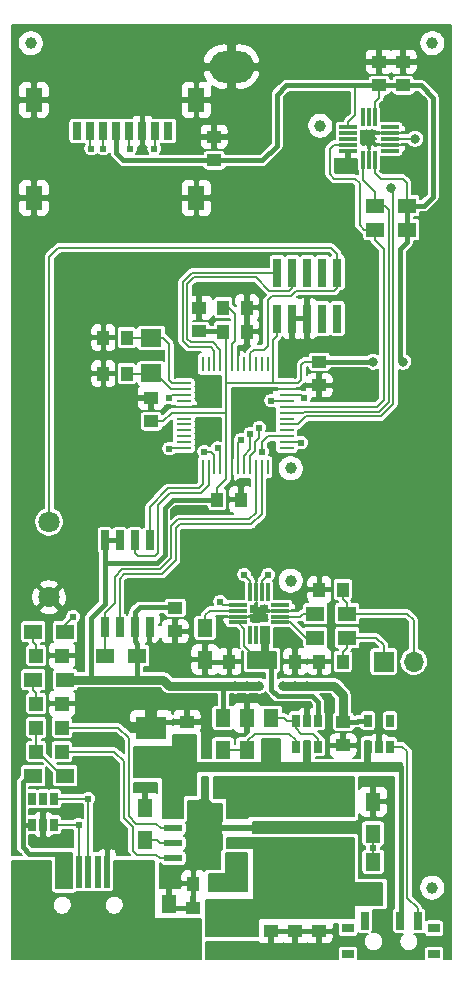
<source format=gtl>
G04 #@! TF.FileFunction,Copper,L1,Top,Signal*
%FSLAX46Y46*%
G04 Gerber Fmt 4.6, Leading zero omitted, Abs format (unit mm)*
G04 Created by KiCad (PCBNEW 4.0.7-e2-6376~61~ubuntu18.04.1) date Fri Jan 24 00:19:11 2020*
%MOMM*%
%LPD*%
G01*
G04 APERTURE LIST*
%ADD10C,0.100000*%
%ADD11C,1.000000*%
%ADD12R,1.500000X0.300000*%
%ADD13R,0.300000X1.500000*%
%ADD14R,0.800000X0.800000*%
%ADD15R,0.500000X2.800000*%
%ADD16R,2.000000X2.500000*%
%ADD17R,1.500000X1.100000*%
%ADD18R,1.550000X0.600000*%
%ADD19R,1.175000X1.175000*%
%ADD20R,1.800000X1.500000*%
%ADD21R,7.700000X3.000000*%
%ADD22R,1.000000X1.250000*%
%ADD23R,1.250000X1.000000*%
%ADD24R,2.500000X1.950000*%
%ADD25R,1.200000X1.200000*%
%ADD26R,0.740000X2.400000*%
%ADD27R,1.500000X1.300000*%
%ADD28R,1.300000X1.500000*%
%ADD29R,0.650000X1.060000*%
%ADD30R,0.700000X1.500000*%
%ADD31R,1.000000X0.800000*%
%ADD32R,1.300000X0.250000*%
%ADD33R,0.250000X1.300000*%
%ADD34R,3.800000X2.700000*%
%ADD35O,3.800000X2.700000*%
%ADD36R,0.800000X1.500000*%
%ADD37R,1.450000X2.000000*%
%ADD38R,1.700000X1.700000*%
%ADD39O,1.700000X1.700000*%
%ADD40R,0.650000X1.700000*%
%ADD41C,1.800000*%
%ADD42C,0.812800*%
%ADD43C,0.609600*%
%ADD44C,0.203200*%
%ADD45C,0.406400*%
%ADD46C,0.762000*%
G04 APERTURE END LIST*
D10*
D11*
X24000000Y-47500000D03*
X24000000Y-38000000D03*
X26500000Y-9000000D03*
X36000000Y-73500000D03*
X2000000Y-2000000D03*
D12*
X19536000Y-49542000D03*
X19536000Y-50042000D03*
X19536000Y-50542000D03*
X19536000Y-51042000D03*
D13*
X20586000Y-52092000D03*
X21086000Y-52092000D03*
X21586000Y-52092000D03*
X22086000Y-52092000D03*
D12*
X23136000Y-51042000D03*
X23136000Y-50542000D03*
X23136000Y-50042000D03*
X23136000Y-49542000D03*
D13*
X22086000Y-48492000D03*
X21586000Y-48492000D03*
X21086000Y-48492000D03*
X20586000Y-48492000D03*
D14*
X21736000Y-50692000D03*
X21736000Y-49892000D03*
X20936000Y-50692000D03*
X20936000Y-49892000D03*
D15*
X5258000Y-72134000D03*
X6058000Y-72134000D03*
X6858000Y-72134000D03*
X7658000Y-72134000D03*
X8458000Y-72134000D03*
D16*
X2408000Y-72484000D03*
X2408000Y-77984000D03*
X11308000Y-72484000D03*
X11308000Y-77984000D03*
D17*
X15164000Y-65024000D03*
X18364000Y-65024000D03*
D12*
X32437000Y-9087000D03*
X32437000Y-9587000D03*
X32437000Y-10087000D03*
X32437000Y-10587000D03*
X32437000Y-11087000D03*
D13*
X31137000Y-11887000D03*
X30637000Y-11887000D03*
X30137000Y-11887000D03*
D12*
X28837000Y-11087000D03*
X28837000Y-10587000D03*
X28837000Y-10087000D03*
X28837000Y-9587000D03*
X28837000Y-9087000D03*
D13*
X30137000Y-8287000D03*
X30637000Y-8287000D03*
X31137000Y-8287000D03*
D18*
X14064000Y-67183000D03*
X14064000Y-68453000D03*
X14064000Y-69723000D03*
X14064000Y-70993000D03*
X19464000Y-70993000D03*
X19464000Y-69723000D03*
X19464000Y-68453000D03*
X19464000Y-67183000D03*
D19*
X17351500Y-69675500D03*
X17351500Y-68500500D03*
X16176500Y-69675500D03*
X16176500Y-68500500D03*
X16176500Y-70850500D03*
X17351500Y-70850500D03*
X17351500Y-67325500D03*
X16176500Y-67325500D03*
D20*
X12192000Y-29948000D03*
X12192000Y-26948000D03*
D21*
X25400000Y-65688000D03*
X25400000Y-72488000D03*
D22*
X18304000Y-24384000D03*
X20304000Y-24384000D03*
X18304000Y-26416000D03*
X20304000Y-26416000D03*
D23*
X12192000Y-34020000D03*
X12192000Y-32020000D03*
D22*
X17796000Y-40640000D03*
X19796000Y-40640000D03*
D23*
X26416000Y-28972000D03*
X26416000Y-30972000D03*
X16256000Y-26400000D03*
X16256000Y-24400000D03*
D22*
X10144000Y-26924000D03*
X8144000Y-26924000D03*
X10144000Y-29972000D03*
X8144000Y-29972000D03*
D23*
X15748000Y-77200000D03*
X15748000Y-75200000D03*
D22*
X22368000Y-54356000D03*
X24368000Y-54356000D03*
X20812000Y-54356000D03*
X18812000Y-54356000D03*
X28432000Y-54356000D03*
X26432000Y-54356000D03*
X17764000Y-73152000D03*
X15764000Y-73152000D03*
D23*
X31496000Y-5572000D03*
X31496000Y-3572000D03*
D22*
X28432000Y-48260000D03*
X26432000Y-48260000D03*
D23*
X33528000Y-5572000D03*
X33528000Y-3572000D03*
X26416000Y-75200000D03*
X26416000Y-77200000D03*
X15240000Y-61452000D03*
X15240000Y-59452000D03*
X24384000Y-75200000D03*
X24384000Y-77200000D03*
D24*
X12192000Y-62993000D03*
X12192000Y-59943000D03*
D23*
X22352000Y-75200000D03*
X22352000Y-77200000D03*
X17526000Y-11922000D03*
X17526000Y-9922000D03*
X14224000Y-49800000D03*
X14224000Y-51800000D03*
X28448000Y-59452000D03*
X28448000Y-61452000D03*
D25*
X2456000Y-53848000D03*
X4656000Y-53848000D03*
X2456000Y-59944000D03*
X4656000Y-59944000D03*
X2456000Y-61976000D03*
X4656000Y-61976000D03*
X2456000Y-57912000D03*
X4656000Y-57912000D03*
D26*
X22860000Y-25318000D03*
X22860000Y-21418000D03*
X24130000Y-25318000D03*
X24130000Y-21418000D03*
X25400000Y-25318000D03*
X25400000Y-21418000D03*
X26670000Y-25318000D03*
X26670000Y-21418000D03*
X27940000Y-25318000D03*
X27940000Y-21418000D03*
D27*
X26082000Y-52324000D03*
X28782000Y-52324000D03*
X26082000Y-50292000D03*
X28782000Y-50292000D03*
X2206000Y-51816000D03*
X4906000Y-51816000D03*
D28*
X13716000Y-77550000D03*
X13716000Y-74850000D03*
D27*
X33862000Y-15748000D03*
X31162000Y-15748000D03*
X33862000Y-17780000D03*
X31162000Y-17780000D03*
X2206000Y-64008000D03*
X4906000Y-64008000D03*
D28*
X11684000Y-69422000D03*
X11684000Y-66722000D03*
X30988000Y-73994000D03*
X30988000Y-71294000D03*
X30988000Y-68914000D03*
X30988000Y-66214000D03*
D27*
X11002000Y-53848000D03*
X8302000Y-53848000D03*
X4906000Y-55880000D03*
X2206000Y-55880000D03*
D28*
X18288000Y-61802000D03*
X18288000Y-59102000D03*
X20320000Y-61802000D03*
X20320000Y-59102000D03*
X22352000Y-61802000D03*
X22352000Y-59102000D03*
D29*
X30546000Y-61552000D03*
X31496000Y-61552000D03*
X32446000Y-61552000D03*
X32446000Y-59352000D03*
X30546000Y-59352000D03*
X2098000Y-68156000D03*
X3048000Y-68156000D03*
X3998000Y-68156000D03*
X3998000Y-65956000D03*
X2098000Y-65956000D03*
X3048000Y-65956000D03*
D30*
X30262000Y-76294000D03*
X33262000Y-76294000D03*
X34762000Y-76294000D03*
D31*
X28862000Y-79154000D03*
X36162000Y-79154000D03*
X36162000Y-76944000D03*
X28862000Y-76944000D03*
D32*
X14954000Y-30778000D03*
X14954000Y-31278000D03*
X14954000Y-31778000D03*
X14954000Y-32278000D03*
X14954000Y-32778000D03*
X14954000Y-33278000D03*
X14954000Y-33778000D03*
X14954000Y-34278000D03*
X14954000Y-34778000D03*
X14954000Y-35278000D03*
X14954000Y-35778000D03*
X14954000Y-36278000D03*
D33*
X16554000Y-37878000D03*
X17054000Y-37878000D03*
X17554000Y-37878000D03*
X18054000Y-37878000D03*
X18554000Y-37878000D03*
X19054000Y-37878000D03*
X19554000Y-37878000D03*
X20054000Y-37878000D03*
X20554000Y-37878000D03*
X21054000Y-37878000D03*
X21554000Y-37878000D03*
X22054000Y-37878000D03*
D32*
X23654000Y-36278000D03*
X23654000Y-35778000D03*
X23654000Y-35278000D03*
X23654000Y-34778000D03*
X23654000Y-34278000D03*
X23654000Y-33778000D03*
X23654000Y-33278000D03*
X23654000Y-32778000D03*
X23654000Y-32278000D03*
X23654000Y-31778000D03*
X23654000Y-31278000D03*
X23654000Y-30778000D03*
D33*
X22054000Y-29178000D03*
X21554000Y-29178000D03*
X21054000Y-29178000D03*
X20554000Y-29178000D03*
X20054000Y-29178000D03*
X19554000Y-29178000D03*
X19054000Y-29178000D03*
X18554000Y-29178000D03*
X18054000Y-29178000D03*
X17554000Y-29178000D03*
X17054000Y-29178000D03*
X16554000Y-29178000D03*
D28*
X16764000Y-51482000D03*
X16764000Y-54182000D03*
D34*
X19000000Y-76000000D03*
D35*
X19000000Y-4000000D03*
D36*
X5944000Y-9410000D03*
X7044000Y-9410000D03*
X8144000Y-9410000D03*
X9244000Y-9410000D03*
X10344000Y-9410000D03*
X11444000Y-9410000D03*
X12544000Y-9410000D03*
X13644000Y-9410000D03*
D37*
X2269000Y-6810000D03*
X2269000Y-15110000D03*
X16019000Y-6810000D03*
X16019000Y-15110000D03*
D29*
X24450000Y-61552000D03*
X25400000Y-61552000D03*
X26350000Y-61552000D03*
X26350000Y-59352000D03*
X24450000Y-59352000D03*
X25400000Y-59352000D03*
D38*
X31877000Y-54356000D03*
D39*
X34417000Y-54356000D03*
D40*
X8255000Y-51402000D03*
X9525000Y-51402000D03*
X10795000Y-51402000D03*
X12065000Y-51402000D03*
X12065000Y-44102000D03*
X10795000Y-44102000D03*
X9525000Y-44102000D03*
X8255000Y-44102000D03*
D11*
X36000000Y-2000000D03*
D41*
X3556000Y-48920000D03*
X3556000Y-42520000D03*
D42*
X28829000Y-12065000D03*
X10668000Y-32004000D03*
X27940000Y-30988000D03*
X16256000Y-23114000D03*
X20320000Y-22860000D03*
X34036000Y-11176000D03*
X30607000Y-9906000D03*
X19812000Y-39243000D03*
D43*
X18034000Y-51054000D03*
D42*
X31496000Y-60198000D03*
D43*
X24638000Y-49530000D03*
X21082000Y-46990000D03*
D42*
X20320000Y-57531000D03*
X5080000Y-69596000D03*
X11684000Y-65024000D03*
X9144000Y-68580000D03*
X30988000Y-64516000D03*
X4064000Y-69596000D03*
X3048000Y-69596000D03*
X8128000Y-68580000D03*
X8128000Y-69596000D03*
X9144000Y-69596000D03*
X23368000Y-68389500D03*
X22352000Y-68389500D03*
X21336000Y-68389500D03*
X26416000Y-78740000D03*
X24384000Y-78740000D03*
X22352000Y-78740000D03*
X13716000Y-73152000D03*
X33528000Y-28956000D03*
X30988000Y-28956000D03*
X19304000Y-56388000D03*
X20320000Y-56388000D03*
X21336000Y-56388000D03*
X25400000Y-56388000D03*
X24384000Y-56388000D03*
X23368000Y-56388000D03*
X4572000Y-71120000D03*
X4572000Y-73152000D03*
X4572000Y-72136000D03*
X19050000Y-72263000D03*
X19050000Y-73279000D03*
X19939000Y-73279000D03*
X19939000Y-72263000D03*
D43*
X22352000Y-32258000D03*
X6059375Y-68152791D03*
X25147375Y-32005953D03*
X6857983Y-65960119D03*
X5588000Y-50546000D03*
X24892000Y-35814000D03*
X13716000Y-32004000D03*
X30988000Y-70104000D03*
X18034000Y-49276000D03*
X13716000Y-36322000D03*
X16680671Y-36579541D03*
X20066000Y-46990000D03*
X17819328Y-36290981D03*
X22098000Y-46990000D03*
X8128000Y-10922000D03*
X19812000Y-35560000D03*
X10414000Y-10922000D03*
X20574000Y-35052000D03*
X12446000Y-10922000D03*
X21336000Y-34544000D03*
X7112000Y-10922000D03*
X21590000Y-36576000D03*
D42*
X32512000Y-14224000D03*
X34544000Y-10087000D03*
D44*
X18304000Y-24384000D02*
X18796000Y-24384000D01*
X18796000Y-24384000D02*
X19304000Y-24892000D01*
X19304000Y-27226125D02*
X19054000Y-27476125D01*
X19304000Y-24892000D02*
X19304000Y-27226125D01*
X19054000Y-27476125D02*
X19054000Y-29178000D01*
X28837000Y-11087000D02*
X28837000Y-12057000D01*
X28837000Y-12057000D02*
X28829000Y-12065000D01*
D45*
X12192000Y-32020000D02*
X10684000Y-32020000D01*
X10684000Y-32020000D02*
X10668000Y-32004000D01*
X26416000Y-30972000D02*
X27924000Y-30972000D01*
X27924000Y-30972000D02*
X27940000Y-30988000D01*
X16256000Y-24400000D02*
X16256000Y-23114000D01*
X20304000Y-24384000D02*
X20304000Y-22876000D01*
X20304000Y-22876000D02*
X20320000Y-22860000D01*
D44*
X32437000Y-10587000D02*
X33738879Y-10587000D01*
X33738879Y-10587000D02*
X34036000Y-10884121D01*
X34036000Y-10884121D02*
X34036000Y-11176000D01*
X32437000Y-9587000D02*
X30926000Y-9587000D01*
X30926000Y-9587000D02*
X30607000Y-9906000D01*
X32437000Y-10587000D02*
X31288000Y-10587000D01*
X31288000Y-10587000D02*
X30607000Y-9906000D01*
X30637000Y-11887000D02*
X30637000Y-9936000D01*
X30637000Y-9936000D02*
X30607000Y-9906000D01*
D45*
X19796000Y-40640000D02*
X19796000Y-39259000D01*
X19796000Y-39259000D02*
X19812000Y-39243000D01*
D44*
X19536000Y-50542000D02*
X18363722Y-50542000D01*
X18034000Y-50871722D02*
X18034000Y-51054000D01*
X18363722Y-50542000D02*
X18034000Y-50871722D01*
D45*
X18812000Y-54356000D02*
X16938000Y-54356000D01*
X16938000Y-54356000D02*
X16764000Y-54182000D01*
X31496000Y-61552000D02*
X31496000Y-60198000D01*
D44*
X24380000Y-50042000D02*
X24638000Y-49784000D01*
X24638000Y-49784000D02*
X24638000Y-49530000D01*
X23136000Y-50042000D02*
X24380000Y-50042000D01*
X21086000Y-48492000D02*
X21086000Y-46994000D01*
X21086000Y-46994000D02*
X21082000Y-46990000D01*
D45*
X20320000Y-59102000D02*
X20320000Y-57531000D01*
X4064000Y-69596000D02*
X5080000Y-69596000D01*
X15240000Y-59452000D02*
X12683000Y-59452000D01*
X12683000Y-59452000D02*
X12192000Y-59943000D01*
X11684000Y-66722000D02*
X11684000Y-65024000D01*
X9144000Y-69596000D02*
X9144000Y-68580000D01*
X30988000Y-66214000D02*
X30988000Y-64516000D01*
X19464000Y-68453000D02*
X21272500Y-68453000D01*
X21272500Y-68453000D02*
X21336000Y-68389500D01*
X22352000Y-68389500D02*
X21336000Y-68389500D01*
X23368000Y-68389500D02*
X22352000Y-68389500D01*
X3048000Y-69596000D02*
X4064000Y-69596000D01*
X3048000Y-68156000D02*
X3048000Y-69596000D01*
X8128000Y-69596000D02*
X8128000Y-68580000D01*
X8128000Y-69596000D02*
X9144000Y-69596000D01*
X8458000Y-72134000D02*
X8458000Y-70239956D01*
X8458000Y-70239956D02*
X9101956Y-69596000D01*
X9101956Y-69596000D02*
X9144000Y-69596000D01*
X26416000Y-77200000D02*
X26416000Y-78740000D01*
X24384000Y-77200000D02*
X24384000Y-78740000D01*
X22352000Y-77200000D02*
X22352000Y-78740000D01*
X13716000Y-74850000D02*
X13716000Y-73152000D01*
X15748000Y-75200000D02*
X14066000Y-75200000D01*
X14066000Y-75200000D02*
X13716000Y-74850000D01*
D44*
X28837000Y-9087000D02*
X28837000Y-8689548D01*
X28837000Y-8689548D02*
X29464000Y-8062548D01*
X29464000Y-8062548D02*
X29464000Y-5572000D01*
D45*
X23638000Y-5572000D02*
X29464000Y-5572000D01*
X29464000Y-5572000D02*
X31496000Y-5572000D01*
D44*
X31137000Y-11887000D02*
X31137000Y-12982410D01*
X31137000Y-12982410D02*
X31612403Y-13457813D01*
X31612403Y-13457813D02*
X33480992Y-13457813D01*
X33480992Y-13457813D02*
X33862000Y-13838821D01*
X33862000Y-13838821D02*
X33862000Y-15748000D01*
X23654000Y-30778000D02*
X22606000Y-30778000D01*
X22606000Y-30778000D02*
X18594000Y-30778000D01*
X22860000Y-25318000D02*
X22860000Y-26778957D01*
X22860000Y-26778957D02*
X22535311Y-27103646D01*
X22535311Y-27103646D02*
X22535311Y-30707311D01*
X22535311Y-30707311D02*
X22606000Y-30778000D01*
X18550000Y-33278000D02*
X18550000Y-30734000D01*
X18550000Y-30734000D02*
X18550000Y-29182000D01*
X18594000Y-30778000D02*
X18550000Y-30734000D01*
X18550000Y-29182000D02*
X18554000Y-29178000D01*
D45*
X33528000Y-28956000D02*
X33268617Y-28696617D01*
X33268617Y-19458698D02*
X33862000Y-18865315D01*
X33862000Y-18865315D02*
X33862000Y-17780000D01*
X33268617Y-28696617D02*
X33268617Y-19458698D01*
X26416000Y-28972000D02*
X30972000Y-28972000D01*
X30972000Y-28972000D02*
X30988000Y-28956000D01*
X9244000Y-9410000D02*
X9244000Y-11324823D01*
X9244000Y-11324823D02*
X9841177Y-11922000D01*
X9841177Y-11922000D02*
X17526000Y-11922000D01*
X8255000Y-44102000D02*
X8255000Y-45974000D01*
X8255000Y-45974000D02*
X8255000Y-49488213D01*
X8258568Y-45977568D02*
X8255000Y-45974000D01*
X12713322Y-45977568D02*
X8258568Y-45977568D01*
X8255000Y-49488213D02*
X7076360Y-50666853D01*
X7076360Y-50666853D02*
X7076360Y-55880000D01*
X12713322Y-45977568D02*
X13327993Y-45362897D01*
X13327993Y-45362897D02*
X13327993Y-41332759D01*
X13327993Y-41332759D02*
X14020752Y-40640000D01*
X14020752Y-40640000D02*
X17796000Y-40640000D01*
D46*
X7076360Y-55880000D02*
X4906000Y-55880000D01*
X11002000Y-55880000D02*
X7076360Y-55880000D01*
X13208000Y-55880000D02*
X11002000Y-55880000D01*
D45*
X11002000Y-53848000D02*
X11002000Y-55880000D01*
X22860000Y-6350000D02*
X23638000Y-5572000D01*
X22860000Y-10668000D02*
X22860000Y-6350000D01*
X21606000Y-11922000D02*
X22860000Y-10668000D01*
X17526000Y-11922000D02*
X21606000Y-11922000D01*
D44*
X18554000Y-37878000D02*
X18554000Y-33274000D01*
X14954000Y-33278000D02*
X18550000Y-33278000D01*
X18550000Y-33278000D02*
X18554000Y-33274000D01*
X14954000Y-33278000D02*
X13935892Y-33278000D01*
X13935892Y-33278000D02*
X13193892Y-34020000D01*
X13193892Y-34020000D02*
X12192000Y-34020000D01*
X18554000Y-29178000D02*
X18554000Y-26666000D01*
X18554000Y-26666000D02*
X18304000Y-26416000D01*
X24892000Y-29210000D02*
X25130000Y-28972000D01*
X25130000Y-28972000D02*
X26416000Y-28972000D01*
X24892000Y-30480000D02*
X24892000Y-29210000D01*
X24594000Y-30778000D02*
X24892000Y-30480000D01*
X23654000Y-30778000D02*
X24594000Y-30778000D01*
D45*
X36068000Y-6604000D02*
X35036000Y-5572000D01*
X35036000Y-5572000D02*
X33528000Y-5572000D01*
X36068000Y-14986000D02*
X36068000Y-6604000D01*
X35306000Y-15748000D02*
X36068000Y-14986000D01*
X33862000Y-15748000D02*
X35306000Y-15748000D01*
X33862000Y-17780000D02*
X33862000Y-15748000D01*
X31496000Y-5572000D02*
X33528000Y-5572000D01*
D44*
X31137000Y-6963000D02*
X31496000Y-6604000D01*
X31496000Y-6604000D02*
X31496000Y-5572000D01*
X31137000Y-8287000D02*
X31137000Y-6963000D01*
X17796000Y-40640000D02*
X17796000Y-39667445D01*
X17796000Y-39667445D02*
X18554000Y-38909445D01*
X18554000Y-38909445D02*
X18554000Y-37878000D01*
D45*
X16256000Y-26400000D02*
X18288000Y-26400000D01*
X18288000Y-26400000D02*
X18304000Y-26416000D01*
D46*
X13716000Y-56388000D02*
X18288000Y-56388000D01*
X18288000Y-56388000D02*
X19304000Y-56388000D01*
D45*
X18288000Y-59102000D02*
X18288000Y-56388000D01*
D46*
X13208000Y-55880000D02*
X13716000Y-56388000D01*
X28448000Y-59452000D02*
X28448000Y-57203706D01*
X28448000Y-57203706D02*
X27632294Y-56388000D01*
X27632294Y-56388000D02*
X25400000Y-56388000D01*
X20320000Y-56388000D02*
X19304000Y-56388000D01*
X24384000Y-56388000D02*
X23368000Y-56388000D01*
X21336000Y-56388000D02*
X20320000Y-56388000D01*
X24384000Y-56388000D02*
X25400000Y-56388000D01*
D45*
X10795000Y-50165000D02*
X11208000Y-49752000D01*
X11208000Y-49752000D02*
X14224000Y-49752000D01*
X10795000Y-51402000D02*
X10795000Y-50165000D01*
X8255000Y-44102000D02*
X9525000Y-44102000D01*
X11002000Y-53848000D02*
X11002000Y-52844804D01*
X11002000Y-52844804D02*
X10795000Y-52637804D01*
X10795000Y-52637804D02*
X10795000Y-51402000D01*
X28448000Y-59452000D02*
X29625196Y-59452000D01*
X29625196Y-59452000D02*
X29725196Y-59352000D01*
X29725196Y-59352000D02*
X30546000Y-59352000D01*
D44*
X12192000Y-26948000D02*
X13232000Y-26948000D01*
X13232000Y-26948000D02*
X13716000Y-27432000D01*
X13716000Y-27432000D02*
X13716000Y-30534614D01*
X13716000Y-30534614D02*
X13959386Y-30778000D01*
X13959386Y-30778000D02*
X14954000Y-30778000D01*
X10144000Y-26924000D02*
X12168000Y-26924000D01*
X12168000Y-26924000D02*
X12192000Y-26948000D01*
X12192000Y-29948000D02*
X12548297Y-29948000D01*
X12548297Y-29948000D02*
X13878297Y-31278000D01*
X13878297Y-31278000D02*
X14954000Y-31278000D01*
X10144000Y-29972000D02*
X12168000Y-29972000D01*
X12168000Y-29972000D02*
X12192000Y-29948000D01*
X2408000Y-77984000D02*
X11308000Y-77984000D01*
X2408000Y-72484000D02*
X2408000Y-77984000D01*
X11308000Y-72484000D02*
X11308000Y-77984000D01*
X13716000Y-77550000D02*
X11742000Y-77550000D01*
X11742000Y-77550000D02*
X11308000Y-77984000D01*
X15748000Y-77200000D02*
X14066000Y-77200000D01*
X14066000Y-77200000D02*
X13716000Y-77550000D01*
X20079338Y-51575338D02*
X20079338Y-53030173D01*
X20079338Y-53030173D02*
X20812000Y-53762835D01*
X20812000Y-53762835D02*
X20812000Y-54356000D01*
X19546000Y-51042000D02*
X20079338Y-51575338D01*
X19536000Y-51042000D02*
X19546000Y-51042000D01*
X21586000Y-52092000D02*
X22086000Y-52092000D01*
D45*
X26350000Y-59352000D02*
X26350000Y-57769379D01*
X22368000Y-56729039D02*
X22368000Y-54356000D01*
X26350000Y-57769379D02*
X25840244Y-57259623D01*
X25840244Y-57259623D02*
X22898584Y-57259623D01*
X22898584Y-57259623D02*
X22368000Y-56729039D01*
X20812000Y-54356000D02*
X22368000Y-54356000D01*
D44*
X28432000Y-54356000D02*
X28432000Y-53526087D01*
X28432000Y-53526087D02*
X28782000Y-53176087D01*
X28782000Y-53176087D02*
X28782000Y-52324000D01*
X28782000Y-52324000D02*
X31249159Y-52324000D01*
X31249159Y-52324000D02*
X31877000Y-52951841D01*
X31877000Y-52951841D02*
X31877000Y-54356000D01*
D45*
X2206000Y-64008000D02*
X1870394Y-64008000D01*
X1870394Y-64008000D02*
X1305145Y-64573249D01*
X1305145Y-64573249D02*
X1305145Y-68072000D01*
X1305145Y-68072000D02*
X1305145Y-70060176D01*
X2098000Y-68156000D02*
X1389145Y-68156000D01*
X1389145Y-68156000D02*
X1305145Y-68072000D01*
X1305145Y-70060176D02*
X1871013Y-70626044D01*
X1871013Y-70626044D02*
X5248765Y-70626044D01*
X19939000Y-72263000D02*
X19939000Y-71468000D01*
X19939000Y-71468000D02*
X19464000Y-70993000D01*
X19939000Y-73279000D02*
X19939000Y-72263000D01*
X19050000Y-73279000D02*
X19939000Y-73279000D01*
X19050000Y-72263000D02*
X19050000Y-73279000D01*
X4572000Y-72136000D02*
X4572000Y-73152000D01*
X4572000Y-72136000D02*
X4572000Y-71120000D01*
X5258000Y-72134000D02*
X4574000Y-72134000D01*
X4574000Y-72134000D02*
X4572000Y-72136000D01*
D44*
X28782000Y-50292000D02*
X33858197Y-50292000D01*
X33858197Y-50292000D02*
X34417000Y-50850803D01*
X34417000Y-50850803D02*
X34417000Y-54356000D01*
X28432000Y-48260000D02*
X28432000Y-49083257D01*
X28432000Y-49083257D02*
X28782000Y-49433257D01*
X28782000Y-49433257D02*
X28782000Y-50292000D01*
D45*
X19708000Y-76708000D02*
X19000000Y-76000000D01*
X33262000Y-76294000D02*
X33325887Y-76230113D01*
X33325887Y-76230113D02*
X33325887Y-63321887D01*
X33325887Y-63321887D02*
X33262000Y-63258000D01*
D44*
X2456000Y-53848000D02*
X2456000Y-52987447D01*
X2456000Y-52987447D02*
X2206000Y-52737447D01*
X2206000Y-52737447D02*
X2206000Y-51816000D01*
X2456000Y-61976000D02*
X2620320Y-61976000D01*
X2620320Y-61976000D02*
X4652320Y-64008000D01*
X4652320Y-64008000D02*
X4906000Y-64008000D01*
X2456000Y-61976000D02*
X2456000Y-59944000D01*
X2206000Y-62226000D02*
X2456000Y-61976000D01*
X14064000Y-68453000D02*
X13022252Y-68453000D01*
X10948576Y-68072000D02*
X10308402Y-67431826D01*
X13022252Y-68453000D02*
X12641252Y-68072000D01*
X12641252Y-68072000D02*
X10948576Y-68072000D01*
X10308402Y-67431826D02*
X10308402Y-60834078D01*
X10308402Y-60834078D02*
X9418324Y-59944000D01*
X9418324Y-59944000D02*
X4656000Y-59944000D01*
X14064000Y-70993000D02*
X12945743Y-70993000D01*
X12945743Y-70993000D02*
X12644874Y-70692131D01*
X10631259Y-70359839D02*
X10631259Y-68335810D01*
X12644874Y-70692131D02*
X10963551Y-70692131D01*
X10963551Y-70692131D02*
X10631259Y-70359839D01*
X10631259Y-68335810D02*
X9899933Y-67604484D01*
X9899933Y-67604484D02*
X9899933Y-62802574D01*
X9899933Y-62802574D02*
X9073359Y-61976000D01*
X9073359Y-61976000D02*
X4656000Y-61976000D01*
X2456000Y-57912000D02*
X2456000Y-57038713D01*
X2456000Y-57038713D02*
X2206000Y-56788713D01*
X2206000Y-56788713D02*
X2206000Y-55880000D01*
X17554000Y-29178000D02*
X17554000Y-28041228D01*
X17554000Y-28041228D02*
X17227492Y-27714720D01*
X15647529Y-21418000D02*
X22016000Y-21418000D01*
X17227492Y-27714720D02*
X15364866Y-27714720D01*
X14848966Y-22216563D02*
X15647529Y-21418000D01*
X15364866Y-27714720D02*
X14848966Y-27198820D01*
X14848966Y-27198820D02*
X14848966Y-22216563D01*
X22016000Y-21418000D02*
X22860000Y-21418000D01*
X18054000Y-29178000D02*
X18054000Y-27960000D01*
X18054000Y-27960000D02*
X17401419Y-27307419D01*
X17401419Y-27307419D02*
X15534263Y-27307419D01*
X15534263Y-27307419D02*
X15262703Y-27035859D01*
X15262703Y-27035859D02*
X15262703Y-22382167D01*
X15262703Y-22382167D02*
X15818845Y-21826025D01*
X15818845Y-21826025D02*
X21061546Y-21826025D01*
X21061546Y-21826025D02*
X22203171Y-22967650D01*
X22203171Y-22967650D02*
X23898927Y-22967650D01*
X23898927Y-22967650D02*
X24130000Y-22736577D01*
X24130000Y-22736577D02*
X24130000Y-21418000D01*
X3556000Y-42520000D02*
X3556000Y-20094732D01*
X3556000Y-20094732D02*
X4346732Y-19304000D01*
X4346732Y-19304000D02*
X27411155Y-19304000D01*
X27411155Y-19304000D02*
X27940000Y-19832845D01*
X27940000Y-19832845D02*
X27940000Y-21418000D01*
X27940000Y-21418000D02*
X27940000Y-22689221D01*
X24068083Y-23377381D02*
X22448857Y-23377381D01*
X22044077Y-27613388D02*
X21717465Y-27940000D01*
X27940000Y-22689221D02*
X27655510Y-22973711D01*
X27655510Y-22973711D02*
X24471753Y-22973711D01*
X20554000Y-28271704D02*
X20554000Y-29178000D01*
X24471753Y-22973711D02*
X24068083Y-23377381D01*
X22448857Y-23377381D02*
X22044077Y-23782161D01*
X22044077Y-23782161D02*
X22044077Y-27613388D01*
X21717465Y-27940000D02*
X20885704Y-27940000D01*
X20885704Y-27940000D02*
X20554000Y-28271704D01*
X23654000Y-32278000D02*
X22372000Y-32278000D01*
X22372000Y-32278000D02*
X22352000Y-32258000D01*
X6059375Y-68152791D02*
X6056166Y-68156000D01*
X6056166Y-68156000D02*
X3998000Y-68156000D01*
X6059375Y-68152791D02*
X6062584Y-68156000D01*
X6059375Y-68152791D02*
X6058000Y-68154166D01*
X6058000Y-68154166D02*
X6058000Y-72134000D01*
X25147375Y-32005953D02*
X24919422Y-31778000D01*
X24919422Y-31778000D02*
X23654000Y-31778000D01*
X6857983Y-65960119D02*
X6862102Y-65956000D01*
X6857983Y-65960119D02*
X6853864Y-65956000D01*
X6858000Y-65960136D02*
X6858000Y-72134000D01*
X6853864Y-65956000D02*
X3998000Y-65956000D01*
X6857983Y-65960119D02*
X6858000Y-65960136D01*
X23136000Y-51042000D02*
X23985940Y-51042000D01*
X23985940Y-51042000D02*
X25267940Y-52324000D01*
X25267940Y-52324000D02*
X26082000Y-52324000D01*
X24802992Y-50542000D02*
X25052992Y-50292000D01*
X25052992Y-50292000D02*
X26082000Y-50292000D01*
X23136000Y-50542000D02*
X24802992Y-50542000D01*
X20320000Y-61802000D02*
X20320000Y-61118232D01*
X20320000Y-61118232D02*
X20986232Y-60452000D01*
X23876000Y-60452000D02*
X24450000Y-61026000D01*
X20986232Y-60452000D02*
X23876000Y-60452000D01*
X24450000Y-61026000D02*
X24450000Y-61552000D01*
X18288000Y-61802000D02*
X20320000Y-61802000D01*
X22352000Y-59102000D02*
X23475292Y-59102000D01*
X23475292Y-59102000D02*
X23725292Y-59352000D01*
X23725292Y-59352000D02*
X24450000Y-59352000D01*
X25908000Y-60452000D02*
X26350000Y-60894000D01*
X26350000Y-60894000D02*
X26350000Y-61552000D01*
X24892000Y-60452000D02*
X25908000Y-60452000D01*
X24450000Y-60010000D02*
X24892000Y-60452000D01*
X24450000Y-59352000D02*
X24450000Y-60010000D01*
X5588000Y-50546000D02*
X4906000Y-51228000D01*
X4906000Y-51228000D02*
X4906000Y-51816000D01*
X23654000Y-35778000D02*
X24856000Y-35778000D01*
X24856000Y-35778000D02*
X24892000Y-35814000D01*
X30137000Y-11887000D02*
X30137000Y-13596414D01*
X30137000Y-13596414D02*
X31162000Y-14621414D01*
X31162000Y-14621414D02*
X31162000Y-15748000D01*
X31162000Y-15748000D02*
X31957595Y-15748000D01*
X31488136Y-33185638D02*
X25148859Y-33185638D01*
X31957595Y-15748000D02*
X32297037Y-16087442D01*
X32297037Y-16087442D02*
X32297037Y-32376737D01*
X32297037Y-32376737D02*
X31488136Y-33185638D01*
X25148859Y-33185638D02*
X25056497Y-33278000D01*
X25056497Y-33278000D02*
X23654000Y-33278000D01*
X28837000Y-10587000D02*
X27666806Y-10587000D01*
X29837799Y-17420093D02*
X30197706Y-17780000D01*
X27666806Y-10587000D02*
X27308346Y-10945460D01*
X27667684Y-13470457D02*
X29434254Y-13470457D01*
X29434254Y-13470457D02*
X29837799Y-13874002D01*
X27308346Y-10945460D02*
X27308346Y-13111119D01*
X27308346Y-13111119D02*
X27667684Y-13470457D01*
X29837799Y-13874002D02*
X29837799Y-17420093D01*
X30197706Y-17780000D02*
X31162000Y-17780000D01*
X23654000Y-32778000D02*
X31317352Y-32778000D01*
X31317352Y-32778000D02*
X31888271Y-32207081D01*
X31888271Y-32207081D02*
X31888271Y-19406560D01*
X31888271Y-19406560D02*
X31162000Y-18680289D01*
X31162000Y-18680289D02*
X31162000Y-17780000D01*
X14954000Y-31778000D02*
X13942000Y-31778000D01*
X13942000Y-31778000D02*
X13716000Y-32004000D01*
X30988000Y-70104000D02*
X30988000Y-71294000D01*
X30988000Y-68914000D02*
X30988000Y-70104000D01*
X8255000Y-51402000D02*
X8255000Y-50281516D01*
X8255000Y-50281516D02*
X9117257Y-49419259D01*
X9117257Y-49419259D02*
X9117257Y-47169185D01*
X9117257Y-47169185D02*
X9748306Y-46538136D01*
X21054000Y-41764588D02*
X21054000Y-37878000D01*
X9748306Y-46538136D02*
X12943667Y-46538136D01*
X12943667Y-46538136D02*
X13890002Y-45591801D01*
X13890002Y-45591801D02*
X13890002Y-42895229D01*
X13890002Y-42895229D02*
X14470336Y-42314895D01*
X14470336Y-42314895D02*
X20503693Y-42314895D01*
X20503693Y-42314895D02*
X21054000Y-41764588D01*
X8302000Y-53848000D02*
X8302000Y-51449000D01*
X8302000Y-51449000D02*
X8255000Y-51402000D01*
X34762000Y-76294000D02*
X34762000Y-75254437D01*
X34762000Y-75254437D02*
X33886392Y-74378829D01*
X33886392Y-74378829D02*
X33886392Y-61965580D01*
X33886392Y-61965580D02*
X33472812Y-61552000D01*
X33472812Y-61552000D02*
X32446000Y-61552000D01*
X18034000Y-49276000D02*
X18034597Y-49276000D01*
X18034597Y-49276000D02*
X18300597Y-49542000D01*
X18300597Y-49542000D02*
X19536000Y-49542000D01*
X14954000Y-36278000D02*
X13760000Y-36278000D01*
X13760000Y-36278000D02*
X13716000Y-36322000D01*
X16554000Y-37878000D02*
X16554000Y-39321208D01*
X16554000Y-39321208D02*
X16208365Y-39666843D01*
X16208365Y-39666843D02*
X13626730Y-39666843D01*
X13626730Y-39666843D02*
X12065000Y-41228573D01*
X12065000Y-41228573D02*
X12065000Y-44102000D01*
X10795000Y-44102000D02*
X10795000Y-45143381D01*
X10795000Y-45143381D02*
X11067336Y-45415717D01*
X11067336Y-45415717D02*
X12480718Y-45415717D01*
X12480718Y-45415717D02*
X12766791Y-45129644D01*
X12766791Y-41101590D02*
X13791146Y-40077235D01*
X12766791Y-45129644D02*
X12766791Y-41101590D01*
X13791146Y-40077235D02*
X16373415Y-40077235D01*
X16373415Y-40077235D02*
X17054000Y-39396650D01*
X17054000Y-39396650D02*
X17054000Y-37878000D01*
X16680671Y-36579541D02*
X17242353Y-36579541D01*
X17242353Y-36579541D02*
X17554000Y-36891188D01*
X17554000Y-36891188D02*
X17554000Y-37878000D01*
X20066000Y-46990000D02*
X20083116Y-46990000D01*
X20083116Y-46990000D02*
X20586000Y-47492884D01*
X20586000Y-47492884D02*
X20586000Y-48492000D01*
X18054000Y-36525653D02*
X18054000Y-37878000D01*
X17819328Y-36290981D02*
X18054000Y-36525653D01*
X22098000Y-46990000D02*
X21586000Y-47502000D01*
X21586000Y-47502000D02*
X21586000Y-48492000D01*
X8144000Y-9410000D02*
X8144000Y-10906000D01*
X8144000Y-10906000D02*
X8128000Y-10922000D01*
X19554000Y-37878000D02*
X19554000Y-35818000D01*
X19554000Y-35818000D02*
X19812000Y-35560000D01*
X10344000Y-9410000D02*
X10344000Y-10852000D01*
X10344000Y-10852000D02*
X10414000Y-10922000D01*
X20054000Y-37878000D02*
X20054000Y-36910292D01*
X20568586Y-36395706D02*
X20568586Y-35057414D01*
X20054000Y-36910292D02*
X20568586Y-36395706D01*
X20568586Y-35057414D02*
X20574000Y-35052000D01*
X12544000Y-9410000D02*
X12544000Y-10824000D01*
X12544000Y-10824000D02*
X12446000Y-10922000D01*
X20554000Y-37878000D02*
X20554000Y-36985310D01*
X20554000Y-36985310D02*
X20977655Y-36561655D01*
X20977655Y-35762551D02*
X21336000Y-35404206D01*
X20977655Y-36561655D02*
X20977655Y-35762551D01*
X21336000Y-35404206D02*
X21336000Y-34544000D01*
X9525000Y-51402000D02*
X9525000Y-47340334D01*
X20671717Y-42722324D02*
X21554000Y-41840041D01*
X9525000Y-47340334D02*
X9916777Y-46948557D01*
X14300238Y-45756505D02*
X14300238Y-43059840D01*
X9916777Y-46948557D02*
X13108186Y-46948557D01*
X13108186Y-46948557D02*
X14300238Y-45756505D01*
X14300238Y-43059840D02*
X14637754Y-42722324D01*
X14637754Y-42722324D02*
X20671717Y-42722324D01*
X21554000Y-41840041D02*
X21554000Y-37878000D01*
X7044000Y-9410000D02*
X7044000Y-10854000D01*
X7044000Y-10854000D02*
X7112000Y-10922000D01*
X23654000Y-35278000D02*
X22045469Y-35278000D01*
X22045469Y-35278000D02*
X21590000Y-35733469D01*
X21590000Y-35733469D02*
X21590000Y-36576000D01*
X32512000Y-14224000D02*
X32512000Y-14338274D01*
X32512000Y-14338274D02*
X32708863Y-14535137D01*
X23654000Y-34278000D02*
X24632768Y-34278000D01*
X24632768Y-34278000D02*
X25318629Y-33592139D01*
X25318629Y-33592139D02*
X31656619Y-33592139D01*
X31656619Y-33592139D02*
X32708863Y-32539895D01*
X32708863Y-32539895D02*
X32708863Y-14535137D01*
X32437000Y-10087000D02*
X34544000Y-10087000D01*
X19536000Y-50042000D02*
X17174346Y-50042000D01*
X17174346Y-50042000D02*
X16764000Y-50452346D01*
X16764000Y-50452346D02*
X16764000Y-51482000D01*
X11684000Y-69422000D02*
X12679603Y-69422000D01*
X12679603Y-69422000D02*
X12980603Y-69723000D01*
X12980603Y-69723000D02*
X14064000Y-69723000D01*
G36*
X37569400Y-79569400D02*
X37017131Y-79569400D01*
X37019320Y-79554000D01*
X37019320Y-78754000D01*
X37014804Y-78697372D01*
X36985060Y-78601325D01*
X36929736Y-78517367D01*
X36853212Y-78452146D01*
X36761547Y-78410827D01*
X36662000Y-78396680D01*
X35662000Y-78396680D01*
X35605372Y-78401196D01*
X35509325Y-78430940D01*
X35425367Y-78486264D01*
X35360146Y-78562788D01*
X35318827Y-78654453D01*
X35304680Y-78754000D01*
X35304680Y-79554000D01*
X35305908Y-79569400D01*
X29717131Y-79569400D01*
X29719320Y-79554000D01*
X29719320Y-78754000D01*
X29714804Y-78697372D01*
X29685060Y-78601325D01*
X29629736Y-78517367D01*
X29553212Y-78452146D01*
X29461547Y-78410827D01*
X29362000Y-78396680D01*
X28362000Y-78396680D01*
X28305372Y-78401196D01*
X28209325Y-78430940D01*
X28125367Y-78486264D01*
X28060146Y-78562788D01*
X28018827Y-78654453D01*
X28004680Y-78754000D01*
X28004680Y-79554000D01*
X28005908Y-79569400D01*
X16865600Y-79569400D01*
X16865600Y-78079600D01*
X21247481Y-78079600D01*
X21253493Y-78088597D01*
X21338402Y-78173507D01*
X21438246Y-78240220D01*
X21549186Y-78286173D01*
X21666959Y-78309600D01*
X22047200Y-78309600D01*
X22199600Y-78157200D01*
X22199600Y-77352400D01*
X22504400Y-77352400D01*
X22504400Y-78157200D01*
X22656800Y-78309600D01*
X23037041Y-78309600D01*
X23154814Y-78286173D01*
X23265754Y-78240220D01*
X23365598Y-78173507D01*
X23368000Y-78171105D01*
X23370402Y-78173507D01*
X23470246Y-78240220D01*
X23581186Y-78286173D01*
X23698959Y-78309600D01*
X24079200Y-78309600D01*
X24231600Y-78157200D01*
X24231600Y-77352400D01*
X24536400Y-77352400D01*
X24536400Y-78157200D01*
X24688800Y-78309600D01*
X25069041Y-78309600D01*
X25186814Y-78286173D01*
X25297754Y-78240220D01*
X25397598Y-78173507D01*
X25400000Y-78171105D01*
X25402402Y-78173507D01*
X25502246Y-78240220D01*
X25613186Y-78286173D01*
X25730959Y-78309600D01*
X26111200Y-78309600D01*
X26263600Y-78157200D01*
X26263600Y-77352400D01*
X26568400Y-77352400D01*
X26568400Y-78157200D01*
X26720800Y-78309600D01*
X27101041Y-78309600D01*
X27218814Y-78286173D01*
X27329754Y-78240220D01*
X27429598Y-78173507D01*
X27514507Y-78088597D01*
X27581221Y-77988754D01*
X27627173Y-77877813D01*
X27650600Y-77760040D01*
X27650600Y-77504800D01*
X27498200Y-77352400D01*
X26568400Y-77352400D01*
X26263600Y-77352400D01*
X24536400Y-77352400D01*
X24231600Y-77352400D01*
X22504400Y-77352400D01*
X22199600Y-77352400D01*
X22179600Y-77352400D01*
X22179600Y-77047600D01*
X22199600Y-77047600D01*
X22199600Y-77027600D01*
X22504400Y-77027600D01*
X22504400Y-77047600D01*
X24231600Y-77047600D01*
X24231600Y-77027600D01*
X24536400Y-77027600D01*
X24536400Y-77047600D01*
X26263600Y-77047600D01*
X26263600Y-77027600D01*
X26568400Y-77027600D01*
X26568400Y-77047600D01*
X27498200Y-77047600D01*
X27650600Y-76895200D01*
X27650600Y-76639960D01*
X27633819Y-76555600D01*
X28004680Y-76555600D01*
X28004680Y-77344000D01*
X28009196Y-77400628D01*
X28038940Y-77496675D01*
X28094264Y-77580633D01*
X28170788Y-77645854D01*
X28262453Y-77687173D01*
X28362000Y-77701320D01*
X29362000Y-77701320D01*
X29418628Y-77696804D01*
X29514675Y-77667060D01*
X29598633Y-77611736D01*
X29663854Y-77535212D01*
X29705173Y-77443547D01*
X29719244Y-77344538D01*
X29720788Y-77345854D01*
X29812453Y-77387173D01*
X29912000Y-77401320D01*
X30538090Y-77401320D01*
X30504765Y-77423127D01*
X30391889Y-77533665D01*
X30302631Y-77664021D01*
X30240394Y-77809232D01*
X30207547Y-77963766D01*
X30205341Y-78121737D01*
X30233861Y-78277128D01*
X30292019Y-78424020D01*
X30377602Y-78556818D01*
X30487348Y-78670464D01*
X30617079Y-78760629D01*
X30761851Y-78823878D01*
X30916152Y-78857804D01*
X31074104Y-78861112D01*
X31229690Y-78833678D01*
X31376984Y-78776546D01*
X31510377Y-78691893D01*
X31624786Y-78582943D01*
X31715854Y-78453845D01*
X31780113Y-78309517D01*
X31815115Y-78155457D01*
X31817635Y-77975007D01*
X31786948Y-77820029D01*
X31726744Y-77673964D01*
X31639316Y-77542374D01*
X31527993Y-77430271D01*
X31397017Y-77341926D01*
X31251375Y-77280704D01*
X31096616Y-77248937D01*
X30938633Y-77247834D01*
X30896197Y-77255929D01*
X30913854Y-77235212D01*
X30955173Y-77143547D01*
X30969320Y-77044000D01*
X30969320Y-75544000D01*
X30964804Y-75487372D01*
X30941648Y-75412600D01*
X31877000Y-75412600D01*
X32006245Y-75388281D01*
X32124950Y-75311897D01*
X32204584Y-75195348D01*
X32232600Y-75057000D01*
X32232600Y-73025000D01*
X32208281Y-72895755D01*
X32131897Y-72777050D01*
X32015348Y-72697416D01*
X31877000Y-72669400D01*
X29819600Y-72669400D01*
X29819600Y-69215000D01*
X29795281Y-69085755D01*
X29718897Y-68967050D01*
X29602348Y-68887416D01*
X29464000Y-68859400D01*
X20839378Y-68859400D01*
X20848600Y-68813041D01*
X20848600Y-68755400D01*
X20696200Y-68603000D01*
X19616400Y-68603000D01*
X19616400Y-68625400D01*
X19311600Y-68625400D01*
X19311600Y-68603000D01*
X18231800Y-68603000D01*
X18079400Y-68755400D01*
X18079400Y-68813041D01*
X18102827Y-68930814D01*
X18148780Y-69041754D01*
X18204574Y-69125256D01*
X18186400Y-69215000D01*
X18186400Y-70217652D01*
X18167050Y-70230103D01*
X18087416Y-70346652D01*
X18059400Y-70485000D01*
X18059400Y-71907400D01*
X17018000Y-71907400D01*
X16888755Y-71931719D01*
X16770050Y-72008103D01*
X16703950Y-72104845D01*
X16652597Y-72053493D01*
X16552754Y-71986779D01*
X16441813Y-71940827D01*
X16324040Y-71917400D01*
X16068800Y-71917400D01*
X15916400Y-72069800D01*
X15916400Y-72999600D01*
X15936400Y-72999600D01*
X15936400Y-73304400D01*
X15916400Y-73304400D01*
X15916400Y-74226800D01*
X15900400Y-74242800D01*
X15900400Y-75047600D01*
X15920400Y-75047600D01*
X15920400Y-75352400D01*
X15900400Y-75352400D01*
X15900400Y-75372400D01*
X15595600Y-75372400D01*
X15595600Y-75352400D01*
X15575600Y-75352400D01*
X15575600Y-75047600D01*
X15595600Y-75047600D01*
X15595600Y-74250200D01*
X15611600Y-74234200D01*
X15611600Y-73304400D01*
X14806800Y-73304400D01*
X14654400Y-73456800D01*
X14654400Y-73559633D01*
X14543814Y-73513827D01*
X14426041Y-73490400D01*
X14020800Y-73490400D01*
X13868400Y-73642800D01*
X13868400Y-74697600D01*
X13888400Y-74697600D01*
X13888400Y-75002400D01*
X13868400Y-75002400D01*
X13868400Y-75022400D01*
X13563600Y-75022400D01*
X13563600Y-75002400D01*
X13543600Y-75002400D01*
X13543600Y-74697600D01*
X13563600Y-74697600D01*
X13563600Y-73642800D01*
X13411200Y-73490400D01*
X13005959Y-73490400D01*
X12928600Y-73505788D01*
X12928600Y-72466959D01*
X14654400Y-72466959D01*
X14654400Y-72847200D01*
X14806800Y-72999600D01*
X15611600Y-72999600D01*
X15611600Y-72069800D01*
X15459200Y-71917400D01*
X15203960Y-71917400D01*
X15086187Y-71940827D01*
X14975246Y-71986779D01*
X14875403Y-72053493D01*
X14790493Y-72138402D01*
X14723780Y-72238246D01*
X14677827Y-72349186D01*
X14654400Y-72466959D01*
X12928600Y-72466959D01*
X12928600Y-71448948D01*
X12939359Y-71450155D01*
X12944049Y-71450188D01*
X12944147Y-71450198D01*
X12944238Y-71450189D01*
X12945743Y-71450200D01*
X12968922Y-71450200D01*
X13021264Y-71529633D01*
X13097788Y-71594854D01*
X13189453Y-71636173D01*
X13289000Y-71650320D01*
X14839000Y-71650320D01*
X14895628Y-71645804D01*
X14991675Y-71616060D01*
X15075633Y-71560736D01*
X15140854Y-71484212D01*
X15182173Y-71392547D01*
X15196320Y-71293000D01*
X15196320Y-70693000D01*
X15191804Y-70636372D01*
X15162060Y-70540325D01*
X15106736Y-70456367D01*
X15030212Y-70391146D01*
X14955229Y-70357347D01*
X14991675Y-70346060D01*
X15075633Y-70290736D01*
X15140854Y-70214212D01*
X15182173Y-70122547D01*
X15196320Y-70023000D01*
X15196320Y-69423000D01*
X15191804Y-69366372D01*
X15162060Y-69270325D01*
X15106736Y-69186367D01*
X15030212Y-69121146D01*
X14955229Y-69087347D01*
X14991675Y-69076060D01*
X15075633Y-69020736D01*
X15140854Y-68944212D01*
X15182173Y-68852547D01*
X15196320Y-68753000D01*
X15196320Y-68153000D01*
X15191804Y-68096372D01*
X15162060Y-68000325D01*
X15158280Y-67994589D01*
X15233950Y-67945897D01*
X15313584Y-67829348D01*
X15341600Y-67691000D01*
X15341600Y-66141600D01*
X16129000Y-66141600D01*
X16258245Y-66117281D01*
X16376950Y-66040897D01*
X16456584Y-65924348D01*
X16484600Y-65786000D01*
X16484600Y-64109600D01*
X17043400Y-64109600D01*
X17043400Y-66040000D01*
X17067719Y-66169245D01*
X17144103Y-66287950D01*
X17260652Y-66367584D01*
X17399000Y-66395600D01*
X18186400Y-66395600D01*
X18186400Y-67691000D01*
X18203569Y-67782247D01*
X18148780Y-67864246D01*
X18102827Y-67975186D01*
X18079400Y-68092959D01*
X18079400Y-68150600D01*
X18231800Y-68303000D01*
X19311600Y-68303000D01*
X19311600Y-68280600D01*
X19616400Y-68280600D01*
X19616400Y-68303000D01*
X20696200Y-68303000D01*
X20835200Y-68164000D01*
X29980680Y-68164000D01*
X29980680Y-69664000D01*
X29985196Y-69720628D01*
X30014940Y-69816675D01*
X30070264Y-69900633D01*
X30146788Y-69965854D01*
X30238453Y-70007173D01*
X30330615Y-70020271D01*
X30328541Y-70030030D01*
X30326732Y-70159528D01*
X30331806Y-70187174D01*
X30281372Y-70191196D01*
X30185325Y-70220940D01*
X30101367Y-70276264D01*
X30036146Y-70352788D01*
X29994827Y-70444453D01*
X29980680Y-70544000D01*
X29980680Y-72044000D01*
X29985196Y-72100628D01*
X30014940Y-72196675D01*
X30070264Y-72280633D01*
X30146788Y-72345854D01*
X30238453Y-72387173D01*
X30338000Y-72401320D01*
X31638000Y-72401320D01*
X31694628Y-72396804D01*
X31790675Y-72367060D01*
X31874633Y-72311736D01*
X31939854Y-72235212D01*
X31981173Y-72143547D01*
X31995320Y-72044000D01*
X31995320Y-70544000D01*
X31990804Y-70487372D01*
X31961060Y-70391325D01*
X31905736Y-70307367D01*
X31829212Y-70242146D01*
X31737547Y-70200827D01*
X31646209Y-70187847D01*
X31646362Y-70187171D01*
X31648428Y-70039244D01*
X31644772Y-70020780D01*
X31694628Y-70016804D01*
X31790675Y-69987060D01*
X31874633Y-69931736D01*
X31939854Y-69855212D01*
X31981173Y-69763547D01*
X31995320Y-69664000D01*
X31995320Y-68164000D01*
X31990804Y-68107372D01*
X31961060Y-68011325D01*
X31905736Y-67927367D01*
X31829212Y-67862146D01*
X31737547Y-67820827D01*
X31638000Y-67806680D01*
X30338000Y-67806680D01*
X30281372Y-67811196D01*
X30185325Y-67840940D01*
X30101367Y-67896264D01*
X30036146Y-67972788D01*
X29994827Y-68064453D01*
X29980680Y-68164000D01*
X20835200Y-68164000D01*
X20848600Y-68150600D01*
X20848600Y-68092959D01*
X20825173Y-67975186D01*
X20802148Y-67919600D01*
X29464000Y-67919600D01*
X29593245Y-67895281D01*
X29711950Y-67818897D01*
X29791584Y-67702348D01*
X29819600Y-67564000D01*
X29819600Y-67285411D01*
X29864493Y-67352597D01*
X29949402Y-67437507D01*
X30049246Y-67504220D01*
X30160186Y-67550173D01*
X30277959Y-67573600D01*
X30683200Y-67573600D01*
X30835600Y-67421200D01*
X30835600Y-66366400D01*
X31140400Y-66366400D01*
X31140400Y-67421200D01*
X31292800Y-67573600D01*
X31698041Y-67573600D01*
X31815814Y-67550173D01*
X31926754Y-67504220D01*
X32026598Y-67437507D01*
X32111507Y-67352597D01*
X32178221Y-67252754D01*
X32224173Y-67141813D01*
X32247600Y-67024040D01*
X32247600Y-66518800D01*
X32095200Y-66366400D01*
X31140400Y-66366400D01*
X30835600Y-66366400D01*
X30815600Y-66366400D01*
X30815600Y-66061600D01*
X30835600Y-66061600D01*
X30835600Y-65006800D01*
X31140400Y-65006800D01*
X31140400Y-66061600D01*
X32095200Y-66061600D01*
X32247600Y-65909200D01*
X32247600Y-65403960D01*
X32224173Y-65286187D01*
X32178221Y-65175246D01*
X32111507Y-65075403D01*
X32026598Y-64990493D01*
X31926754Y-64923780D01*
X31815814Y-64877827D01*
X31698041Y-64854400D01*
X31292800Y-64854400D01*
X31140400Y-65006800D01*
X30835600Y-65006800D01*
X30683200Y-64854400D01*
X30277959Y-64854400D01*
X30160186Y-64877827D01*
X30049246Y-64923780D01*
X29949402Y-64990493D01*
X29864493Y-65075403D01*
X29819600Y-65142589D01*
X29819600Y-64109600D01*
X32767087Y-64109600D01*
X32767087Y-75218536D01*
X32759325Y-75220940D01*
X32675367Y-75276264D01*
X32610146Y-75352788D01*
X32568827Y-75444453D01*
X32554680Y-75544000D01*
X32554680Y-77044000D01*
X32559196Y-77100628D01*
X32588940Y-77196675D01*
X32644264Y-77280633D01*
X32720788Y-77345854D01*
X32812453Y-77387173D01*
X32912000Y-77401320D01*
X33538090Y-77401320D01*
X33504765Y-77423127D01*
X33391889Y-77533665D01*
X33302631Y-77664021D01*
X33240394Y-77809232D01*
X33207547Y-77963766D01*
X33205341Y-78121737D01*
X33233861Y-78277128D01*
X33292019Y-78424020D01*
X33377602Y-78556818D01*
X33487348Y-78670464D01*
X33617079Y-78760629D01*
X33761851Y-78823878D01*
X33916152Y-78857804D01*
X34074104Y-78861112D01*
X34229690Y-78833678D01*
X34376984Y-78776546D01*
X34510377Y-78691893D01*
X34624786Y-78582943D01*
X34715854Y-78453845D01*
X34780113Y-78309517D01*
X34815115Y-78155457D01*
X34817635Y-77975007D01*
X34786948Y-77820029D01*
X34726744Y-77673964D01*
X34639316Y-77542374D01*
X34527993Y-77430271D01*
X34485072Y-77401320D01*
X35112000Y-77401320D01*
X35168628Y-77396804D01*
X35264675Y-77367060D01*
X35304680Y-77340699D01*
X35304680Y-77344000D01*
X35309196Y-77400628D01*
X35338940Y-77496675D01*
X35394264Y-77580633D01*
X35470788Y-77645854D01*
X35562453Y-77687173D01*
X35662000Y-77701320D01*
X36662000Y-77701320D01*
X36718628Y-77696804D01*
X36814675Y-77667060D01*
X36898633Y-77611736D01*
X36963854Y-77535212D01*
X37005173Y-77443547D01*
X37019320Y-77344000D01*
X37019320Y-76544000D01*
X37014804Y-76487372D01*
X36985060Y-76391325D01*
X36929736Y-76307367D01*
X36853212Y-76242146D01*
X36761547Y-76200827D01*
X36662000Y-76186680D01*
X35662000Y-76186680D01*
X35605372Y-76191196D01*
X35509325Y-76220940D01*
X35469320Y-76247301D01*
X35469320Y-75544000D01*
X35464804Y-75487372D01*
X35435060Y-75391325D01*
X35379736Y-75307367D01*
X35303212Y-75242146D01*
X35214169Y-75202009D01*
X35211398Y-75170335D01*
X35210728Y-75168028D01*
X35210493Y-75165633D01*
X35198293Y-75125224D01*
X35186504Y-75084647D01*
X35185395Y-75082508D01*
X35184702Y-75080212D01*
X35164885Y-75042941D01*
X35145440Y-75005428D01*
X35143942Y-75003552D01*
X35142812Y-75001426D01*
X35116083Y-74968653D01*
X35089772Y-74935694D01*
X35086477Y-74932352D01*
X35086416Y-74932278D01*
X35086347Y-74932221D01*
X35085289Y-74931148D01*
X34343592Y-74189451D01*
X34343592Y-73592626D01*
X34896952Y-73592626D01*
X34935951Y-73805111D01*
X35015478Y-74005975D01*
X35132506Y-74187567D01*
X35282577Y-74342970D01*
X35459974Y-74466264D01*
X35657940Y-74552753D01*
X35868935Y-74599143D01*
X36084923Y-74603668D01*
X36297675Y-74566154D01*
X36499090Y-74488030D01*
X36681494Y-74372273D01*
X36837941Y-74223291D01*
X36962470Y-74046759D01*
X37050339Y-73849401D01*
X37098202Y-73638735D01*
X37101647Y-73391983D01*
X37059686Y-73180062D01*
X36977361Y-72980328D01*
X36857809Y-72800388D01*
X36705584Y-72647096D01*
X36526483Y-72526291D01*
X36327328Y-72442574D01*
X36115706Y-72399134D01*
X35899676Y-72397626D01*
X35687468Y-72438107D01*
X35487164Y-72519035D01*
X35306393Y-72637327D01*
X35152042Y-72788479D01*
X35029990Y-72966732D01*
X34944885Y-73165298D01*
X34899968Y-73376612D01*
X34896952Y-73592626D01*
X34343592Y-73592626D01*
X34343592Y-61965580D01*
X34339470Y-61923537D01*
X34335790Y-61881477D01*
X34335120Y-61879170D01*
X34334885Y-61876776D01*
X34322674Y-61836333D01*
X34310895Y-61795790D01*
X34309789Y-61793655D01*
X34309094Y-61791355D01*
X34289259Y-61754049D01*
X34269832Y-61716571D01*
X34268334Y-61714695D01*
X34267204Y-61712569D01*
X34240470Y-61679790D01*
X34214163Y-61646836D01*
X34210865Y-61643491D01*
X34210808Y-61643421D01*
X34210743Y-61643368D01*
X34209681Y-61642290D01*
X33796101Y-61228711D01*
X33763473Y-61201909D01*
X33731115Y-61174758D01*
X33729009Y-61173600D01*
X33727151Y-61172074D01*
X33689956Y-61152130D01*
X33652922Y-61131771D01*
X33650627Y-61131043D01*
X33648512Y-61129909D01*
X33608115Y-61117558D01*
X33567869Y-61104791D01*
X33565486Y-61104524D01*
X33563181Y-61103819D01*
X33521055Y-61099540D01*
X33479196Y-61094845D01*
X33474506Y-61094812D01*
X33474408Y-61094802D01*
X33474317Y-61094811D01*
X33472812Y-61094800D01*
X33128320Y-61094800D01*
X33128320Y-61022000D01*
X33123804Y-60965372D01*
X33094060Y-60869325D01*
X33038736Y-60785367D01*
X32962212Y-60720146D01*
X32870547Y-60678827D01*
X32771000Y-60664680D01*
X32315406Y-60664680D01*
X32294507Y-60633403D01*
X32209598Y-60548493D01*
X32109754Y-60481780D01*
X31998814Y-60435827D01*
X31881041Y-60412400D01*
X31800800Y-60412400D01*
X31648400Y-60564800D01*
X31648400Y-61399600D01*
X31668400Y-61399600D01*
X31668400Y-61704400D01*
X31648400Y-61704400D01*
X31648400Y-61724400D01*
X31343600Y-61724400D01*
X31343600Y-61704400D01*
X31323600Y-61704400D01*
X31323600Y-61399600D01*
X31343600Y-61399600D01*
X31343600Y-60564800D01*
X31191200Y-60412400D01*
X31110959Y-60412400D01*
X30993186Y-60435827D01*
X30882246Y-60481780D01*
X30782402Y-60548493D01*
X30726496Y-60604400D01*
X30226000Y-60604400D01*
X30096755Y-60628719D01*
X29978050Y-60705103D01*
X29898416Y-60821652D01*
X29878147Y-60921742D01*
X29877827Y-60922453D01*
X29877412Y-60925374D01*
X29870400Y-60960000D01*
X29870400Y-60974714D01*
X29863680Y-61022000D01*
X29863680Y-62082000D01*
X29868196Y-62138628D01*
X29870400Y-62145745D01*
X29870400Y-62509400D01*
X29320278Y-62509400D01*
X29361754Y-62492220D01*
X29461598Y-62425507D01*
X29546507Y-62340597D01*
X29613221Y-62240754D01*
X29659173Y-62129813D01*
X29682600Y-62012040D01*
X29682600Y-61756800D01*
X29530200Y-61604400D01*
X28600400Y-61604400D01*
X28600400Y-61624400D01*
X28295600Y-61624400D01*
X28295600Y-61604400D01*
X27365800Y-61604400D01*
X27213400Y-61756800D01*
X27213400Y-62012040D01*
X27236827Y-62129813D01*
X27282779Y-62240754D01*
X27349493Y-62340597D01*
X27434402Y-62425507D01*
X27534246Y-62492220D01*
X27575722Y-62509400D01*
X26136600Y-62509400D01*
X26136600Y-62439320D01*
X26675000Y-62439320D01*
X26731628Y-62434804D01*
X26827675Y-62405060D01*
X26911633Y-62349736D01*
X26976854Y-62273212D01*
X27018173Y-62181547D01*
X27032320Y-62082000D01*
X27032320Y-61022000D01*
X27027804Y-60965372D01*
X27005070Y-60891960D01*
X27213400Y-60891960D01*
X27213400Y-61147200D01*
X27365800Y-61299600D01*
X28295600Y-61299600D01*
X28295600Y-60494800D01*
X28600400Y-60494800D01*
X28600400Y-61299600D01*
X29530200Y-61299600D01*
X29682600Y-61147200D01*
X29682600Y-60891960D01*
X29659173Y-60774187D01*
X29613221Y-60663246D01*
X29546507Y-60563403D01*
X29461598Y-60478493D01*
X29361754Y-60411780D01*
X29250814Y-60365827D01*
X29133041Y-60342400D01*
X28752800Y-60342400D01*
X28600400Y-60494800D01*
X28295600Y-60494800D01*
X28143200Y-60342400D01*
X27762959Y-60342400D01*
X27645186Y-60365827D01*
X27534246Y-60411780D01*
X27434402Y-60478493D01*
X27349493Y-60563403D01*
X27282779Y-60663246D01*
X27236827Y-60774187D01*
X27213400Y-60891960D01*
X27005070Y-60891960D01*
X26998060Y-60869325D01*
X26942736Y-60785367D01*
X26866212Y-60720146D01*
X26774547Y-60678827D01*
X26749105Y-60675211D01*
X26733440Y-60644991D01*
X26731942Y-60643115D01*
X26730812Y-60640989D01*
X26704078Y-60608210D01*
X26677771Y-60575256D01*
X26674477Y-60571915D01*
X26674416Y-60571841D01*
X26674347Y-60571784D01*
X26673289Y-60570711D01*
X26341898Y-60239320D01*
X26675000Y-60239320D01*
X26731628Y-60234804D01*
X26827675Y-60205060D01*
X26911633Y-60149736D01*
X26976854Y-60073212D01*
X27018173Y-59981547D01*
X27032320Y-59882000D01*
X27032320Y-58822000D01*
X27027804Y-58765372D01*
X26998060Y-58669325D01*
X26942736Y-58585367D01*
X26908800Y-58556444D01*
X26908800Y-57769379D01*
X26903759Y-57717965D01*
X26899264Y-57666588D01*
X26898445Y-57663769D01*
X26898158Y-57660841D01*
X26883233Y-57611409D01*
X26868838Y-57561859D01*
X26867485Y-57559249D01*
X26866636Y-57556437D01*
X26842414Y-57510882D01*
X26818649Y-57465035D01*
X26816815Y-57462738D01*
X26815436Y-57460144D01*
X26782825Y-57420159D01*
X26750610Y-57379803D01*
X26746579Y-57375716D01*
X26746508Y-57375629D01*
X26746427Y-57375562D01*
X26745131Y-57374248D01*
X26495483Y-57124600D01*
X27327184Y-57124600D01*
X27711400Y-57508816D01*
X27711400Y-58616220D01*
X27670325Y-58628940D01*
X27586367Y-58684264D01*
X27521146Y-58760788D01*
X27479827Y-58852453D01*
X27465680Y-58952000D01*
X27465680Y-59952000D01*
X27470196Y-60008628D01*
X27499940Y-60104675D01*
X27555264Y-60188633D01*
X27631788Y-60253854D01*
X27723453Y-60295173D01*
X27823000Y-60309320D01*
X29073000Y-60309320D01*
X29129628Y-60304804D01*
X29225675Y-60275060D01*
X29309633Y-60219736D01*
X29374854Y-60143212D01*
X29416173Y-60051547D01*
X29421964Y-60010800D01*
X29625196Y-60010800D01*
X29676610Y-60005759D01*
X29727987Y-60001264D01*
X29730806Y-60000445D01*
X29733734Y-60000158D01*
X29783166Y-59985233D01*
X29832716Y-59970838D01*
X29835326Y-59969485D01*
X29838138Y-59968636D01*
X29871925Y-59950671D01*
X29897940Y-60034675D01*
X29953264Y-60118633D01*
X30029788Y-60183854D01*
X30121453Y-60225173D01*
X30221000Y-60239320D01*
X30871000Y-60239320D01*
X30927628Y-60234804D01*
X31023675Y-60205060D01*
X31107633Y-60149736D01*
X31172854Y-60073212D01*
X31214173Y-59981547D01*
X31228320Y-59882000D01*
X31228320Y-58822000D01*
X31763680Y-58822000D01*
X31763680Y-59882000D01*
X31768196Y-59938628D01*
X31797940Y-60034675D01*
X31853264Y-60118633D01*
X31929788Y-60183854D01*
X32021453Y-60225173D01*
X32121000Y-60239320D01*
X32771000Y-60239320D01*
X32827628Y-60234804D01*
X32923675Y-60205060D01*
X33007633Y-60149736D01*
X33072854Y-60073212D01*
X33114173Y-59981547D01*
X33128320Y-59882000D01*
X33128320Y-58822000D01*
X33123804Y-58765372D01*
X33094060Y-58669325D01*
X33038736Y-58585367D01*
X32962212Y-58520146D01*
X32870547Y-58478827D01*
X32771000Y-58464680D01*
X32121000Y-58464680D01*
X32064372Y-58469196D01*
X31968325Y-58498940D01*
X31884367Y-58554264D01*
X31819146Y-58630788D01*
X31777827Y-58722453D01*
X31763680Y-58822000D01*
X31228320Y-58822000D01*
X31223804Y-58765372D01*
X31194060Y-58669325D01*
X31138736Y-58585367D01*
X31062212Y-58520146D01*
X30970547Y-58478827D01*
X30871000Y-58464680D01*
X30221000Y-58464680D01*
X30164372Y-58469196D01*
X30068325Y-58498940D01*
X29984367Y-58554264D01*
X29919146Y-58630788D01*
X29877827Y-58722453D01*
X29867773Y-58793200D01*
X29725196Y-58793200D01*
X29673787Y-58798241D01*
X29622404Y-58802736D01*
X29619585Y-58803555D01*
X29616658Y-58803842D01*
X29567252Y-58818759D01*
X29517675Y-58833162D01*
X29515063Y-58834516D01*
X29512254Y-58835364D01*
X29466738Y-58859566D01*
X29421911Y-58882801D01*
X29396060Y-58799325D01*
X29340736Y-58715367D01*
X29264212Y-58650146D01*
X29184600Y-58614260D01*
X29184600Y-57203706D01*
X29177960Y-57135983D01*
X29172030Y-57068207D01*
X29170950Y-57064490D01*
X29170572Y-57060633D01*
X29150903Y-56995485D01*
X29131923Y-56930156D01*
X29130140Y-56926716D01*
X29129021Y-56923010D01*
X29097098Y-56862972D01*
X29065765Y-56802524D01*
X29063347Y-56799495D01*
X29061530Y-56796078D01*
X29018529Y-56743354D01*
X28976076Y-56690174D01*
X28970763Y-56684786D01*
X28970670Y-56684672D01*
X28970565Y-56684585D01*
X28968855Y-56682851D01*
X28153149Y-55867145D01*
X28100582Y-55823966D01*
X28048449Y-55780221D01*
X28045054Y-55778354D01*
X28042062Y-55775897D01*
X27982081Y-55743735D01*
X27922472Y-55710965D01*
X27918783Y-55709795D01*
X27915367Y-55707963D01*
X27850276Y-55688063D01*
X27785442Y-55667496D01*
X27781592Y-55667064D01*
X27777889Y-55665932D01*
X27710174Y-55659054D01*
X27642579Y-55651472D01*
X27635013Y-55651419D01*
X27634865Y-55651404D01*
X27634727Y-55651417D01*
X27632294Y-55651400D01*
X25601302Y-55651400D01*
X25480036Y-55626508D01*
X25330604Y-55625464D01*
X25194645Y-55651400D01*
X24585302Y-55651400D01*
X24464036Y-55626508D01*
X24314604Y-55625464D01*
X24178645Y-55651400D01*
X23569302Y-55651400D01*
X23448036Y-55626508D01*
X23298604Y-55625464D01*
X23151815Y-55653466D01*
X23013260Y-55709445D01*
X22926800Y-55766023D01*
X22926800Y-55334031D01*
X22989245Y-55322281D01*
X23014673Y-55305919D01*
X23020675Y-55304060D01*
X23104633Y-55248736D01*
X23105963Y-55247176D01*
X23107950Y-55245897D01*
X23111577Y-55240588D01*
X23169854Y-55172212D01*
X23211173Y-55080547D01*
X23225320Y-54981000D01*
X23225320Y-54660800D01*
X23258400Y-54660800D01*
X23258400Y-55041041D01*
X23281827Y-55158814D01*
X23327780Y-55269754D01*
X23394493Y-55369598D01*
X23479403Y-55454507D01*
X23579246Y-55521221D01*
X23690187Y-55567173D01*
X23807960Y-55590600D01*
X24063200Y-55590600D01*
X24215600Y-55438200D01*
X24215600Y-54508400D01*
X24520400Y-54508400D01*
X24520400Y-55438200D01*
X24672800Y-55590600D01*
X24928040Y-55590600D01*
X25045813Y-55567173D01*
X25156754Y-55521221D01*
X25256597Y-55454507D01*
X25341507Y-55369598D01*
X25400000Y-55282056D01*
X25458493Y-55369598D01*
X25543403Y-55454507D01*
X25643246Y-55521221D01*
X25754187Y-55567173D01*
X25871960Y-55590600D01*
X26127200Y-55590600D01*
X26279600Y-55438200D01*
X26279600Y-54508400D01*
X26584400Y-54508400D01*
X26584400Y-55438200D01*
X26736800Y-55590600D01*
X26992040Y-55590600D01*
X27109813Y-55567173D01*
X27220754Y-55521221D01*
X27320597Y-55454507D01*
X27405507Y-55369598D01*
X27472220Y-55269754D01*
X27518173Y-55158814D01*
X27541600Y-55041041D01*
X27541600Y-54660800D01*
X27389200Y-54508400D01*
X26584400Y-54508400D01*
X26279600Y-54508400D01*
X25474800Y-54508400D01*
X25400000Y-54583200D01*
X25325200Y-54508400D01*
X24520400Y-54508400D01*
X24215600Y-54508400D01*
X23410800Y-54508400D01*
X23258400Y-54660800D01*
X23225320Y-54660800D01*
X23225320Y-53731000D01*
X23220804Y-53674372D01*
X23219748Y-53670959D01*
X23258400Y-53670959D01*
X23258400Y-54051200D01*
X23410800Y-54203600D01*
X24215600Y-54203600D01*
X24215600Y-53273800D01*
X24063200Y-53121400D01*
X23807960Y-53121400D01*
X23690187Y-53144827D01*
X23579246Y-53190779D01*
X23479403Y-53257493D01*
X23394493Y-53342402D01*
X23327780Y-53442246D01*
X23281827Y-53553186D01*
X23258400Y-53670959D01*
X23219748Y-53670959D01*
X23215600Y-53657568D01*
X23215600Y-53467000D01*
X23191281Y-53337755D01*
X23114897Y-53219050D01*
X22998348Y-53139416D01*
X22860000Y-53111400D01*
X22580600Y-53111400D01*
X22580600Y-52931506D01*
X22593320Y-52842000D01*
X22593320Y-51549320D01*
X23846682Y-51549320D01*
X24944651Y-52647289D01*
X24974680Y-52671956D01*
X24974680Y-52974000D01*
X24979196Y-53030628D01*
X25008940Y-53126675D01*
X25017143Y-53139124D01*
X24928040Y-53121400D01*
X24672800Y-53121400D01*
X24520400Y-53273800D01*
X24520400Y-54203600D01*
X25325200Y-54203600D01*
X25400000Y-54128800D01*
X25474800Y-54203600D01*
X26279600Y-54203600D01*
X26279600Y-54183600D01*
X26584400Y-54183600D01*
X26584400Y-54203600D01*
X27389200Y-54203600D01*
X27541600Y-54051200D01*
X27541600Y-53731000D01*
X27574680Y-53731000D01*
X27574680Y-54981000D01*
X27579196Y-55037628D01*
X27608940Y-55133675D01*
X27664264Y-55217633D01*
X27740788Y-55282854D01*
X27832453Y-55324173D01*
X27932000Y-55338320D01*
X28932000Y-55338320D01*
X28988628Y-55333804D01*
X29084675Y-55304060D01*
X29168633Y-55248736D01*
X29233854Y-55172212D01*
X29275173Y-55080547D01*
X29289320Y-54981000D01*
X29289320Y-53731000D01*
X29284804Y-53674372D01*
X29255060Y-53578325D01*
X29199736Y-53494367D01*
X29146784Y-53449237D01*
X29159242Y-53434390D01*
X29160399Y-53432285D01*
X29161927Y-53430425D01*
X29181880Y-53393213D01*
X29202229Y-53356197D01*
X29202957Y-53353902D01*
X29204091Y-53351787D01*
X29210349Y-53331320D01*
X29532000Y-53331320D01*
X29588628Y-53326804D01*
X29684675Y-53297060D01*
X29768633Y-53241736D01*
X29833854Y-53165212D01*
X29875173Y-53073547D01*
X29889320Y-52974000D01*
X29889320Y-52781200D01*
X31059781Y-52781200D01*
X31419800Y-53141219D01*
X31419800Y-53148680D01*
X31027000Y-53148680D01*
X30970372Y-53153196D01*
X30874325Y-53182940D01*
X30790367Y-53238264D01*
X30725146Y-53314788D01*
X30683827Y-53406453D01*
X30669680Y-53506000D01*
X30669680Y-55206000D01*
X30674196Y-55262628D01*
X30703940Y-55358675D01*
X30759264Y-55442633D01*
X30835788Y-55507854D01*
X30927453Y-55549173D01*
X31027000Y-55563320D01*
X32727000Y-55563320D01*
X32783628Y-55558804D01*
X32879675Y-55529060D01*
X32963633Y-55473736D01*
X33028854Y-55397212D01*
X33070173Y-55305547D01*
X33084320Y-55206000D01*
X33084320Y-53506000D01*
X33079804Y-53449372D01*
X33050060Y-53353325D01*
X32994736Y-53269367D01*
X32918212Y-53204146D01*
X32826547Y-53162827D01*
X32727000Y-53148680D01*
X32334200Y-53148680D01*
X32334200Y-52951841D01*
X32330078Y-52909798D01*
X32326398Y-52867738D01*
X32325728Y-52865431D01*
X32325493Y-52863037D01*
X32313296Y-52822641D01*
X32301504Y-52782051D01*
X32300395Y-52779912D01*
X32299702Y-52777616D01*
X32279885Y-52740345D01*
X32260440Y-52702832D01*
X32258942Y-52700956D01*
X32257812Y-52698830D01*
X32231058Y-52666026D01*
X32204771Y-52633098D01*
X32201478Y-52629758D01*
X32201416Y-52629682D01*
X32201346Y-52629624D01*
X32200289Y-52628552D01*
X31572448Y-52000711D01*
X31539820Y-51973909D01*
X31507462Y-51946758D01*
X31505356Y-51945600D01*
X31503498Y-51944074D01*
X31466303Y-51924130D01*
X31429269Y-51903771D01*
X31426974Y-51903043D01*
X31424859Y-51901909D01*
X31384462Y-51889558D01*
X31344216Y-51876791D01*
X31341833Y-51876524D01*
X31339528Y-51875819D01*
X31297402Y-51871540D01*
X31255543Y-51866845D01*
X31250853Y-51866812D01*
X31250755Y-51866802D01*
X31250664Y-51866811D01*
X31249159Y-51866800D01*
X29889320Y-51866800D01*
X29889320Y-51674000D01*
X29884804Y-51617372D01*
X29855060Y-51521325D01*
X29799736Y-51437367D01*
X29723212Y-51372146D01*
X29631547Y-51330827D01*
X29532000Y-51316680D01*
X28032000Y-51316680D01*
X27975372Y-51321196D01*
X27879325Y-51350940D01*
X27795367Y-51406264D01*
X27730146Y-51482788D01*
X27688827Y-51574453D01*
X27674680Y-51674000D01*
X27674680Y-52974000D01*
X27679196Y-53030628D01*
X27708940Y-53126675D01*
X27764264Y-53210633D01*
X27840788Y-53275854D01*
X27932453Y-53317173D01*
X28020711Y-53329716D01*
X28011771Y-53345977D01*
X28011043Y-53348272D01*
X28009909Y-53350387D01*
X28002787Y-53373680D01*
X27932000Y-53373680D01*
X27875372Y-53378196D01*
X27779325Y-53407940D01*
X27695367Y-53463264D01*
X27630146Y-53539788D01*
X27588827Y-53631453D01*
X27574680Y-53731000D01*
X27541600Y-53731000D01*
X27541600Y-53670959D01*
X27518173Y-53553186D01*
X27472220Y-53442246D01*
X27405507Y-53342402D01*
X27320597Y-53257493D01*
X27220754Y-53190779D01*
X27137815Y-53156425D01*
X27175173Y-53073547D01*
X27189320Y-52974000D01*
X27189320Y-51674000D01*
X27184804Y-51617372D01*
X27155060Y-51521325D01*
X27099736Y-51437367D01*
X27023212Y-51372146D01*
X26931547Y-51330827D01*
X26832000Y-51316680D01*
X25332000Y-51316680D01*
X25275372Y-51321196D01*
X25179325Y-51350940D01*
X25095367Y-51406264D01*
X25050005Y-51459487D01*
X24589718Y-50999200D01*
X24802992Y-50999200D01*
X24845035Y-50995078D01*
X24887095Y-50991398D01*
X24889402Y-50990728D01*
X24891796Y-50990493D01*
X24932192Y-50978296D01*
X24972782Y-50966504D01*
X24974921Y-50965395D01*
X24976508Y-50964916D01*
X24979196Y-50998628D01*
X25008940Y-51094675D01*
X25064264Y-51178633D01*
X25140788Y-51243854D01*
X25232453Y-51285173D01*
X25332000Y-51299320D01*
X26832000Y-51299320D01*
X26888628Y-51294804D01*
X26984675Y-51265060D01*
X27068633Y-51209736D01*
X27133854Y-51133212D01*
X27175173Y-51041547D01*
X27189320Y-50942000D01*
X27189320Y-49642000D01*
X27184804Y-49585372D01*
X27155060Y-49489325D01*
X27135962Y-49460342D01*
X27220754Y-49425221D01*
X27320597Y-49358507D01*
X27405507Y-49273598D01*
X27472220Y-49173754D01*
X27518173Y-49062814D01*
X27541600Y-48945041D01*
X27541600Y-48564800D01*
X27389200Y-48412400D01*
X26584400Y-48412400D01*
X26584400Y-48432400D01*
X26279600Y-48432400D01*
X26279600Y-48412400D01*
X25474800Y-48412400D01*
X25322400Y-48564800D01*
X25322400Y-48945041D01*
X25345827Y-49062814D01*
X25391780Y-49173754D01*
X25458493Y-49273598D01*
X25469575Y-49284680D01*
X25332000Y-49284680D01*
X25275372Y-49289196D01*
X25179325Y-49318940D01*
X25095367Y-49374264D01*
X25030146Y-49450788D01*
X24988827Y-49542453D01*
X24974680Y-49642000D01*
X24974680Y-49842095D01*
X24968889Y-49842602D01*
X24966582Y-49843272D01*
X24964188Y-49843507D01*
X24923792Y-49855704D01*
X24883202Y-49867496D01*
X24881063Y-49868605D01*
X24878767Y-49869298D01*
X24841496Y-49889115D01*
X24803983Y-49908560D01*
X24802107Y-49910058D01*
X24799981Y-49911188D01*
X24767202Y-49937922D01*
X24734248Y-49964229D01*
X24730907Y-49967523D01*
X24730833Y-49967584D01*
X24730776Y-49967653D01*
X24729703Y-49968711D01*
X24613614Y-50084800D01*
X24065352Y-50084800D01*
X23985547Y-50048827D01*
X23947224Y-50043381D01*
X24038675Y-50015060D01*
X24111609Y-49967000D01*
X24343200Y-49967000D01*
X24492720Y-49817480D01*
X24495600Y-49831959D01*
X24495600Y-49814600D01*
X24492720Y-49817480D01*
X24472173Y-49714186D01*
X24426220Y-49603246D01*
X24359507Y-49503402D01*
X24274597Y-49418493D01*
X24243320Y-49397594D01*
X24243320Y-49392000D01*
X24238804Y-49335372D01*
X24209060Y-49239325D01*
X24153736Y-49155367D01*
X24077212Y-49090146D01*
X23985547Y-49048827D01*
X23886000Y-49034680D01*
X22593320Y-49034680D01*
X22593320Y-47742000D01*
X22588804Y-47685372D01*
X22560083Y-47592626D01*
X22896952Y-47592626D01*
X22935951Y-47805111D01*
X23015478Y-48005975D01*
X23132506Y-48187567D01*
X23282577Y-48342970D01*
X23459974Y-48466264D01*
X23657940Y-48552753D01*
X23868935Y-48599143D01*
X24084923Y-48603668D01*
X24297675Y-48566154D01*
X24499090Y-48488030D01*
X24681494Y-48372273D01*
X24837941Y-48223291D01*
X24962470Y-48046759D01*
X25050339Y-47849401D01*
X25098202Y-47638735D01*
X25099092Y-47574959D01*
X25322400Y-47574959D01*
X25322400Y-47955200D01*
X25474800Y-48107600D01*
X26279600Y-48107600D01*
X26279600Y-47177800D01*
X26584400Y-47177800D01*
X26584400Y-48107600D01*
X27389200Y-48107600D01*
X27541600Y-47955200D01*
X27541600Y-47635000D01*
X27574680Y-47635000D01*
X27574680Y-48885000D01*
X27579196Y-48941628D01*
X27608940Y-49037675D01*
X27664264Y-49121633D01*
X27740788Y-49186854D01*
X27832453Y-49228173D01*
X27932000Y-49242320D01*
X28004380Y-49242320D01*
X28007496Y-49253047D01*
X28008605Y-49255186D01*
X28009298Y-49257482D01*
X28024094Y-49285310D01*
X27975372Y-49289196D01*
X27879325Y-49318940D01*
X27795367Y-49374264D01*
X27730146Y-49450788D01*
X27688827Y-49542453D01*
X27674680Y-49642000D01*
X27674680Y-50942000D01*
X27679196Y-50998628D01*
X27708940Y-51094675D01*
X27764264Y-51178633D01*
X27840788Y-51243854D01*
X27932453Y-51285173D01*
X28032000Y-51299320D01*
X29532000Y-51299320D01*
X29588628Y-51294804D01*
X29684675Y-51265060D01*
X29768633Y-51209736D01*
X29833854Y-51133212D01*
X29875173Y-51041547D01*
X29889320Y-50942000D01*
X29889320Y-50749200D01*
X33668819Y-50749200D01*
X33959800Y-51040181D01*
X33959800Y-53235268D01*
X33756858Y-53341364D01*
X33573486Y-53488799D01*
X33422243Y-53669043D01*
X33308890Y-53875231D01*
X33237745Y-54099509D01*
X33211518Y-54333334D01*
X33211400Y-54350167D01*
X33211400Y-54361833D01*
X33234360Y-54596002D01*
X33302367Y-54821251D01*
X33412830Y-55029002D01*
X33561542Y-55211340D01*
X33742837Y-55361321D01*
X33949811Y-55473231D01*
X34174580Y-55542809D01*
X34408583Y-55567404D01*
X34642907Y-55546079D01*
X34868626Y-55479646D01*
X35077142Y-55370636D01*
X35260514Y-55223201D01*
X35411757Y-55042957D01*
X35525110Y-54836769D01*
X35596255Y-54612491D01*
X35622482Y-54378666D01*
X35622600Y-54361833D01*
X35622600Y-54350167D01*
X35599640Y-54115998D01*
X35531633Y-53890749D01*
X35421170Y-53682998D01*
X35272458Y-53500660D01*
X35091163Y-53350679D01*
X34884189Y-53238769D01*
X34874200Y-53235677D01*
X34874200Y-50850803D01*
X34870077Y-50808756D01*
X34866398Y-50766701D01*
X34865728Y-50764394D01*
X34865493Y-50761999D01*
X34853293Y-50721590D01*
X34841504Y-50681013D01*
X34840395Y-50678874D01*
X34839702Y-50676578D01*
X34819885Y-50639307D01*
X34800440Y-50601794D01*
X34798942Y-50599918D01*
X34797812Y-50597792D01*
X34771083Y-50565019D01*
X34744772Y-50532060D01*
X34741477Y-50528718D01*
X34741416Y-50528644D01*
X34741347Y-50528587D01*
X34740289Y-50527514D01*
X34181486Y-49968711D01*
X34148858Y-49941909D01*
X34116500Y-49914758D01*
X34114394Y-49913600D01*
X34112536Y-49912074D01*
X34075341Y-49892130D01*
X34038307Y-49871771D01*
X34036012Y-49871043D01*
X34033897Y-49869909D01*
X33993500Y-49857558D01*
X33953254Y-49844791D01*
X33950871Y-49844524D01*
X33948566Y-49843819D01*
X33906440Y-49839540D01*
X33864581Y-49834845D01*
X33859891Y-49834812D01*
X33859793Y-49834802D01*
X33859702Y-49834811D01*
X33858197Y-49834800D01*
X29889320Y-49834800D01*
X29889320Y-49642000D01*
X29884804Y-49585372D01*
X29855060Y-49489325D01*
X29799736Y-49405367D01*
X29723212Y-49340146D01*
X29631547Y-49298827D01*
X29532000Y-49284680D01*
X29212667Y-49284680D01*
X29206504Y-49263467D01*
X29205395Y-49261328D01*
X29204702Y-49259032D01*
X29184885Y-49221761D01*
X29165440Y-49184248D01*
X29163942Y-49182372D01*
X29162812Y-49180246D01*
X29150253Y-49164847D01*
X29168633Y-49152736D01*
X29233854Y-49076212D01*
X29275173Y-48984547D01*
X29289320Y-48885000D01*
X29289320Y-47635000D01*
X29284804Y-47578372D01*
X29255060Y-47482325D01*
X29199736Y-47398367D01*
X29123212Y-47333146D01*
X29031547Y-47291827D01*
X28932000Y-47277680D01*
X27932000Y-47277680D01*
X27875372Y-47282196D01*
X27779325Y-47311940D01*
X27695367Y-47367264D01*
X27630146Y-47443788D01*
X27588827Y-47535453D01*
X27574680Y-47635000D01*
X27541600Y-47635000D01*
X27541600Y-47574959D01*
X27518173Y-47457186D01*
X27472220Y-47346246D01*
X27405507Y-47246402D01*
X27320597Y-47161493D01*
X27220754Y-47094779D01*
X27109813Y-47048827D01*
X26992040Y-47025400D01*
X26736800Y-47025400D01*
X26584400Y-47177800D01*
X26279600Y-47177800D01*
X26127200Y-47025400D01*
X25871960Y-47025400D01*
X25754187Y-47048827D01*
X25643246Y-47094779D01*
X25543403Y-47161493D01*
X25458493Y-47246402D01*
X25391780Y-47346246D01*
X25345827Y-47457186D01*
X25322400Y-47574959D01*
X25099092Y-47574959D01*
X25101647Y-47391983D01*
X25059686Y-47180062D01*
X24977361Y-46980328D01*
X24857809Y-46800388D01*
X24705584Y-46647096D01*
X24526483Y-46526291D01*
X24327328Y-46442574D01*
X24115706Y-46399134D01*
X23899676Y-46397626D01*
X23687468Y-46438107D01*
X23487164Y-46519035D01*
X23306393Y-46637327D01*
X23152042Y-46788479D01*
X23029990Y-46966732D01*
X22944885Y-47165298D01*
X22899968Y-47376612D01*
X22896952Y-47592626D01*
X22560083Y-47592626D01*
X22559060Y-47589325D01*
X22507879Y-47511654D01*
X22600338Y-47423607D01*
X22674992Y-47317777D01*
X22727669Y-47199463D01*
X22756362Y-47073171D01*
X22758428Y-46925244D01*
X22733272Y-46798200D01*
X22683920Y-46678461D01*
X22612249Y-46570589D01*
X22520991Y-46478691D01*
X22413622Y-46406270D01*
X22294230Y-46356082D01*
X22167365Y-46330040D01*
X22037857Y-46329136D01*
X21910640Y-46353404D01*
X21790559Y-46401920D01*
X21682189Y-46472835D01*
X21589657Y-46563449D01*
X21516487Y-46670311D01*
X21465467Y-46789349D01*
X21438541Y-46916030D01*
X21437311Y-47004111D01*
X21309022Y-47132400D01*
X21296041Y-47132400D01*
X21306868Y-47134554D01*
X21262711Y-47178711D01*
X21242573Y-47203227D01*
X21161000Y-47284800D01*
X21161000Y-47335814D01*
X21151558Y-47366697D01*
X21138791Y-47406943D01*
X21138524Y-47409326D01*
X21137819Y-47411631D01*
X21133540Y-47453757D01*
X21128845Y-47495616D01*
X21128812Y-47500306D01*
X21128802Y-47500404D01*
X21128811Y-47500495D01*
X21128800Y-47502000D01*
X21128800Y-47562648D01*
X21092827Y-47642453D01*
X21087381Y-47680776D01*
X21059060Y-47589325D01*
X21043200Y-47565256D01*
X21043200Y-47492884D01*
X21039078Y-47450841D01*
X21035398Y-47408781D01*
X21034728Y-47406474D01*
X21034493Y-47404080D01*
X21022296Y-47363684D01*
X21011000Y-47324801D01*
X21011000Y-47284800D01*
X20967651Y-47241451D01*
X20966812Y-47239873D01*
X20940058Y-47207069D01*
X20913771Y-47174141D01*
X20910478Y-47170801D01*
X20910416Y-47170725D01*
X20910346Y-47170667D01*
X20909289Y-47169595D01*
X20872735Y-47133041D01*
X20866390Y-47134304D01*
X20864089Y-47132400D01*
X20872094Y-47132400D01*
X20872735Y-47133041D01*
X20875959Y-47132400D01*
X20872094Y-47132400D01*
X20725581Y-46985887D01*
X20726428Y-46925244D01*
X20701272Y-46798200D01*
X20651920Y-46678461D01*
X20580249Y-46570589D01*
X20488991Y-46478691D01*
X20381622Y-46406270D01*
X20262230Y-46356082D01*
X20135365Y-46330040D01*
X20005857Y-46329136D01*
X19878640Y-46353404D01*
X19758559Y-46401920D01*
X19650189Y-46472835D01*
X19557657Y-46563449D01*
X19484487Y-46670311D01*
X19433467Y-46789349D01*
X19406541Y-46916030D01*
X19404732Y-47045528D01*
X19428112Y-47172912D01*
X19475788Y-47293328D01*
X19545945Y-47402191D01*
X19635911Y-47495353D01*
X19742259Y-47569267D01*
X19860938Y-47621116D01*
X19987428Y-47648927D01*
X20091597Y-47651109D01*
X20078680Y-47742000D01*
X20078680Y-49034680D01*
X18786000Y-49034680D01*
X18729372Y-49039196D01*
X18659625Y-49060795D01*
X18619920Y-48964461D01*
X18548249Y-48856589D01*
X18456991Y-48764691D01*
X18349622Y-48692270D01*
X18230230Y-48642082D01*
X18103365Y-48616040D01*
X17973857Y-48615136D01*
X17846640Y-48639404D01*
X17726559Y-48687920D01*
X17618189Y-48758835D01*
X17525657Y-48849449D01*
X17452487Y-48956311D01*
X17401467Y-49075349D01*
X17374541Y-49202030D01*
X17372732Y-49331528D01*
X17396112Y-49458912D01*
X17443788Y-49579328D01*
X17447314Y-49584800D01*
X17174346Y-49584800D01*
X17132299Y-49588923D01*
X17090244Y-49592602D01*
X17087937Y-49593272D01*
X17085542Y-49593507D01*
X17045133Y-49605707D01*
X17004556Y-49617496D01*
X17002417Y-49618605D01*
X17000121Y-49619298D01*
X16962850Y-49639115D01*
X16925337Y-49658560D01*
X16923461Y-49660058D01*
X16921335Y-49661188D01*
X16888562Y-49687917D01*
X16855603Y-49714228D01*
X16852261Y-49717523D01*
X16852187Y-49717584D01*
X16852130Y-49717653D01*
X16851057Y-49718711D01*
X16440711Y-50129057D01*
X16413909Y-50161685D01*
X16386758Y-50194043D01*
X16385600Y-50196149D01*
X16384074Y-50198007D01*
X16364130Y-50235202D01*
X16343771Y-50272236D01*
X16343043Y-50274531D01*
X16341909Y-50276646D01*
X16329558Y-50317043D01*
X16316791Y-50357289D01*
X16316524Y-50359672D01*
X16315819Y-50361977D01*
X16314529Y-50374680D01*
X16114000Y-50374680D01*
X16057372Y-50379196D01*
X15961325Y-50408940D01*
X15877367Y-50464264D01*
X15812146Y-50540788D01*
X15770827Y-50632453D01*
X15756680Y-50732000D01*
X15756680Y-52232000D01*
X15761196Y-52288628D01*
X15790940Y-52384675D01*
X15846264Y-52468633D01*
X15922788Y-52533854D01*
X16014453Y-52575173D01*
X16114000Y-52589320D01*
X17414000Y-52589320D01*
X17470628Y-52584804D01*
X17566675Y-52555060D01*
X17650633Y-52499736D01*
X17715854Y-52423212D01*
X17757173Y-52331547D01*
X17771320Y-52232000D01*
X17771320Y-50769400D01*
X18176400Y-50769400D01*
X18179280Y-50766520D01*
X18176400Y-50752041D01*
X18176400Y-50769400D01*
X17771320Y-50769400D01*
X17771320Y-50732000D01*
X17766804Y-50675372D01*
X17737060Y-50579325D01*
X17684262Y-50499200D01*
X18606648Y-50499200D01*
X18686453Y-50535173D01*
X18724776Y-50540619D01*
X18633325Y-50568940D01*
X18560391Y-50617000D01*
X18328800Y-50617000D01*
X18179280Y-50766520D01*
X18199827Y-50869814D01*
X18245780Y-50980754D01*
X18312493Y-51080598D01*
X18397403Y-51165507D01*
X18428680Y-51186406D01*
X18428680Y-51192000D01*
X18433196Y-51248628D01*
X18462940Y-51344675D01*
X18518264Y-51428633D01*
X18594788Y-51493854D01*
X18686453Y-51535173D01*
X18786000Y-51549320D01*
X19406742Y-51549320D01*
X19622138Y-51764716D01*
X19622138Y-53030173D01*
X19626260Y-53072216D01*
X19629940Y-53114276D01*
X19630610Y-53116583D01*
X19630845Y-53118977D01*
X19643042Y-53159373D01*
X19654834Y-53199963D01*
X19655943Y-53202102D01*
X19656636Y-53204398D01*
X19676198Y-53241190D01*
X19600754Y-53190779D01*
X19489813Y-53144827D01*
X19372040Y-53121400D01*
X19116800Y-53121400D01*
X18964400Y-53273800D01*
X18964400Y-54203600D01*
X19769200Y-54203600D01*
X19921600Y-54051200D01*
X19921600Y-53670959D01*
X19898173Y-53553186D01*
X19857444Y-53454857D01*
X19964400Y-53561813D01*
X19964400Y-53662604D01*
X19954680Y-53731000D01*
X19954680Y-54981000D01*
X19959196Y-55037628D01*
X19988940Y-55133675D01*
X20044264Y-55217633D01*
X20060036Y-55231075D01*
X20065103Y-55238950D01*
X20086141Y-55253325D01*
X20120788Y-55282854D01*
X20145976Y-55294208D01*
X20181652Y-55318584D01*
X20320000Y-55346600D01*
X21809200Y-55346600D01*
X21809200Y-55788000D01*
X21700179Y-55714465D01*
X21562420Y-55656556D01*
X21416036Y-55626508D01*
X21266604Y-55625464D01*
X21130645Y-55651400D01*
X20521302Y-55651400D01*
X20400036Y-55626508D01*
X20250604Y-55625464D01*
X20114645Y-55651400D01*
X19505302Y-55651400D01*
X19384036Y-55626508D01*
X19234604Y-55625464D01*
X19098645Y-55651400D01*
X14021110Y-55651400D01*
X13728855Y-55359145D01*
X13676288Y-55315966D01*
X13624155Y-55272221D01*
X13620760Y-55270354D01*
X13617768Y-55267897D01*
X13557787Y-55235735D01*
X13498178Y-55202965D01*
X13494489Y-55201795D01*
X13491073Y-55199963D01*
X13425982Y-55180063D01*
X13361148Y-55159496D01*
X13357298Y-55159064D01*
X13353595Y-55157932D01*
X13285880Y-55151054D01*
X13218285Y-55143472D01*
X13210719Y-55143419D01*
X13210571Y-55143404D01*
X13210433Y-55143417D01*
X13208000Y-55143400D01*
X11560800Y-55143400D01*
X11560800Y-54855320D01*
X11752000Y-54855320D01*
X11808628Y-54850804D01*
X11904675Y-54821060D01*
X11988633Y-54765736D01*
X12053854Y-54689212D01*
X12095173Y-54597547D01*
X12109320Y-54498000D01*
X12109320Y-54486800D01*
X15504400Y-54486800D01*
X15504400Y-54992040D01*
X15527827Y-55109813D01*
X15573779Y-55220754D01*
X15640493Y-55320597D01*
X15725402Y-55405507D01*
X15825246Y-55472220D01*
X15936186Y-55518173D01*
X16053959Y-55541600D01*
X16459200Y-55541600D01*
X16611600Y-55389200D01*
X16611600Y-54334400D01*
X15656800Y-54334400D01*
X15504400Y-54486800D01*
X12109320Y-54486800D01*
X12109320Y-53371960D01*
X15504400Y-53371960D01*
X15504400Y-53877200D01*
X15656800Y-54029600D01*
X16611600Y-54029600D01*
X16611600Y-52974800D01*
X16916400Y-52974800D01*
X16916400Y-54029600D01*
X16936400Y-54029600D01*
X16936400Y-54334400D01*
X16916400Y-54334400D01*
X16916400Y-55389200D01*
X17068800Y-55541600D01*
X17474041Y-55541600D01*
X17591814Y-55518173D01*
X17702754Y-55472220D01*
X17802598Y-55405507D01*
X17838500Y-55369605D01*
X17923403Y-55454507D01*
X18023246Y-55521221D01*
X18134187Y-55567173D01*
X18251960Y-55590600D01*
X18507200Y-55590600D01*
X18659600Y-55438200D01*
X18659600Y-54508400D01*
X18964400Y-54508400D01*
X18964400Y-55438200D01*
X19116800Y-55590600D01*
X19372040Y-55590600D01*
X19489813Y-55567173D01*
X19600754Y-55521221D01*
X19700597Y-55454507D01*
X19785507Y-55369598D01*
X19852220Y-55269754D01*
X19898173Y-55158814D01*
X19921600Y-55041041D01*
X19921600Y-54660800D01*
X19769200Y-54508400D01*
X18964400Y-54508400D01*
X18659600Y-54508400D01*
X18639600Y-54508400D01*
X18639600Y-54203600D01*
X18659600Y-54203600D01*
X18659600Y-53273800D01*
X18507200Y-53121400D01*
X18251960Y-53121400D01*
X18134187Y-53144827D01*
X18023246Y-53190779D01*
X17984604Y-53216599D01*
X17954221Y-53143246D01*
X17887507Y-53043403D01*
X17802598Y-52958493D01*
X17702754Y-52891780D01*
X17591814Y-52845827D01*
X17474041Y-52822400D01*
X17068800Y-52822400D01*
X16916400Y-52974800D01*
X16611600Y-52974800D01*
X16459200Y-52822400D01*
X16053959Y-52822400D01*
X15936186Y-52845827D01*
X15825246Y-52891780D01*
X15725402Y-52958493D01*
X15640493Y-53043403D01*
X15573779Y-53143246D01*
X15527827Y-53254187D01*
X15504400Y-53371960D01*
X12109320Y-53371960D01*
X12109320Y-53198000D01*
X12104804Y-53141372D01*
X12075060Y-53045325D01*
X12019736Y-52961367D01*
X11943212Y-52896146D01*
X11851547Y-52854827D01*
X11777497Y-52844303D01*
X11912600Y-52709200D01*
X11912600Y-51554400D01*
X11892600Y-51554400D01*
X11892600Y-51249600D01*
X11912600Y-51249600D01*
X11912600Y-51229600D01*
X12217400Y-51229600D01*
X12217400Y-51249600D01*
X12237400Y-51249600D01*
X12237400Y-51554400D01*
X12217400Y-51554400D01*
X12217400Y-52709200D01*
X12369800Y-52861600D01*
X12450041Y-52861600D01*
X12567814Y-52838173D01*
X12678754Y-52792220D01*
X12778598Y-52725507D01*
X12863507Y-52640597D01*
X12930221Y-52540754D01*
X12976173Y-52429813D01*
X12989726Y-52361679D01*
X13012827Y-52477813D01*
X13058779Y-52588754D01*
X13125493Y-52688597D01*
X13210402Y-52773507D01*
X13310246Y-52840220D01*
X13421186Y-52886173D01*
X13538959Y-52909600D01*
X13919200Y-52909600D01*
X14071600Y-52757200D01*
X14071600Y-51952400D01*
X14376400Y-51952400D01*
X14376400Y-52757200D01*
X14528800Y-52909600D01*
X14909041Y-52909600D01*
X15026814Y-52886173D01*
X15137754Y-52840220D01*
X15237598Y-52773507D01*
X15322507Y-52688597D01*
X15389221Y-52588754D01*
X15435173Y-52477813D01*
X15458600Y-52360040D01*
X15458600Y-52104800D01*
X15306200Y-51952400D01*
X14376400Y-51952400D01*
X14071600Y-51952400D01*
X14051600Y-51952400D01*
X14051600Y-51647600D01*
X14071600Y-51647600D01*
X14071600Y-50842800D01*
X14376400Y-50842800D01*
X14376400Y-51647600D01*
X15306200Y-51647600D01*
X15458600Y-51495200D01*
X15458600Y-51239960D01*
X15435173Y-51122187D01*
X15389221Y-51011246D01*
X15322507Y-50911403D01*
X15237598Y-50826493D01*
X15137754Y-50759780D01*
X15026814Y-50713827D01*
X14909041Y-50690400D01*
X14528800Y-50690400D01*
X14376400Y-50842800D01*
X14071600Y-50842800D01*
X13919200Y-50690400D01*
X13538959Y-50690400D01*
X13421186Y-50713827D01*
X13310246Y-50759780D01*
X13210402Y-50826493D01*
X13125493Y-50911403D01*
X13058779Y-51011246D01*
X13012827Y-51122187D01*
X12989400Y-51239960D01*
X12989400Y-51249598D01*
X12847202Y-51249598D01*
X12999600Y-51097200D01*
X12999600Y-50491960D01*
X12976173Y-50374187D01*
X12949918Y-50310800D01*
X13242541Y-50310800D01*
X13246196Y-50356628D01*
X13275940Y-50452675D01*
X13331264Y-50536633D01*
X13407788Y-50601854D01*
X13499453Y-50643173D01*
X13599000Y-50657320D01*
X14849000Y-50657320D01*
X14905628Y-50652804D01*
X15001675Y-50623060D01*
X15085633Y-50567736D01*
X15150854Y-50491212D01*
X15192173Y-50399547D01*
X15206320Y-50300000D01*
X15206320Y-49300000D01*
X15201804Y-49243372D01*
X15172060Y-49147325D01*
X15116736Y-49063367D01*
X15040212Y-48998146D01*
X14948547Y-48956827D01*
X14849000Y-48942680D01*
X13599000Y-48942680D01*
X13542372Y-48947196D01*
X13446325Y-48976940D01*
X13362367Y-49032264D01*
X13297146Y-49108788D01*
X13259096Y-49193200D01*
X11208000Y-49193200D01*
X11156591Y-49198241D01*
X11105208Y-49202736D01*
X11102389Y-49203555D01*
X11099462Y-49203842D01*
X11050042Y-49218763D01*
X11000480Y-49233162D01*
X10997870Y-49234515D01*
X10995058Y-49235364D01*
X10949523Y-49259575D01*
X10903655Y-49283351D01*
X10901356Y-49285186D01*
X10898765Y-49286564D01*
X10858802Y-49319157D01*
X10818424Y-49351390D01*
X10814337Y-49355421D01*
X10814250Y-49355492D01*
X10814183Y-49355573D01*
X10812869Y-49356869D01*
X10399869Y-49769869D01*
X10367116Y-49809743D01*
X10333927Y-49849296D01*
X10332511Y-49851871D01*
X10330646Y-49854142D01*
X10306260Y-49899622D01*
X10281387Y-49944865D01*
X10280498Y-49947667D01*
X10279110Y-49950256D01*
X10264029Y-49999584D01*
X10248411Y-50048819D01*
X10248083Y-50051742D01*
X10247225Y-50054549D01*
X10242012Y-50105863D01*
X10236254Y-50157198D01*
X10236214Y-50162939D01*
X10236203Y-50163050D01*
X10236213Y-50163153D01*
X10236200Y-50165000D01*
X10236200Y-50282397D01*
X10233367Y-50284264D01*
X10168146Y-50360788D01*
X10159827Y-50379243D01*
X10117736Y-50315367D01*
X10041212Y-50250146D01*
X9982200Y-50223546D01*
X9982200Y-47529712D01*
X10106155Y-47405757D01*
X13108186Y-47405757D01*
X13150229Y-47401635D01*
X13192289Y-47397955D01*
X13194596Y-47397285D01*
X13196990Y-47397050D01*
X13237386Y-47384853D01*
X13277976Y-47373061D01*
X13280115Y-47371952D01*
X13282411Y-47371259D01*
X13319682Y-47351442D01*
X13357195Y-47331997D01*
X13359071Y-47330499D01*
X13361197Y-47329369D01*
X13393970Y-47302640D01*
X13426929Y-47276329D01*
X13430271Y-47273034D01*
X13430345Y-47272973D01*
X13430402Y-47272904D01*
X13431475Y-47271846D01*
X14623527Y-46079794D01*
X14650329Y-46047166D01*
X14677480Y-46014808D01*
X14678638Y-46012702D01*
X14680164Y-46010844D01*
X14700108Y-45973649D01*
X14720467Y-45936615D01*
X14721195Y-45934320D01*
X14722329Y-45932205D01*
X14734667Y-45891849D01*
X14747447Y-45851562D01*
X14747715Y-45849174D01*
X14748418Y-45846874D01*
X14752687Y-45804842D01*
X14757393Y-45762889D01*
X14757426Y-45758188D01*
X14757435Y-45758101D01*
X14757427Y-45758020D01*
X14757438Y-45756505D01*
X14757438Y-43249218D01*
X14827132Y-43179524D01*
X20671717Y-43179524D01*
X20713760Y-43175402D01*
X20755820Y-43171722D01*
X20758127Y-43171052D01*
X20760521Y-43170817D01*
X20800917Y-43158620D01*
X20841507Y-43146828D01*
X20843646Y-43145719D01*
X20845942Y-43145026D01*
X20883213Y-43125209D01*
X20920726Y-43105764D01*
X20922602Y-43104266D01*
X20924728Y-43103136D01*
X20957501Y-43076407D01*
X20990460Y-43050096D01*
X20993802Y-43046801D01*
X20993876Y-43046740D01*
X20993933Y-43046671D01*
X20995006Y-43045613D01*
X21877290Y-42163330D01*
X21904120Y-42130667D01*
X21931242Y-42098344D01*
X21932399Y-42096239D01*
X21933927Y-42094379D01*
X21953869Y-42057185D01*
X21974229Y-42020151D01*
X21974958Y-42017854D01*
X21976091Y-42015740D01*
X21988438Y-41975358D01*
X22001209Y-41935098D01*
X22001476Y-41932715D01*
X22002181Y-41930410D01*
X22006460Y-41888284D01*
X22011155Y-41846425D01*
X22011188Y-41841735D01*
X22011198Y-41841637D01*
X22011189Y-41841546D01*
X22011200Y-41840041D01*
X22011200Y-38885320D01*
X22179000Y-38885320D01*
X22235628Y-38880804D01*
X22331675Y-38851060D01*
X22415633Y-38795736D01*
X22480854Y-38719212D01*
X22522173Y-38627547D01*
X22536320Y-38528000D01*
X22536320Y-38092626D01*
X22896952Y-38092626D01*
X22935951Y-38305111D01*
X23015478Y-38505975D01*
X23132506Y-38687567D01*
X23282577Y-38842970D01*
X23459974Y-38966264D01*
X23657940Y-39052753D01*
X23868935Y-39099143D01*
X24084923Y-39103668D01*
X24297675Y-39066154D01*
X24499090Y-38988030D01*
X24681494Y-38872273D01*
X24837941Y-38723291D01*
X24962470Y-38546759D01*
X25050339Y-38349401D01*
X25098202Y-38138735D01*
X25101647Y-37891983D01*
X25059686Y-37680062D01*
X24977361Y-37480328D01*
X24857809Y-37300388D01*
X24705584Y-37147096D01*
X24526483Y-37026291D01*
X24327328Y-36942574D01*
X24115706Y-36899134D01*
X23899676Y-36897626D01*
X23687468Y-36938107D01*
X23487164Y-37019035D01*
X23306393Y-37137327D01*
X23152042Y-37288479D01*
X23029990Y-37466732D01*
X22944885Y-37665298D01*
X22899968Y-37876612D01*
X22896952Y-38092626D01*
X22536320Y-38092626D01*
X22536320Y-37228000D01*
X22531804Y-37171372D01*
X22502060Y-37075325D01*
X22446736Y-36991367D01*
X22370212Y-36926146D01*
X22278547Y-36884827D01*
X22181565Y-36871045D01*
X22219669Y-36785463D01*
X22248362Y-36659171D01*
X22250428Y-36511244D01*
X22225272Y-36384200D01*
X22175920Y-36264461D01*
X22104249Y-36156589D01*
X22047200Y-36099140D01*
X22047200Y-35922847D01*
X22234848Y-35735200D01*
X22646680Y-35735200D01*
X22646680Y-35903000D01*
X22651196Y-35959628D01*
X22672341Y-36027909D01*
X22660827Y-36053453D01*
X22646680Y-36153000D01*
X22646680Y-36403000D01*
X22651196Y-36459628D01*
X22680940Y-36555675D01*
X22736264Y-36639633D01*
X22812788Y-36704854D01*
X22904453Y-36746173D01*
X23004000Y-36760320D01*
X24304000Y-36760320D01*
X24360628Y-36755804D01*
X24456675Y-36726060D01*
X24540633Y-36670736D01*
X24605854Y-36594212D01*
X24647173Y-36502547D01*
X24657182Y-36432116D01*
X24686938Y-36445116D01*
X24813428Y-36472927D01*
X24942910Y-36475639D01*
X25070454Y-36453150D01*
X25191200Y-36406315D01*
X25300550Y-36336920D01*
X25394338Y-36247607D01*
X25468992Y-36141777D01*
X25521669Y-36023463D01*
X25550362Y-35897171D01*
X25552428Y-35749244D01*
X25527272Y-35622200D01*
X25477920Y-35502461D01*
X25406249Y-35394589D01*
X25314991Y-35302691D01*
X25207622Y-35230270D01*
X25088230Y-35180082D01*
X24961365Y-35154040D01*
X24831857Y-35153136D01*
X24704640Y-35177404D01*
X24661320Y-35194906D01*
X24661320Y-35153000D01*
X24656804Y-35096372D01*
X24635659Y-35028091D01*
X24647173Y-35002547D01*
X24661320Y-34903000D01*
X24661320Y-34732401D01*
X24674811Y-34731078D01*
X24716871Y-34727398D01*
X24719178Y-34726728D01*
X24721572Y-34726493D01*
X24761968Y-34714296D01*
X24802558Y-34702504D01*
X24804697Y-34701395D01*
X24806993Y-34700702D01*
X24844264Y-34680885D01*
X24881777Y-34661440D01*
X24883653Y-34659942D01*
X24885779Y-34658812D01*
X24918552Y-34632083D01*
X24951511Y-34605772D01*
X24954853Y-34602477D01*
X24954927Y-34602416D01*
X24954984Y-34602347D01*
X24956057Y-34601289D01*
X25508007Y-34049339D01*
X31656619Y-34049339D01*
X31698662Y-34045217D01*
X31740722Y-34041537D01*
X31743029Y-34040867D01*
X31745423Y-34040632D01*
X31785819Y-34028435D01*
X31826409Y-34016643D01*
X31828548Y-34015534D01*
X31830844Y-34014841D01*
X31868115Y-33995024D01*
X31905628Y-33975579D01*
X31907504Y-33974081D01*
X31909630Y-33972951D01*
X31942403Y-33946222D01*
X31975362Y-33919911D01*
X31978704Y-33916616D01*
X31978778Y-33916555D01*
X31978835Y-33916486D01*
X31979908Y-33915428D01*
X33032152Y-32863184D01*
X33058958Y-32830551D01*
X33086105Y-32798198D01*
X33087262Y-32796093D01*
X33088790Y-32794233D01*
X33108743Y-32757021D01*
X33129092Y-32720005D01*
X33129820Y-32717710D01*
X33130954Y-32715595D01*
X33143305Y-32675198D01*
X33156072Y-32634952D01*
X33156339Y-32632569D01*
X33157044Y-32630264D01*
X33161323Y-32588138D01*
X33166018Y-32546279D01*
X33166051Y-32541589D01*
X33166061Y-32541491D01*
X33166052Y-32541400D01*
X33166063Y-32539895D01*
X33166063Y-29629458D01*
X33291390Y-29684212D01*
X33437340Y-29716301D01*
X33586743Y-29719430D01*
X33733908Y-29693481D01*
X33873231Y-29639441D01*
X33999404Y-29559370D01*
X34107621Y-29456316D01*
X34193761Y-29334205D01*
X34254542Y-29197688D01*
X34287649Y-29051966D01*
X34290033Y-28881282D01*
X34261007Y-28734692D01*
X34204061Y-28596532D01*
X34121365Y-28472063D01*
X34016067Y-28366028D01*
X33892179Y-28282465D01*
X33827417Y-28255241D01*
X33827417Y-19690160D01*
X34257131Y-19260446D01*
X34289884Y-19220572D01*
X34323073Y-19181019D01*
X34324489Y-19178444D01*
X34326354Y-19176173D01*
X34350721Y-19130727D01*
X34375613Y-19085450D01*
X34376503Y-19082643D01*
X34377889Y-19080059D01*
X34392956Y-19030777D01*
X34408589Y-18981496D01*
X34408917Y-18978573D01*
X34409775Y-18975766D01*
X34414988Y-18924452D01*
X34420746Y-18873117D01*
X34420786Y-18867376D01*
X34420797Y-18867265D01*
X34420787Y-18867162D01*
X34420800Y-18865315D01*
X34420800Y-18787320D01*
X34612000Y-18787320D01*
X34668628Y-18782804D01*
X34764675Y-18753060D01*
X34848633Y-18697736D01*
X34913854Y-18621212D01*
X34955173Y-18529547D01*
X34969320Y-18430000D01*
X34969320Y-17130000D01*
X34964804Y-17073372D01*
X34935060Y-16977325D01*
X34879736Y-16893367D01*
X34803212Y-16828146D01*
X34711547Y-16786827D01*
X34612000Y-16772680D01*
X34420800Y-16772680D01*
X34420800Y-16755320D01*
X34612000Y-16755320D01*
X34668628Y-16750804D01*
X34764675Y-16721060D01*
X34848633Y-16665736D01*
X34913854Y-16589212D01*
X34955173Y-16497547D01*
X34969320Y-16398000D01*
X34969320Y-16306800D01*
X35306000Y-16306800D01*
X35357414Y-16301759D01*
X35408791Y-16297264D01*
X35411610Y-16296445D01*
X35414538Y-16296158D01*
X35463970Y-16281233D01*
X35513520Y-16266838D01*
X35516130Y-16265485D01*
X35518942Y-16264636D01*
X35564497Y-16240414D01*
X35610344Y-16216649D01*
X35612641Y-16214815D01*
X35615235Y-16213436D01*
X35655220Y-16180825D01*
X35695576Y-16148610D01*
X35699663Y-16144579D01*
X35699750Y-16144508D01*
X35699817Y-16144427D01*
X35701131Y-16143131D01*
X36463131Y-15381131D01*
X36495884Y-15341257D01*
X36529073Y-15301704D01*
X36530489Y-15299129D01*
X36532354Y-15296858D01*
X36556740Y-15251378D01*
X36581613Y-15206135D01*
X36582502Y-15203333D01*
X36583890Y-15200744D01*
X36598971Y-15151416D01*
X36614589Y-15102181D01*
X36614917Y-15099258D01*
X36615775Y-15096451D01*
X36620988Y-15045137D01*
X36626746Y-14993802D01*
X36626786Y-14988061D01*
X36626797Y-14987950D01*
X36626787Y-14987847D01*
X36626800Y-14986000D01*
X36626800Y-6604000D01*
X36621759Y-6552591D01*
X36617264Y-6501208D01*
X36616445Y-6498389D01*
X36616158Y-6495462D01*
X36601241Y-6446056D01*
X36586838Y-6396479D01*
X36585484Y-6393867D01*
X36584636Y-6391058D01*
X36560434Y-6345542D01*
X36536649Y-6299655D01*
X36534813Y-6297356D01*
X36533436Y-6294765D01*
X36500863Y-6254826D01*
X36468610Y-6214423D01*
X36464574Y-6210331D01*
X36464508Y-6210250D01*
X36464432Y-6210187D01*
X36463131Y-6208868D01*
X35431131Y-5176869D01*
X35391257Y-5144116D01*
X35351704Y-5110927D01*
X35349129Y-5109511D01*
X35346858Y-5107646D01*
X35301378Y-5083260D01*
X35256135Y-5058387D01*
X35253333Y-5057498D01*
X35250744Y-5056110D01*
X35201416Y-5041029D01*
X35152181Y-5025411D01*
X35149258Y-5025083D01*
X35146451Y-5024225D01*
X35095137Y-5019012D01*
X35043802Y-5013254D01*
X35038061Y-5013214D01*
X35037950Y-5013203D01*
X35037847Y-5013213D01*
X35036000Y-5013200D01*
X34505131Y-5013200D01*
X34476060Y-4919325D01*
X34420736Y-4835367D01*
X34344212Y-4770146D01*
X34252547Y-4728827D01*
X34153000Y-4714680D01*
X32903000Y-4714680D01*
X32846372Y-4719196D01*
X32750325Y-4748940D01*
X32666367Y-4804264D01*
X32601146Y-4880788D01*
X32559827Y-4972453D01*
X32554036Y-5013200D01*
X32473131Y-5013200D01*
X32444060Y-4919325D01*
X32388736Y-4835367D01*
X32312212Y-4770146D01*
X32220547Y-4728827D01*
X32121000Y-4714680D01*
X30871000Y-4714680D01*
X30814372Y-4719196D01*
X30718325Y-4748940D01*
X30634367Y-4804264D01*
X30569146Y-4880788D01*
X30527827Y-4972453D01*
X30522036Y-5013200D01*
X23638000Y-5013200D01*
X23586591Y-5018241D01*
X23535208Y-5022736D01*
X23532389Y-5023555D01*
X23529462Y-5023842D01*
X23480042Y-5038763D01*
X23430480Y-5053162D01*
X23427870Y-5054515D01*
X23425058Y-5055364D01*
X23379523Y-5079575D01*
X23333655Y-5103351D01*
X23331356Y-5105186D01*
X23328765Y-5106564D01*
X23288802Y-5139157D01*
X23248424Y-5171390D01*
X23244337Y-5175421D01*
X23244250Y-5175492D01*
X23244183Y-5175573D01*
X23242869Y-5176869D01*
X22464869Y-5954869D01*
X22432116Y-5994743D01*
X22398927Y-6034296D01*
X22397511Y-6036871D01*
X22395646Y-6039142D01*
X22371260Y-6084622D01*
X22346387Y-6129865D01*
X22345498Y-6132667D01*
X22344110Y-6135256D01*
X22329029Y-6184584D01*
X22313411Y-6233819D01*
X22313083Y-6236742D01*
X22312225Y-6239549D01*
X22307012Y-6290863D01*
X22301254Y-6342198D01*
X22301214Y-6347939D01*
X22301203Y-6348050D01*
X22301213Y-6348153D01*
X22301200Y-6350000D01*
X22301200Y-10436538D01*
X21374538Y-11363200D01*
X18503131Y-11363200D01*
X18474060Y-11269325D01*
X18418736Y-11185367D01*
X18342212Y-11120146D01*
X18250547Y-11078827D01*
X18151000Y-11064680D01*
X16901000Y-11064680D01*
X16844372Y-11069196D01*
X16748325Y-11098940D01*
X16664367Y-11154264D01*
X16599146Y-11230788D01*
X16557827Y-11322453D01*
X16552036Y-11363200D01*
X12940365Y-11363200D01*
X12948338Y-11355607D01*
X13022992Y-11249777D01*
X13075669Y-11131463D01*
X13104362Y-11005171D01*
X13106428Y-10857244D01*
X13081272Y-10730200D01*
X13031920Y-10610461D01*
X13001200Y-10564224D01*
X13001200Y-10512627D01*
X13096675Y-10483060D01*
X13097958Y-10482215D01*
X13144453Y-10503173D01*
X13244000Y-10517320D01*
X14044000Y-10517320D01*
X14100628Y-10512804D01*
X14196675Y-10483060D01*
X14280633Y-10427736D01*
X14345854Y-10351212D01*
X14387173Y-10259547D01*
X14391826Y-10226800D01*
X16291400Y-10226800D01*
X16291400Y-10482040D01*
X16314827Y-10599813D01*
X16360779Y-10710754D01*
X16427493Y-10810597D01*
X16512402Y-10895507D01*
X16612246Y-10962220D01*
X16723186Y-11008173D01*
X16840959Y-11031600D01*
X17221200Y-11031600D01*
X17373600Y-10879200D01*
X17373600Y-10074400D01*
X17678400Y-10074400D01*
X17678400Y-10879200D01*
X17830800Y-11031600D01*
X18211041Y-11031600D01*
X18328814Y-11008173D01*
X18439754Y-10962220D01*
X18539598Y-10895507D01*
X18624507Y-10810597D01*
X18691221Y-10710754D01*
X18737173Y-10599813D01*
X18760600Y-10482040D01*
X18760600Y-10226800D01*
X18608200Y-10074400D01*
X17678400Y-10074400D01*
X17373600Y-10074400D01*
X16443800Y-10074400D01*
X16291400Y-10226800D01*
X14391826Y-10226800D01*
X14401320Y-10160000D01*
X14401320Y-9361960D01*
X16291400Y-9361960D01*
X16291400Y-9617200D01*
X16443800Y-9769600D01*
X17373600Y-9769600D01*
X17373600Y-8964800D01*
X17678400Y-8964800D01*
X17678400Y-9769600D01*
X18608200Y-9769600D01*
X18760600Y-9617200D01*
X18760600Y-9361960D01*
X18737173Y-9244187D01*
X18691221Y-9133246D01*
X18624507Y-9033403D01*
X18539598Y-8948493D01*
X18439754Y-8881780D01*
X18328814Y-8835827D01*
X18211041Y-8812400D01*
X17830800Y-8812400D01*
X17678400Y-8964800D01*
X17373600Y-8964800D01*
X17221200Y-8812400D01*
X16840959Y-8812400D01*
X16723186Y-8835827D01*
X16612246Y-8881780D01*
X16512402Y-8948493D01*
X16427493Y-9033403D01*
X16360779Y-9133246D01*
X16314827Y-9244187D01*
X16291400Y-9361960D01*
X14401320Y-9361960D01*
X14401320Y-8660000D01*
X14396804Y-8603372D01*
X14367060Y-8507325D01*
X14311736Y-8423367D01*
X14235212Y-8358146D01*
X14143547Y-8316827D01*
X14044000Y-8302680D01*
X13244000Y-8302680D01*
X13187372Y-8307196D01*
X13091325Y-8336940D01*
X13090042Y-8337785D01*
X13043547Y-8316827D01*
X12944000Y-8302680D01*
X12338406Y-8302680D01*
X12317507Y-8271403D01*
X12232598Y-8186493D01*
X12132754Y-8119780D01*
X12021814Y-8073827D01*
X11904041Y-8050400D01*
X11748800Y-8050400D01*
X11596400Y-8202800D01*
X11596400Y-9257600D01*
X11616400Y-9257600D01*
X11616400Y-9562400D01*
X11596400Y-9562400D01*
X11596400Y-10617200D01*
X11748800Y-10769600D01*
X11803211Y-10769600D01*
X11786541Y-10848030D01*
X11784732Y-10977528D01*
X11808112Y-11104912D01*
X11855788Y-11225328D01*
X11925945Y-11334191D01*
X11953959Y-11363200D01*
X10908365Y-11363200D01*
X10916338Y-11355607D01*
X10990992Y-11249777D01*
X11043669Y-11131463D01*
X11072362Y-11005171D01*
X11074428Y-10857244D01*
X11057074Y-10769600D01*
X11139200Y-10769600D01*
X11291600Y-10617200D01*
X11291600Y-9562400D01*
X11271600Y-9562400D01*
X11271600Y-9257600D01*
X11291600Y-9257600D01*
X11291600Y-8202800D01*
X11139200Y-8050400D01*
X10983959Y-8050400D01*
X10866186Y-8073827D01*
X10755246Y-8119780D01*
X10655402Y-8186493D01*
X10570493Y-8271403D01*
X10549594Y-8302680D01*
X9944000Y-8302680D01*
X9887372Y-8307196D01*
X9791325Y-8336940D01*
X9790042Y-8337785D01*
X9743547Y-8316827D01*
X9644000Y-8302680D01*
X8844000Y-8302680D01*
X8787372Y-8307196D01*
X8691325Y-8336940D01*
X8690042Y-8337785D01*
X8643547Y-8316827D01*
X8544000Y-8302680D01*
X7744000Y-8302680D01*
X7687372Y-8307196D01*
X7591325Y-8336940D01*
X7590042Y-8337785D01*
X7543547Y-8316827D01*
X7444000Y-8302680D01*
X6644000Y-8302680D01*
X6587372Y-8307196D01*
X6491325Y-8336940D01*
X6490042Y-8337785D01*
X6443547Y-8316827D01*
X6344000Y-8302680D01*
X5544000Y-8302680D01*
X5487372Y-8307196D01*
X5391325Y-8336940D01*
X5307367Y-8392264D01*
X5242146Y-8468788D01*
X5200827Y-8560453D01*
X5186680Y-8660000D01*
X5186680Y-10160000D01*
X5191196Y-10216628D01*
X5220940Y-10312675D01*
X5276264Y-10396633D01*
X5352788Y-10461854D01*
X5444453Y-10503173D01*
X5544000Y-10517320D01*
X6344000Y-10517320D01*
X6400628Y-10512804D01*
X6496675Y-10483060D01*
X6497958Y-10482215D01*
X6544453Y-10503173D01*
X6586800Y-10509191D01*
X6586800Y-10520068D01*
X6530487Y-10602311D01*
X6479467Y-10721349D01*
X6452541Y-10848030D01*
X6450732Y-10977528D01*
X6474112Y-11104912D01*
X6521788Y-11225328D01*
X6591945Y-11334191D01*
X6681911Y-11427353D01*
X6788259Y-11501267D01*
X6906938Y-11553116D01*
X7033428Y-11580927D01*
X7162910Y-11583639D01*
X7290454Y-11561150D01*
X7411200Y-11514315D01*
X7520550Y-11444920D01*
X7614338Y-11355607D01*
X7620369Y-11347057D01*
X7697911Y-11427353D01*
X7804259Y-11501267D01*
X7922938Y-11553116D01*
X8049428Y-11580927D01*
X8178910Y-11583639D01*
X8306454Y-11561150D01*
X8427200Y-11514315D01*
X8536550Y-11444920D01*
X8630338Y-11355607D01*
X8685200Y-11277834D01*
X8685200Y-11324823D01*
X8690241Y-11376237D01*
X8694736Y-11427614D01*
X8695555Y-11430433D01*
X8695842Y-11433361D01*
X8710767Y-11482793D01*
X8725162Y-11532343D01*
X8726515Y-11534953D01*
X8727364Y-11537765D01*
X8751586Y-11583320D01*
X8775351Y-11629167D01*
X8777185Y-11631464D01*
X8778564Y-11634058D01*
X8811175Y-11674043D01*
X8843390Y-11714399D01*
X8847421Y-11718486D01*
X8847492Y-11718573D01*
X8847573Y-11718640D01*
X8848869Y-11719954D01*
X9446046Y-12317131D01*
X9485920Y-12349884D01*
X9525473Y-12383073D01*
X9528048Y-12384489D01*
X9530319Y-12386354D01*
X9575799Y-12410740D01*
X9621042Y-12435613D01*
X9623844Y-12436502D01*
X9626433Y-12437890D01*
X9675761Y-12452971D01*
X9724996Y-12468589D01*
X9727919Y-12468917D01*
X9730726Y-12469775D01*
X9782040Y-12474988D01*
X9833375Y-12480746D01*
X9839116Y-12480786D01*
X9839227Y-12480797D01*
X9839330Y-12480787D01*
X9841177Y-12480800D01*
X16548869Y-12480800D01*
X16577940Y-12574675D01*
X16633264Y-12658633D01*
X16709788Y-12723854D01*
X16801453Y-12765173D01*
X16901000Y-12779320D01*
X18151000Y-12779320D01*
X18207628Y-12774804D01*
X18303675Y-12745060D01*
X18387633Y-12689736D01*
X18452854Y-12613212D01*
X18494173Y-12521547D01*
X18499964Y-12480800D01*
X21606000Y-12480800D01*
X21657414Y-12475759D01*
X21708791Y-12471264D01*
X21711610Y-12470445D01*
X21714538Y-12470158D01*
X21763970Y-12455233D01*
X21813520Y-12440838D01*
X21816130Y-12439485D01*
X21818942Y-12438636D01*
X21864497Y-12414414D01*
X21910344Y-12390649D01*
X21912641Y-12388815D01*
X21915235Y-12387436D01*
X21955220Y-12354825D01*
X21995576Y-12322610D01*
X21999663Y-12318579D01*
X21999750Y-12318508D01*
X21999817Y-12318427D01*
X22001131Y-12317131D01*
X23255131Y-11063131D01*
X23287884Y-11023257D01*
X23321073Y-10983704D01*
X23322489Y-10981129D01*
X23324354Y-10978858D01*
X23348740Y-10933378D01*
X23373613Y-10888135D01*
X23374502Y-10885333D01*
X23375890Y-10882744D01*
X23390971Y-10833416D01*
X23406589Y-10784181D01*
X23406917Y-10781258D01*
X23407775Y-10778451D01*
X23412988Y-10727137D01*
X23418746Y-10675802D01*
X23418786Y-10670061D01*
X23418797Y-10669950D01*
X23418787Y-10669847D01*
X23418800Y-10668000D01*
X23418800Y-9092626D01*
X25396952Y-9092626D01*
X25435951Y-9305111D01*
X25515478Y-9505975D01*
X25632506Y-9687567D01*
X25782577Y-9842970D01*
X25959974Y-9966264D01*
X26157940Y-10052753D01*
X26368935Y-10099143D01*
X26584923Y-10103668D01*
X26797675Y-10066154D01*
X26999090Y-9988030D01*
X27181494Y-9872273D01*
X27337941Y-9723291D01*
X27462470Y-9546759D01*
X27550339Y-9349401D01*
X27598202Y-9138735D01*
X27601647Y-8891983D01*
X27559686Y-8680062D01*
X27477361Y-8480328D01*
X27357809Y-8300388D01*
X27205584Y-8147096D01*
X27026483Y-8026291D01*
X26827328Y-7942574D01*
X26615706Y-7899134D01*
X26399676Y-7897626D01*
X26187468Y-7938107D01*
X25987164Y-8019035D01*
X25806393Y-8137327D01*
X25652042Y-8288479D01*
X25529990Y-8466732D01*
X25444885Y-8665298D01*
X25399968Y-8876612D01*
X25396952Y-9092626D01*
X23418800Y-9092626D01*
X23418800Y-6581462D01*
X23869462Y-6130800D01*
X29006800Y-6130800D01*
X29006800Y-7873170D01*
X28513711Y-8366259D01*
X28486909Y-8398887D01*
X28459758Y-8431245D01*
X28458600Y-8433351D01*
X28457074Y-8435209D01*
X28437130Y-8472404D01*
X28416771Y-8509438D01*
X28416043Y-8511733D01*
X28414909Y-8513848D01*
X28402558Y-8554245D01*
X28394489Y-8579680D01*
X28087000Y-8579680D01*
X28030372Y-8584196D01*
X27934325Y-8613940D01*
X27850367Y-8669264D01*
X27785146Y-8745788D01*
X27743827Y-8837453D01*
X27729680Y-8937000D01*
X27729680Y-9237000D01*
X27734196Y-9293628D01*
X27746163Y-9332271D01*
X27743827Y-9337453D01*
X27729680Y-9437000D01*
X27729680Y-9737000D01*
X27734196Y-9793628D01*
X27746163Y-9832271D01*
X27743827Y-9837453D01*
X27729680Y-9937000D01*
X27729680Y-10129800D01*
X27666806Y-10129800D01*
X27624763Y-10133922D01*
X27582703Y-10137602D01*
X27580396Y-10138272D01*
X27578002Y-10138507D01*
X27537606Y-10150704D01*
X27497016Y-10162496D01*
X27494877Y-10163605D01*
X27492581Y-10164298D01*
X27455310Y-10184115D01*
X27417797Y-10203560D01*
X27415921Y-10205058D01*
X27413795Y-10206188D01*
X27381022Y-10232917D01*
X27348063Y-10259228D01*
X27344721Y-10262523D01*
X27344647Y-10262584D01*
X27344590Y-10262653D01*
X27343517Y-10263711D01*
X26985057Y-10622171D01*
X26958255Y-10654799D01*
X26931104Y-10687157D01*
X26929946Y-10689263D01*
X26928420Y-10691121D01*
X26908476Y-10728316D01*
X26888117Y-10765350D01*
X26887389Y-10767645D01*
X26886255Y-10769760D01*
X26873904Y-10810157D01*
X26861137Y-10850403D01*
X26860870Y-10852786D01*
X26860165Y-10855091D01*
X26855886Y-10897217D01*
X26851191Y-10939076D01*
X26851158Y-10943766D01*
X26851148Y-10943864D01*
X26851157Y-10943955D01*
X26851146Y-10945460D01*
X26851146Y-13111119D01*
X26855268Y-13153162D01*
X26858948Y-13195222D01*
X26859618Y-13197529D01*
X26859853Y-13199923D01*
X26872050Y-13240319D01*
X26883842Y-13280909D01*
X26884951Y-13283048D01*
X26885644Y-13285344D01*
X26905461Y-13322615D01*
X26924906Y-13360128D01*
X26926404Y-13362004D01*
X26927534Y-13364130D01*
X26954263Y-13396903D01*
X26980574Y-13429862D01*
X26983869Y-13433204D01*
X26983930Y-13433278D01*
X26983999Y-13433335D01*
X26985057Y-13434408D01*
X27344395Y-13793746D01*
X27377028Y-13820552D01*
X27409381Y-13847699D01*
X27411486Y-13848856D01*
X27413346Y-13850384D01*
X27450558Y-13870337D01*
X27487574Y-13890686D01*
X27489869Y-13891414D01*
X27491984Y-13892548D01*
X27532381Y-13904899D01*
X27572627Y-13917666D01*
X27575010Y-13917933D01*
X27577315Y-13918638D01*
X27619441Y-13922917D01*
X27661300Y-13927612D01*
X27665990Y-13927645D01*
X27666088Y-13927655D01*
X27666179Y-13927646D01*
X27667684Y-13927657D01*
X29244876Y-13927657D01*
X29380599Y-14063380D01*
X29380599Y-17420093D01*
X29384721Y-17462136D01*
X29388401Y-17504196D01*
X29389071Y-17506503D01*
X29389306Y-17508897D01*
X29401503Y-17549293D01*
X29413295Y-17589883D01*
X29414404Y-17592022D01*
X29415097Y-17594318D01*
X29434914Y-17631589D01*
X29454359Y-17669102D01*
X29455857Y-17670978D01*
X29456987Y-17673104D01*
X29483716Y-17705877D01*
X29510027Y-17738836D01*
X29513322Y-17742178D01*
X29513383Y-17742252D01*
X29513452Y-17742309D01*
X29514510Y-17743382D01*
X29874417Y-18103289D01*
X29907045Y-18130091D01*
X29939403Y-18157242D01*
X29941509Y-18158400D01*
X29943367Y-18159926D01*
X29980562Y-18179870D01*
X30017596Y-18200229D01*
X30019891Y-18200957D01*
X30022006Y-18202091D01*
X30054680Y-18212081D01*
X30054680Y-18430000D01*
X30059196Y-18486628D01*
X30088940Y-18582675D01*
X30144264Y-18666633D01*
X30220788Y-18731854D01*
X30312453Y-18773173D01*
X30412000Y-18787320D01*
X30719010Y-18787320D01*
X30725704Y-18809489D01*
X30737496Y-18850079D01*
X30738605Y-18852218D01*
X30739298Y-18854514D01*
X30759115Y-18891785D01*
X30778560Y-18929298D01*
X30780058Y-18931174D01*
X30781188Y-18933300D01*
X30807917Y-18966073D01*
X30834228Y-18999032D01*
X30837523Y-19002374D01*
X30837584Y-19002448D01*
X30837653Y-19002505D01*
X30838711Y-19003578D01*
X31431071Y-19595938D01*
X31431071Y-28335678D01*
X31352179Y-28282465D01*
X31214420Y-28224556D01*
X31068036Y-28194508D01*
X30918604Y-28193464D01*
X30771815Y-28221466D01*
X30633260Y-28277445D01*
X30508218Y-28359271D01*
X30453148Y-28413200D01*
X27393131Y-28413200D01*
X27364060Y-28319325D01*
X27308736Y-28235367D01*
X27232212Y-28170146D01*
X27140547Y-28128827D01*
X27041000Y-28114680D01*
X25791000Y-28114680D01*
X25734372Y-28119196D01*
X25638325Y-28148940D01*
X25554367Y-28204264D01*
X25489146Y-28280788D01*
X25447827Y-28372453D01*
X25433680Y-28472000D01*
X25433680Y-28514800D01*
X25130000Y-28514800D01*
X25087953Y-28518923D01*
X25045898Y-28522602D01*
X25043591Y-28523272D01*
X25041196Y-28523507D01*
X25000787Y-28535707D01*
X24960210Y-28547496D01*
X24958071Y-28548605D01*
X24955775Y-28549298D01*
X24918504Y-28569115D01*
X24880991Y-28588560D01*
X24879115Y-28590058D01*
X24876989Y-28591188D01*
X24844216Y-28617917D01*
X24811257Y-28644228D01*
X24807915Y-28647523D01*
X24807841Y-28647584D01*
X24807784Y-28647653D01*
X24806711Y-28648711D01*
X24568711Y-28886711D01*
X24541909Y-28919339D01*
X24514758Y-28951697D01*
X24513600Y-28953803D01*
X24512074Y-28955661D01*
X24492130Y-28992856D01*
X24471771Y-29029890D01*
X24471043Y-29032185D01*
X24469909Y-29034300D01*
X24457558Y-29074697D01*
X24444791Y-29114943D01*
X24444524Y-29117326D01*
X24443819Y-29119631D01*
X24439540Y-29161757D01*
X24434845Y-29203616D01*
X24434812Y-29208306D01*
X24434802Y-29208404D01*
X24434811Y-29208495D01*
X24434800Y-29210000D01*
X24434800Y-30290622D01*
X24411852Y-30313570D01*
X24403547Y-30309827D01*
X24304000Y-30295680D01*
X23004000Y-30295680D01*
X22992511Y-30296596D01*
X22992511Y-27293024D01*
X23183290Y-27102246D01*
X23210120Y-27069583D01*
X23237242Y-27037260D01*
X23238399Y-27035155D01*
X23239927Y-27033295D01*
X23259869Y-26996101D01*
X23280229Y-26959067D01*
X23280958Y-26956770D01*
X23282091Y-26954656D01*
X23294375Y-26914479D01*
X23371402Y-26991507D01*
X23471246Y-27058220D01*
X23582186Y-27104173D01*
X23699959Y-27127600D01*
X23825200Y-27127600D01*
X23977600Y-26975200D01*
X23977600Y-25470400D01*
X24282400Y-25470400D01*
X24282400Y-26975200D01*
X24434800Y-27127600D01*
X24560041Y-27127600D01*
X24677814Y-27104173D01*
X24765000Y-27068059D01*
X24852186Y-27104173D01*
X24969959Y-27127600D01*
X25095200Y-27127600D01*
X25247600Y-26975200D01*
X25247600Y-25470400D01*
X24282400Y-25470400D01*
X23977600Y-25470400D01*
X23957600Y-25470400D01*
X23957600Y-25165600D01*
X23977600Y-25165600D01*
X23977600Y-25145600D01*
X24282400Y-25145600D01*
X24282400Y-25165600D01*
X25247600Y-25165600D01*
X25247600Y-23660800D01*
X25552400Y-23660800D01*
X25552400Y-25165600D01*
X25572400Y-25165600D01*
X25572400Y-25470400D01*
X25552400Y-25470400D01*
X25552400Y-26975200D01*
X25704800Y-27127600D01*
X25830041Y-27127600D01*
X25947814Y-27104173D01*
X26058754Y-27058220D01*
X26158598Y-26991507D01*
X26243507Y-26906597D01*
X26267493Y-26870700D01*
X26300000Y-26875320D01*
X27040000Y-26875320D01*
X27096628Y-26870804D01*
X27192675Y-26841060D01*
X27276633Y-26785736D01*
X27302773Y-26755066D01*
X27378788Y-26819854D01*
X27470453Y-26861173D01*
X27570000Y-26875320D01*
X28310000Y-26875320D01*
X28366628Y-26870804D01*
X28462675Y-26841060D01*
X28546633Y-26785736D01*
X28611854Y-26709212D01*
X28653173Y-26617547D01*
X28667320Y-26518000D01*
X28667320Y-24118000D01*
X28662804Y-24061372D01*
X28633060Y-23965325D01*
X28577736Y-23881367D01*
X28501212Y-23816146D01*
X28409547Y-23774827D01*
X28310000Y-23760680D01*
X27570000Y-23760680D01*
X27513372Y-23765196D01*
X27417325Y-23794940D01*
X27333367Y-23850264D01*
X27307227Y-23880934D01*
X27231212Y-23816146D01*
X27139547Y-23774827D01*
X27040000Y-23760680D01*
X26300000Y-23760680D01*
X26266207Y-23763375D01*
X26243507Y-23729403D01*
X26158598Y-23644493D01*
X26058754Y-23577780D01*
X25947814Y-23531827D01*
X25830041Y-23508400D01*
X25704800Y-23508400D01*
X25552400Y-23660800D01*
X25247600Y-23660800D01*
X25095200Y-23508400D01*
X24969959Y-23508400D01*
X24852186Y-23531827D01*
X24765000Y-23567941D01*
X24677814Y-23531827D01*
X24579727Y-23512316D01*
X24661132Y-23430911D01*
X27655510Y-23430911D01*
X27697553Y-23426789D01*
X27739613Y-23423109D01*
X27741920Y-23422439D01*
X27744314Y-23422204D01*
X27784710Y-23410007D01*
X27825300Y-23398215D01*
X27827439Y-23397106D01*
X27829735Y-23396413D01*
X27867006Y-23376596D01*
X27904519Y-23357151D01*
X27906395Y-23355653D01*
X27908521Y-23354523D01*
X27941294Y-23327794D01*
X27974253Y-23301483D01*
X27977595Y-23298188D01*
X27977669Y-23298127D01*
X27977726Y-23298058D01*
X27978799Y-23297000D01*
X28263289Y-23012510D01*
X28290095Y-22979877D01*
X28293918Y-22975320D01*
X28310000Y-22975320D01*
X28366628Y-22970804D01*
X28462675Y-22941060D01*
X28546633Y-22885736D01*
X28611854Y-22809212D01*
X28653173Y-22717547D01*
X28667320Y-22618000D01*
X28667320Y-20218000D01*
X28662804Y-20161372D01*
X28633060Y-20065325D01*
X28577736Y-19981367D01*
X28501212Y-19916146D01*
X28409547Y-19874827D01*
X28397200Y-19873072D01*
X28397200Y-19832845D01*
X28393077Y-19790798D01*
X28389398Y-19748743D01*
X28388728Y-19746436D01*
X28388493Y-19744041D01*
X28376293Y-19703632D01*
X28364504Y-19663055D01*
X28363395Y-19660916D01*
X28362702Y-19658620D01*
X28342885Y-19621349D01*
X28323440Y-19583836D01*
X28321942Y-19581960D01*
X28320812Y-19579834D01*
X28294083Y-19547061D01*
X28267772Y-19514102D01*
X28264477Y-19510760D01*
X28264416Y-19510686D01*
X28264347Y-19510629D01*
X28263289Y-19509556D01*
X27734444Y-18980711D01*
X27701816Y-18953909D01*
X27669458Y-18926758D01*
X27667352Y-18925600D01*
X27665494Y-18924074D01*
X27628299Y-18904130D01*
X27591265Y-18883771D01*
X27588970Y-18883043D01*
X27586855Y-18881909D01*
X27546458Y-18869558D01*
X27506212Y-18856791D01*
X27503829Y-18856524D01*
X27501524Y-18855819D01*
X27459398Y-18851540D01*
X27417539Y-18846845D01*
X27412849Y-18846812D01*
X27412751Y-18846802D01*
X27412660Y-18846811D01*
X27411155Y-18846800D01*
X4346732Y-18846800D01*
X4304689Y-18850922D01*
X4262629Y-18854602D01*
X4260322Y-18855272D01*
X4257928Y-18855507D01*
X4217532Y-18867704D01*
X4176942Y-18879496D01*
X4174803Y-18880605D01*
X4172507Y-18881298D01*
X4135236Y-18901115D01*
X4097723Y-18920560D01*
X4095847Y-18922058D01*
X4093721Y-18923188D01*
X4060948Y-18949917D01*
X4027989Y-18976228D01*
X4024647Y-18979523D01*
X4024573Y-18979584D01*
X4024516Y-18979653D01*
X4023443Y-18980711D01*
X3232711Y-19771443D01*
X3205909Y-19804071D01*
X3178758Y-19836429D01*
X3177600Y-19838535D01*
X3176074Y-19840393D01*
X3156130Y-19877588D01*
X3135771Y-19914622D01*
X3135043Y-19916917D01*
X3133909Y-19919032D01*
X3121558Y-19959429D01*
X3108791Y-19999675D01*
X3108524Y-20002058D01*
X3107819Y-20004363D01*
X3103540Y-20046489D01*
X3098845Y-20088348D01*
X3098812Y-20093038D01*
X3098802Y-20093136D01*
X3098811Y-20093227D01*
X3098800Y-20094732D01*
X3098800Y-41350455D01*
X2971471Y-41401899D01*
X2765430Y-41536729D01*
X2589501Y-41709011D01*
X2450386Y-41912183D01*
X2353383Y-42138507D01*
X2302188Y-42379362D01*
X2298750Y-42625574D01*
X2343200Y-42867765D01*
X2433846Y-43096709D01*
X2567234Y-43303687D01*
X2738283Y-43480814D01*
X2940480Y-43621344D01*
X3166121Y-43719924D01*
X3406613Y-43772800D01*
X3652794Y-43777957D01*
X3895289Y-43735198D01*
X4124861Y-43646153D01*
X4332765Y-43514213D01*
X4511082Y-43344404D01*
X4653020Y-43143194D01*
X4753173Y-42918246D01*
X4807726Y-42678130D01*
X4811654Y-42396882D01*
X4763826Y-42155336D01*
X4669993Y-41927679D01*
X4533728Y-41722584D01*
X4360222Y-41547863D01*
X4156083Y-41410169D01*
X4013200Y-41350107D01*
X4013200Y-32324800D01*
X10957400Y-32324800D01*
X10957400Y-32580040D01*
X10980827Y-32697813D01*
X11026779Y-32808754D01*
X11093493Y-32908597D01*
X11178402Y-32993507D01*
X11278246Y-33060220D01*
X11389186Y-33106173D01*
X11506959Y-33129600D01*
X11887200Y-33129600D01*
X12039600Y-32977200D01*
X12039600Y-32172400D01*
X11109800Y-32172400D01*
X10957400Y-32324800D01*
X4013200Y-32324800D01*
X4013200Y-30276800D01*
X7034400Y-30276800D01*
X7034400Y-30657041D01*
X7057827Y-30774814D01*
X7103780Y-30885754D01*
X7170493Y-30985598D01*
X7255403Y-31070507D01*
X7355246Y-31137221D01*
X7466187Y-31183173D01*
X7583960Y-31206600D01*
X7839200Y-31206600D01*
X7991600Y-31054200D01*
X7991600Y-30124400D01*
X8296400Y-30124400D01*
X8296400Y-31054200D01*
X8448800Y-31206600D01*
X8704040Y-31206600D01*
X8821813Y-31183173D01*
X8932754Y-31137221D01*
X9032597Y-31070507D01*
X9117507Y-30985598D01*
X9184220Y-30885754D01*
X9230173Y-30774814D01*
X9253600Y-30657041D01*
X9253600Y-30276800D01*
X9101200Y-30124400D01*
X8296400Y-30124400D01*
X7991600Y-30124400D01*
X7186800Y-30124400D01*
X7034400Y-30276800D01*
X4013200Y-30276800D01*
X4013200Y-29286959D01*
X7034400Y-29286959D01*
X7034400Y-29667200D01*
X7186800Y-29819600D01*
X7991600Y-29819600D01*
X7991600Y-28889800D01*
X8296400Y-28889800D01*
X8296400Y-29819600D01*
X9101200Y-29819600D01*
X9253600Y-29667200D01*
X9253600Y-29286959D01*
X9230173Y-29169186D01*
X9184220Y-29058246D01*
X9117507Y-28958402D01*
X9032597Y-28873493D01*
X8932754Y-28806779D01*
X8821813Y-28760827D01*
X8704040Y-28737400D01*
X8448800Y-28737400D01*
X8296400Y-28889800D01*
X7991600Y-28889800D01*
X7839200Y-28737400D01*
X7583960Y-28737400D01*
X7466187Y-28760827D01*
X7355246Y-28806779D01*
X7255403Y-28873493D01*
X7170493Y-28958402D01*
X7103780Y-29058246D01*
X7057827Y-29169186D01*
X7034400Y-29286959D01*
X4013200Y-29286959D01*
X4013200Y-27228800D01*
X7034400Y-27228800D01*
X7034400Y-27609041D01*
X7057827Y-27726814D01*
X7103780Y-27837754D01*
X7170493Y-27937598D01*
X7255403Y-28022507D01*
X7355246Y-28089221D01*
X7466187Y-28135173D01*
X7583960Y-28158600D01*
X7839200Y-28158600D01*
X7991600Y-28006200D01*
X7991600Y-27076400D01*
X8296400Y-27076400D01*
X8296400Y-28006200D01*
X8448800Y-28158600D01*
X8704040Y-28158600D01*
X8821813Y-28135173D01*
X8932754Y-28089221D01*
X9032597Y-28022507D01*
X9117507Y-27937598D01*
X9184220Y-27837754D01*
X9230173Y-27726814D01*
X9253600Y-27609041D01*
X9253600Y-27228800D01*
X9101200Y-27076400D01*
X8296400Y-27076400D01*
X7991600Y-27076400D01*
X7186800Y-27076400D01*
X7034400Y-27228800D01*
X4013200Y-27228800D01*
X4013200Y-26238959D01*
X7034400Y-26238959D01*
X7034400Y-26619200D01*
X7186800Y-26771600D01*
X7991600Y-26771600D01*
X7991600Y-25841800D01*
X8296400Y-25841800D01*
X8296400Y-26771600D01*
X9101200Y-26771600D01*
X9253600Y-26619200D01*
X9253600Y-26299000D01*
X9286680Y-26299000D01*
X9286680Y-27549000D01*
X9291196Y-27605628D01*
X9320940Y-27701675D01*
X9376264Y-27785633D01*
X9452788Y-27850854D01*
X9544453Y-27892173D01*
X9644000Y-27906320D01*
X10644000Y-27906320D01*
X10700628Y-27901804D01*
X10796675Y-27872060D01*
X10880633Y-27816736D01*
X10938714Y-27748589D01*
X10939196Y-27754628D01*
X10968940Y-27850675D01*
X11024264Y-27934633D01*
X11100788Y-27999854D01*
X11192453Y-28041173D01*
X11292000Y-28055320D01*
X13092000Y-28055320D01*
X13148628Y-28050804D01*
X13244675Y-28021060D01*
X13258800Y-28011752D01*
X13258800Y-28885142D01*
X13191547Y-28854827D01*
X13092000Y-28840680D01*
X11292000Y-28840680D01*
X11235372Y-28845196D01*
X11139325Y-28874940D01*
X11055367Y-28930264D01*
X10990146Y-29006788D01*
X10948827Y-29098453D01*
X10940854Y-29154556D01*
X10911736Y-29110367D01*
X10835212Y-29045146D01*
X10743547Y-29003827D01*
X10644000Y-28989680D01*
X9644000Y-28989680D01*
X9587372Y-28994196D01*
X9491325Y-29023940D01*
X9407367Y-29079264D01*
X9342146Y-29155788D01*
X9300827Y-29247453D01*
X9286680Y-29347000D01*
X9286680Y-30597000D01*
X9291196Y-30653628D01*
X9320940Y-30749675D01*
X9376264Y-30833633D01*
X9452788Y-30898854D01*
X9544453Y-30940173D01*
X9644000Y-30954320D01*
X10644000Y-30954320D01*
X10700628Y-30949804D01*
X10796675Y-30920060D01*
X10880633Y-30864736D01*
X10945854Y-30788212D01*
X10948072Y-30783291D01*
X10968940Y-30850675D01*
X11024264Y-30934633D01*
X11100788Y-30999854D01*
X11188817Y-31039534D01*
X11178402Y-31046493D01*
X11093493Y-31131403D01*
X11026779Y-31231246D01*
X10980827Y-31342187D01*
X10957400Y-31459960D01*
X10957400Y-31715200D01*
X11109800Y-31867600D01*
X12039600Y-31867600D01*
X12039600Y-31847600D01*
X12344400Y-31847600D01*
X12344400Y-31867600D01*
X12364400Y-31867600D01*
X12364400Y-32172400D01*
X12344400Y-32172400D01*
X12344400Y-32977200D01*
X12496800Y-33129600D01*
X12877041Y-33129600D01*
X12994814Y-33106173D01*
X13105754Y-33060220D01*
X13205598Y-32993507D01*
X13290507Y-32908597D01*
X13357221Y-32808754D01*
X13403173Y-32697813D01*
X13423264Y-32596812D01*
X13510938Y-32635116D01*
X13637428Y-32662927D01*
X13766910Y-32665639D01*
X13792438Y-32661138D01*
X13846800Y-32715500D01*
X14136406Y-32715500D01*
X14204453Y-32746173D01*
X14304000Y-32760320D01*
X15604000Y-32760320D01*
X15660628Y-32755804D01*
X15756675Y-32726060D01*
X15772701Y-32715500D01*
X16061200Y-32715500D01*
X16208646Y-32568054D01*
X16213600Y-32592959D01*
X16213600Y-32563100D01*
X16208646Y-32568054D01*
X16190173Y-32475186D01*
X16144220Y-32364246D01*
X16077507Y-32264402D01*
X15992597Y-32179493D01*
X15961320Y-32158594D01*
X15961320Y-32153000D01*
X15956804Y-32096372D01*
X15935659Y-32028091D01*
X15947173Y-32002547D01*
X15961320Y-31903000D01*
X15961320Y-31653000D01*
X15956804Y-31596372D01*
X15935659Y-31528091D01*
X15947173Y-31502547D01*
X15961320Y-31403000D01*
X15961320Y-31153000D01*
X15956804Y-31096372D01*
X15935659Y-31028091D01*
X15947173Y-31002547D01*
X15961320Y-30903000D01*
X15961320Y-30653000D01*
X15956804Y-30596372D01*
X15927060Y-30500325D01*
X15871736Y-30416367D01*
X15795212Y-30351146D01*
X15703547Y-30309827D01*
X15604000Y-30295680D01*
X14304000Y-30295680D01*
X14247372Y-30300196D01*
X14180839Y-30320800D01*
X14173200Y-30320800D01*
X14173200Y-27432000D01*
X14169078Y-27389957D01*
X14165398Y-27347897D01*
X14164728Y-27345590D01*
X14164493Y-27343196D01*
X14152296Y-27302800D01*
X14140504Y-27262210D01*
X14139395Y-27260071D01*
X14138702Y-27257775D01*
X14118885Y-27220504D01*
X14099440Y-27182991D01*
X14097942Y-27181115D01*
X14096812Y-27178989D01*
X14070058Y-27146185D01*
X14043771Y-27113257D01*
X14040478Y-27109917D01*
X14040416Y-27109841D01*
X14040346Y-27109783D01*
X14039289Y-27108711D01*
X13555289Y-26624711D01*
X13522661Y-26597909D01*
X13490303Y-26570758D01*
X13488197Y-26569600D01*
X13486339Y-26568074D01*
X13449320Y-26548225D01*
X13449320Y-26198000D01*
X13444804Y-26141372D01*
X13415060Y-26045325D01*
X13359736Y-25961367D01*
X13283212Y-25896146D01*
X13191547Y-25854827D01*
X13092000Y-25840680D01*
X11292000Y-25840680D01*
X11235372Y-25845196D01*
X11139325Y-25874940D01*
X11055367Y-25930264D01*
X10990146Y-26006788D01*
X10948827Y-26098453D01*
X10946465Y-26115071D01*
X10911736Y-26062367D01*
X10835212Y-25997146D01*
X10743547Y-25955827D01*
X10644000Y-25941680D01*
X9644000Y-25941680D01*
X9587372Y-25946196D01*
X9491325Y-25975940D01*
X9407367Y-26031264D01*
X9342146Y-26107788D01*
X9300827Y-26199453D01*
X9286680Y-26299000D01*
X9253600Y-26299000D01*
X9253600Y-26238959D01*
X9230173Y-26121186D01*
X9184220Y-26010246D01*
X9117507Y-25910402D01*
X9032597Y-25825493D01*
X8932754Y-25758779D01*
X8821813Y-25712827D01*
X8704040Y-25689400D01*
X8448800Y-25689400D01*
X8296400Y-25841800D01*
X7991600Y-25841800D01*
X7839200Y-25689400D01*
X7583960Y-25689400D01*
X7466187Y-25712827D01*
X7355246Y-25758779D01*
X7255403Y-25825493D01*
X7170493Y-25910402D01*
X7103780Y-26010246D01*
X7057827Y-26121186D01*
X7034400Y-26238959D01*
X4013200Y-26238959D01*
X4013200Y-20284110D01*
X4536110Y-19761200D01*
X27221777Y-19761200D01*
X27380068Y-19919491D01*
X27333367Y-19950264D01*
X27307227Y-19980934D01*
X27231212Y-19916146D01*
X27139547Y-19874827D01*
X27040000Y-19860680D01*
X26300000Y-19860680D01*
X26243372Y-19865196D01*
X26147325Y-19894940D01*
X26063367Y-19950264D01*
X26037227Y-19980934D01*
X25961212Y-19916146D01*
X25869547Y-19874827D01*
X25770000Y-19860680D01*
X25030000Y-19860680D01*
X24973372Y-19865196D01*
X24877325Y-19894940D01*
X24793367Y-19950264D01*
X24767227Y-19980934D01*
X24691212Y-19916146D01*
X24599547Y-19874827D01*
X24500000Y-19860680D01*
X23760000Y-19860680D01*
X23703372Y-19865196D01*
X23607325Y-19894940D01*
X23523367Y-19950264D01*
X23497227Y-19980934D01*
X23421212Y-19916146D01*
X23329547Y-19874827D01*
X23230000Y-19860680D01*
X22490000Y-19860680D01*
X22433372Y-19865196D01*
X22337325Y-19894940D01*
X22253367Y-19950264D01*
X22188146Y-20026788D01*
X22146827Y-20118453D01*
X22132680Y-20218000D01*
X22132680Y-20960800D01*
X15647529Y-20960800D01*
X15605482Y-20964923D01*
X15563427Y-20968602D01*
X15561120Y-20969272D01*
X15558725Y-20969507D01*
X15518316Y-20981707D01*
X15477739Y-20993496D01*
X15475600Y-20994605D01*
X15473304Y-20995298D01*
X15436033Y-21015115D01*
X15398520Y-21034560D01*
X15396644Y-21036058D01*
X15394518Y-21037188D01*
X15361745Y-21063917D01*
X15328786Y-21090228D01*
X15325444Y-21093523D01*
X15325370Y-21093584D01*
X15325313Y-21093653D01*
X15324240Y-21094711D01*
X14525677Y-21893274D01*
X14498875Y-21925902D01*
X14471724Y-21958260D01*
X14470566Y-21960366D01*
X14469040Y-21962224D01*
X14449096Y-21999419D01*
X14428737Y-22036453D01*
X14428009Y-22038748D01*
X14426875Y-22040863D01*
X14414524Y-22081260D01*
X14401757Y-22121506D01*
X14401490Y-22123889D01*
X14400785Y-22126194D01*
X14396506Y-22168320D01*
X14391811Y-22210179D01*
X14391778Y-22214869D01*
X14391768Y-22214967D01*
X14391777Y-22215058D01*
X14391766Y-22216563D01*
X14391766Y-27198820D01*
X14395888Y-27240863D01*
X14399568Y-27282923D01*
X14400238Y-27285230D01*
X14400473Y-27287624D01*
X14412670Y-27328020D01*
X14424462Y-27368610D01*
X14425571Y-27370749D01*
X14426264Y-27373045D01*
X14446081Y-27410316D01*
X14465526Y-27447829D01*
X14467024Y-27449705D01*
X14468154Y-27451831D01*
X14494873Y-27484591D01*
X14521194Y-27517563D01*
X14524489Y-27520905D01*
X14524550Y-27520979D01*
X14524619Y-27521036D01*
X14525677Y-27522109D01*
X15041577Y-28038009D01*
X15074210Y-28064815D01*
X15106563Y-28091962D01*
X15108668Y-28093119D01*
X15110528Y-28094647D01*
X15147740Y-28114600D01*
X15184756Y-28134949D01*
X15187051Y-28135677D01*
X15189166Y-28136811D01*
X15229563Y-28149162D01*
X15269809Y-28161929D01*
X15272192Y-28162196D01*
X15274497Y-28162901D01*
X15316623Y-28167180D01*
X15358482Y-28171875D01*
X15363172Y-28171908D01*
X15363270Y-28171918D01*
X15363361Y-28171909D01*
X15364866Y-28171920D01*
X16413451Y-28171920D01*
X16372372Y-28175196D01*
X16276325Y-28204940D01*
X16192367Y-28260264D01*
X16127146Y-28336788D01*
X16085827Y-28428453D01*
X16071680Y-28528000D01*
X16071680Y-29828000D01*
X16076196Y-29884628D01*
X16105940Y-29980675D01*
X16161264Y-30064633D01*
X16237788Y-30129854D01*
X16329453Y-30171173D01*
X16429000Y-30185320D01*
X16679000Y-30185320D01*
X16735628Y-30180804D01*
X16803909Y-30159659D01*
X16829453Y-30171173D01*
X16929000Y-30185320D01*
X17179000Y-30185320D01*
X17235628Y-30180804D01*
X17303909Y-30159659D01*
X17329453Y-30171173D01*
X17429000Y-30185320D01*
X17679000Y-30185320D01*
X17735628Y-30180804D01*
X17803909Y-30159659D01*
X17829453Y-30171173D01*
X17929000Y-30185320D01*
X18092800Y-30185320D01*
X18092800Y-32820800D01*
X15727890Y-32820800D01*
X15703547Y-32809827D01*
X15604000Y-32795680D01*
X14304000Y-32795680D01*
X14247372Y-32800196D01*
X14180839Y-32820800D01*
X13935892Y-32820800D01*
X13893853Y-32824922D01*
X13851789Y-32828602D01*
X13849482Y-32829272D01*
X13847088Y-32829507D01*
X13806645Y-32841718D01*
X13766102Y-32853497D01*
X13763967Y-32854603D01*
X13761667Y-32855298D01*
X13724361Y-32875133D01*
X13686883Y-32894560D01*
X13685007Y-32896058D01*
X13682881Y-32897188D01*
X13650102Y-32923922D01*
X13617148Y-32950229D01*
X13613803Y-32953527D01*
X13613733Y-32953584D01*
X13613680Y-32953649D01*
X13612602Y-32954711D01*
X13154230Y-33413083D01*
X13140060Y-33367325D01*
X13084736Y-33283367D01*
X13008212Y-33218146D01*
X12916547Y-33176827D01*
X12817000Y-33162680D01*
X11567000Y-33162680D01*
X11510372Y-33167196D01*
X11414325Y-33196940D01*
X11330367Y-33252264D01*
X11265146Y-33328788D01*
X11223827Y-33420453D01*
X11209680Y-33520000D01*
X11209680Y-34520000D01*
X11214196Y-34576628D01*
X11243940Y-34672675D01*
X11299264Y-34756633D01*
X11375788Y-34821854D01*
X11467453Y-34863173D01*
X11567000Y-34877320D01*
X12817000Y-34877320D01*
X12873628Y-34872804D01*
X12969675Y-34843060D01*
X13053633Y-34787736D01*
X13118854Y-34711212D01*
X13160173Y-34619547D01*
X13174320Y-34520000D01*
X13174320Y-34477200D01*
X13193892Y-34477200D01*
X13235935Y-34473078D01*
X13277995Y-34469398D01*
X13280302Y-34468728D01*
X13282696Y-34468493D01*
X13323092Y-34456296D01*
X13363682Y-34444504D01*
X13365821Y-34443395D01*
X13368117Y-34442702D01*
X13405388Y-34422885D01*
X13442901Y-34403440D01*
X13444777Y-34401942D01*
X13446903Y-34400812D01*
X13479676Y-34374083D01*
X13512635Y-34347772D01*
X13515977Y-34344477D01*
X13516051Y-34344416D01*
X13516108Y-34344347D01*
X13517181Y-34343289D01*
X13947477Y-33912994D01*
X13951196Y-33959628D01*
X13972341Y-34027909D01*
X13960827Y-34053453D01*
X13946680Y-34153000D01*
X13946680Y-34403000D01*
X13951196Y-34459628D01*
X13972341Y-34527909D01*
X13960827Y-34553453D01*
X13946680Y-34653000D01*
X13946680Y-34903000D01*
X13951196Y-34959628D01*
X13972341Y-35027909D01*
X13960827Y-35053453D01*
X13946680Y-35153000D01*
X13946680Y-35403000D01*
X13951196Y-35459628D01*
X13972341Y-35527909D01*
X13960827Y-35553453D01*
X13946680Y-35653000D01*
X13946680Y-35702564D01*
X13912230Y-35688082D01*
X13785365Y-35662040D01*
X13655857Y-35661136D01*
X13528640Y-35685404D01*
X13408559Y-35733920D01*
X13300189Y-35804835D01*
X13207657Y-35895449D01*
X13134487Y-36002311D01*
X13083467Y-36121349D01*
X13056541Y-36248030D01*
X13054732Y-36377528D01*
X13078112Y-36504912D01*
X13125788Y-36625328D01*
X13195945Y-36734191D01*
X13285911Y-36827353D01*
X13392259Y-36901267D01*
X13510938Y-36953116D01*
X13637428Y-36980927D01*
X13766910Y-36983639D01*
X13894454Y-36961150D01*
X14015200Y-36914315D01*
X14124550Y-36844920D01*
X14218338Y-36755607D01*
X14223121Y-36748826D01*
X14304000Y-36760320D01*
X15604000Y-36760320D01*
X15660628Y-36755804D01*
X15756675Y-36726060D01*
X15840633Y-36670736D01*
X15905854Y-36594212D01*
X15947173Y-36502547D01*
X15961320Y-36403000D01*
X15961320Y-36153000D01*
X15956804Y-36096372D01*
X15935659Y-36028091D01*
X15947173Y-36002547D01*
X15961320Y-35903000D01*
X15961320Y-35653000D01*
X15956804Y-35596372D01*
X15935659Y-35528091D01*
X15947173Y-35502547D01*
X15961320Y-35403000D01*
X15961320Y-35153000D01*
X15956804Y-35096372D01*
X15935659Y-35028091D01*
X15947173Y-35002547D01*
X15961320Y-34903000D01*
X15961320Y-34653000D01*
X15956804Y-34596372D01*
X15935659Y-34528091D01*
X15947173Y-34502547D01*
X15961320Y-34403000D01*
X15961320Y-34153000D01*
X15956804Y-34096372D01*
X15935659Y-34028091D01*
X15947173Y-34002547D01*
X15961320Y-33903000D01*
X15961320Y-33735200D01*
X18096800Y-33735200D01*
X18096800Y-35691214D01*
X18015558Y-35657063D01*
X17888693Y-35631021D01*
X17759185Y-35630117D01*
X17631968Y-35654385D01*
X17511887Y-35702901D01*
X17403517Y-35773816D01*
X17310985Y-35864430D01*
X17237815Y-35971292D01*
X17186795Y-36090330D01*
X17179991Y-36122341D01*
X17157394Y-36122341D01*
X17103662Y-36068232D01*
X16996293Y-35995811D01*
X16876901Y-35945623D01*
X16750036Y-35919581D01*
X16620528Y-35918677D01*
X16493311Y-35942945D01*
X16373230Y-35991461D01*
X16264860Y-36062376D01*
X16172328Y-36152990D01*
X16099158Y-36259852D01*
X16048138Y-36378890D01*
X16021212Y-36505571D01*
X16019403Y-36635069D01*
X16042783Y-36762453D01*
X16090459Y-36882869D01*
X16160616Y-36991732D01*
X16163235Y-36994444D01*
X16127146Y-37036788D01*
X16085827Y-37128453D01*
X16071680Y-37228000D01*
X16071680Y-38528000D01*
X16076196Y-38584628D01*
X16096800Y-38651161D01*
X16096800Y-39131830D01*
X16018987Y-39209643D01*
X13626730Y-39209643D01*
X13584683Y-39213766D01*
X13542628Y-39217445D01*
X13540321Y-39218115D01*
X13537926Y-39218350D01*
X13497517Y-39230550D01*
X13456940Y-39242339D01*
X13454801Y-39243448D01*
X13452505Y-39244141D01*
X13415234Y-39263958D01*
X13377721Y-39283403D01*
X13375845Y-39284901D01*
X13373719Y-39286031D01*
X13340946Y-39312760D01*
X13307987Y-39339071D01*
X13304645Y-39342366D01*
X13304571Y-39342427D01*
X13304514Y-39342496D01*
X13303441Y-39343554D01*
X11741711Y-40905284D01*
X11714909Y-40937912D01*
X11687758Y-40970270D01*
X11686600Y-40972376D01*
X11685074Y-40974234D01*
X11665130Y-41011429D01*
X11644771Y-41048463D01*
X11644043Y-41050758D01*
X11642909Y-41052873D01*
X11630558Y-41093270D01*
X11617791Y-41133516D01*
X11617524Y-41135899D01*
X11616819Y-41138204D01*
X11612540Y-41180330D01*
X11607845Y-41222189D01*
X11607812Y-41226879D01*
X11607802Y-41226977D01*
X11607811Y-41227068D01*
X11607800Y-41228573D01*
X11607800Y-42922599D01*
X11587325Y-42928940D01*
X11503367Y-42984264D01*
X11438146Y-43060788D01*
X11429827Y-43079243D01*
X11387736Y-43015367D01*
X11311212Y-42950146D01*
X11219547Y-42908827D01*
X11120000Y-42894680D01*
X10470000Y-42894680D01*
X10413372Y-42899196D01*
X10317325Y-42928940D01*
X10233367Y-42984264D01*
X10168146Y-43060788D01*
X10159827Y-43079243D01*
X10117736Y-43015367D01*
X10041212Y-42950146D01*
X9949547Y-42908827D01*
X9850000Y-42894680D01*
X9200000Y-42894680D01*
X9143372Y-42899196D01*
X9047325Y-42928940D01*
X8963367Y-42984264D01*
X8898146Y-43060788D01*
X8889827Y-43079243D01*
X8847736Y-43015367D01*
X8771212Y-42950146D01*
X8679547Y-42908827D01*
X8580000Y-42894680D01*
X7930000Y-42894680D01*
X7873372Y-42899196D01*
X7777325Y-42928940D01*
X7693367Y-42984264D01*
X7628146Y-43060788D01*
X7586827Y-43152453D01*
X7572680Y-43252000D01*
X7572680Y-44952000D01*
X7577196Y-45008628D01*
X7606940Y-45104675D01*
X7662264Y-45188633D01*
X7696200Y-45217556D01*
X7696200Y-49256750D01*
X6681229Y-50271722D01*
X6648476Y-50311596D01*
X6615287Y-50351149D01*
X6613871Y-50353724D01*
X6612006Y-50355995D01*
X6587620Y-50401475D01*
X6562747Y-50446718D01*
X6561858Y-50449520D01*
X6560470Y-50452109D01*
X6545389Y-50501437D01*
X6529771Y-50550672D01*
X6529443Y-50553595D01*
X6528585Y-50556402D01*
X6523372Y-50607716D01*
X6517614Y-50659051D01*
X6517574Y-50664792D01*
X6517563Y-50664903D01*
X6517573Y-50665006D01*
X6517560Y-50666853D01*
X6517560Y-55143400D01*
X5999522Y-55143400D01*
X5979060Y-55077325D01*
X5923736Y-54993367D01*
X5847212Y-54928146D01*
X5755547Y-54886827D01*
X5688768Y-54877337D01*
X5729507Y-54836598D01*
X5796220Y-54736754D01*
X5842173Y-54625814D01*
X5865600Y-54508041D01*
X5865600Y-54152800D01*
X5713200Y-54000400D01*
X4808400Y-54000400D01*
X4808400Y-54020400D01*
X4503600Y-54020400D01*
X4503600Y-54000400D01*
X3598800Y-54000400D01*
X3446400Y-54152800D01*
X3446400Y-54508041D01*
X3469827Y-54625814D01*
X3515780Y-54736754D01*
X3582493Y-54836598D01*
X3667403Y-54921507D01*
X3767246Y-54988221D01*
X3863326Y-55028017D01*
X3854146Y-55038788D01*
X3812827Y-55130453D01*
X3798680Y-55230000D01*
X3798680Y-56530000D01*
X3803196Y-56586628D01*
X3832940Y-56682675D01*
X3864980Y-56731297D01*
X3767246Y-56771779D01*
X3667403Y-56838493D01*
X3582493Y-56923402D01*
X3515780Y-57023246D01*
X3469827Y-57134186D01*
X3446400Y-57251959D01*
X3446400Y-57607200D01*
X3598800Y-57759600D01*
X4503600Y-57759600D01*
X4503600Y-57739600D01*
X4808400Y-57739600D01*
X4808400Y-57759600D01*
X5713200Y-57759600D01*
X5865600Y-57607200D01*
X5865600Y-57251959D01*
X5842173Y-57134186D01*
X5796220Y-57023246D01*
X5729507Y-56923402D01*
X5690660Y-56884556D01*
X5712628Y-56882804D01*
X5808675Y-56853060D01*
X5892633Y-56797736D01*
X5957854Y-56721212D01*
X5999173Y-56629547D01*
X6001013Y-56616600D01*
X12902890Y-56616600D01*
X13195145Y-56908855D01*
X13247712Y-56952034D01*
X13299845Y-56995779D01*
X13303240Y-56997646D01*
X13306232Y-57000103D01*
X13366178Y-57032245D01*
X13425822Y-57065035D01*
X13429515Y-57066206D01*
X13432927Y-57068036D01*
X13497931Y-57087910D01*
X13562852Y-57108504D01*
X13566707Y-57108936D01*
X13570405Y-57110067D01*
X13638070Y-57116941D01*
X13705715Y-57124528D01*
X13713281Y-57124581D01*
X13713429Y-57124596D01*
X13713567Y-57124583D01*
X13716000Y-57124600D01*
X17729200Y-57124600D01*
X17729200Y-57994680D01*
X17638000Y-57994680D01*
X17581372Y-57999196D01*
X17485325Y-58028940D01*
X17401367Y-58084264D01*
X17336146Y-58160788D01*
X17294827Y-58252453D01*
X17280680Y-58352000D01*
X17280680Y-59852000D01*
X17285196Y-59908628D01*
X17314940Y-60004675D01*
X17370264Y-60088633D01*
X17446788Y-60153854D01*
X17538453Y-60195173D01*
X17638000Y-60209320D01*
X18938000Y-60209320D01*
X18994628Y-60204804D01*
X19090675Y-60175060D01*
X19133740Y-60146682D01*
X19196493Y-60240597D01*
X19281402Y-60325507D01*
X19381246Y-60392220D01*
X19492186Y-60438173D01*
X19609959Y-60461600D01*
X20015200Y-60461600D01*
X20167600Y-60309200D01*
X20167600Y-59254400D01*
X20147600Y-59254400D01*
X20147600Y-58949600D01*
X20167600Y-58949600D01*
X20167600Y-57894800D01*
X20015200Y-57742400D01*
X19609959Y-57742400D01*
X19492186Y-57765827D01*
X19381246Y-57811780D01*
X19281402Y-57878493D01*
X19196493Y-57963403D01*
X19135150Y-58055207D01*
X19129212Y-58050146D01*
X19037547Y-58008827D01*
X18938000Y-57994680D01*
X18846800Y-57994680D01*
X18846800Y-57124600D01*
X19105541Y-57124600D01*
X19213340Y-57148301D01*
X19362743Y-57151430D01*
X19509908Y-57125481D01*
X19512179Y-57124600D01*
X20121541Y-57124600D01*
X20229340Y-57148301D01*
X20378743Y-57151430D01*
X20525908Y-57125481D01*
X20528179Y-57124600D01*
X21137541Y-57124600D01*
X21245340Y-57148301D01*
X21394743Y-57151430D01*
X21541908Y-57125481D01*
X21681231Y-57071441D01*
X21807404Y-56991370D01*
X21854021Y-56946977D01*
X21875586Y-56987536D01*
X21899351Y-57033383D01*
X21901185Y-57035680D01*
X21902564Y-57038274D01*
X21935175Y-57078259D01*
X21967390Y-57118615D01*
X21971421Y-57122702D01*
X21971492Y-57122789D01*
X21971573Y-57122856D01*
X21972869Y-57124170D01*
X22503453Y-57654754D01*
X22543327Y-57687507D01*
X22582880Y-57720696D01*
X22585455Y-57722112D01*
X22587726Y-57723977D01*
X22633172Y-57748344D01*
X22678449Y-57773236D01*
X22681256Y-57774126D01*
X22683840Y-57775512D01*
X22733122Y-57790579D01*
X22782403Y-57806212D01*
X22785326Y-57806540D01*
X22788133Y-57807398D01*
X22839447Y-57812611D01*
X22890782Y-57818369D01*
X22896523Y-57818409D01*
X22896634Y-57818420D01*
X22896737Y-57818410D01*
X22898584Y-57818423D01*
X25608782Y-57818423D01*
X25791200Y-58000841D01*
X25791200Y-58213625D01*
X25785041Y-58212400D01*
X25704800Y-58212400D01*
X25552400Y-58364800D01*
X25552400Y-59199600D01*
X25572400Y-59199600D01*
X25572400Y-59504400D01*
X25552400Y-59504400D01*
X25552400Y-59524400D01*
X25247600Y-59524400D01*
X25247600Y-59504400D01*
X25227600Y-59504400D01*
X25227600Y-59199600D01*
X25247600Y-59199600D01*
X25247600Y-58364800D01*
X25095200Y-58212400D01*
X25014959Y-58212400D01*
X24897186Y-58235827D01*
X24786246Y-58281780D01*
X24686402Y-58348493D01*
X24601493Y-58433403D01*
X24580594Y-58464680D01*
X24125000Y-58464680D01*
X24068372Y-58469196D01*
X23972325Y-58498940D01*
X23888367Y-58554264D01*
X23823146Y-58630788D01*
X23781827Y-58722453D01*
X23776419Y-58760507D01*
X23765953Y-58751909D01*
X23733595Y-58724758D01*
X23731489Y-58723600D01*
X23729631Y-58722074D01*
X23692436Y-58702130D01*
X23655402Y-58681771D01*
X23653107Y-58681043D01*
X23650992Y-58679909D01*
X23610595Y-58667558D01*
X23570349Y-58654791D01*
X23567966Y-58654524D01*
X23565661Y-58653819D01*
X23523535Y-58649540D01*
X23481676Y-58644845D01*
X23476986Y-58644812D01*
X23476888Y-58644802D01*
X23476797Y-58644811D01*
X23475292Y-58644800D01*
X23359320Y-58644800D01*
X23359320Y-58352000D01*
X23354804Y-58295372D01*
X23325060Y-58199325D01*
X23269736Y-58115367D01*
X23193212Y-58050146D01*
X23101547Y-58008827D01*
X23002000Y-57994680D01*
X21702000Y-57994680D01*
X21645372Y-57999196D01*
X21549325Y-58028940D01*
X21506260Y-58057318D01*
X21443507Y-57963403D01*
X21358598Y-57878493D01*
X21258754Y-57811780D01*
X21147814Y-57765827D01*
X21030041Y-57742400D01*
X20624800Y-57742400D01*
X20472400Y-57894800D01*
X20472400Y-58949600D01*
X20492400Y-58949600D01*
X20492400Y-59254400D01*
X20472400Y-59254400D01*
X20472400Y-60309200D01*
X20477427Y-60314227D01*
X20096974Y-60694680D01*
X19670000Y-60694680D01*
X19613372Y-60699196D01*
X19517325Y-60728940D01*
X19433367Y-60784264D01*
X19368146Y-60860788D01*
X19326827Y-60952453D01*
X19312680Y-61052000D01*
X19312680Y-61344800D01*
X19295320Y-61344800D01*
X19295320Y-61052000D01*
X19290804Y-60995372D01*
X19261060Y-60899325D01*
X19205736Y-60815367D01*
X19129212Y-60750146D01*
X19037547Y-60708827D01*
X18938000Y-60694680D01*
X17638000Y-60694680D01*
X17581372Y-60699196D01*
X17485325Y-60728940D01*
X17401367Y-60784264D01*
X17336146Y-60860788D01*
X17294827Y-60952453D01*
X17280680Y-61052000D01*
X17280680Y-62509400D01*
X16484600Y-62509400D01*
X16484600Y-60452000D01*
X16460281Y-60322755D01*
X16406119Y-60238585D01*
X16451173Y-60129813D01*
X16474600Y-60012040D01*
X16474600Y-59756800D01*
X16322200Y-59604400D01*
X15392400Y-59604400D01*
X15392400Y-59624400D01*
X15087600Y-59624400D01*
X15087600Y-59604400D01*
X14157800Y-59604400D01*
X14051600Y-59710600D01*
X14051600Y-59536598D01*
X13899202Y-59536598D01*
X14051600Y-59384200D01*
X14051600Y-59193400D01*
X14157800Y-59299600D01*
X15087600Y-59299600D01*
X15087600Y-58494800D01*
X15392400Y-58494800D01*
X15392400Y-59299600D01*
X16322200Y-59299600D01*
X16474600Y-59147200D01*
X16474600Y-58891960D01*
X16451173Y-58774187D01*
X16405221Y-58663246D01*
X16338507Y-58563403D01*
X16253598Y-58478493D01*
X16153754Y-58411780D01*
X16042814Y-58365827D01*
X15925041Y-58342400D01*
X15544800Y-58342400D01*
X15392400Y-58494800D01*
X15087600Y-58494800D01*
X14935200Y-58342400D01*
X14554959Y-58342400D01*
X14437186Y-58365827D01*
X14326246Y-58411780D01*
X14226402Y-58478493D01*
X14141493Y-58563403D01*
X14074779Y-58663246D01*
X14028827Y-58774187D01*
X14026465Y-58786063D01*
X13982221Y-58679246D01*
X13915507Y-58579403D01*
X13830598Y-58494493D01*
X13730754Y-58427780D01*
X13619814Y-58381827D01*
X13502041Y-58358400D01*
X12750800Y-58358400D01*
X12598400Y-58510800D01*
X12598400Y-59536600D01*
X12618400Y-59536600D01*
X12618400Y-60349400D01*
X12598400Y-60349400D01*
X12598400Y-60369400D01*
X11785600Y-60369400D01*
X11785600Y-60349400D01*
X10484800Y-60349400D01*
X10477551Y-60356649D01*
X9741613Y-59620711D01*
X9708985Y-59593909D01*
X9676627Y-59566758D01*
X9674521Y-59565600D01*
X9672663Y-59564074D01*
X9635468Y-59544130D01*
X9598434Y-59523771D01*
X9596139Y-59523043D01*
X9594024Y-59521909D01*
X9553627Y-59509558D01*
X9513381Y-59496791D01*
X9510998Y-59496524D01*
X9508693Y-59495819D01*
X9466567Y-59491540D01*
X9424708Y-59486845D01*
X9420018Y-59486812D01*
X9419920Y-59486802D01*
X9419829Y-59486811D01*
X9418324Y-59486800D01*
X5613320Y-59486800D01*
X5613320Y-59344000D01*
X5608804Y-59287372D01*
X5579060Y-59191325D01*
X5523736Y-59107367D01*
X5487068Y-59076115D01*
X5544754Y-59052221D01*
X5644597Y-58985507D01*
X5722144Y-58907960D01*
X10332400Y-58907960D01*
X10332400Y-59384200D01*
X10484800Y-59536600D01*
X11785600Y-59536600D01*
X11785600Y-58510800D01*
X11633200Y-58358400D01*
X10881959Y-58358400D01*
X10764186Y-58381827D01*
X10653246Y-58427780D01*
X10553402Y-58494493D01*
X10468493Y-58579403D01*
X10401779Y-58679246D01*
X10355827Y-58790187D01*
X10332400Y-58907960D01*
X5722144Y-58907960D01*
X5729507Y-58900598D01*
X5796220Y-58800754D01*
X5842173Y-58689814D01*
X5865600Y-58572041D01*
X5865600Y-58216800D01*
X5713200Y-58064400D01*
X4808400Y-58064400D01*
X4808400Y-58084400D01*
X4503600Y-58084400D01*
X4503600Y-58064400D01*
X3598800Y-58064400D01*
X3446400Y-58216800D01*
X3446400Y-58572041D01*
X3469827Y-58689814D01*
X3515780Y-58800754D01*
X3582493Y-58900598D01*
X3667403Y-58985507D01*
X3767246Y-59052221D01*
X3821654Y-59074757D01*
X3819367Y-59076264D01*
X3754146Y-59152788D01*
X3712827Y-59244453D01*
X3698680Y-59344000D01*
X3698680Y-60544000D01*
X3703196Y-60600628D01*
X3732940Y-60696675D01*
X3788264Y-60780633D01*
X3864788Y-60845854D01*
X3956453Y-60887173D01*
X4056000Y-60901320D01*
X5256000Y-60901320D01*
X5312628Y-60896804D01*
X5408675Y-60867060D01*
X5492633Y-60811736D01*
X5557854Y-60735212D01*
X5599173Y-60643547D01*
X5613320Y-60544000D01*
X5613320Y-60401200D01*
X9228946Y-60401200D01*
X9851202Y-61023456D01*
X9851202Y-62107265D01*
X9396648Y-61652711D01*
X9364020Y-61625909D01*
X9331662Y-61598758D01*
X9329556Y-61597600D01*
X9327698Y-61596074D01*
X9290503Y-61576130D01*
X9253469Y-61555771D01*
X9251174Y-61555043D01*
X9249059Y-61553909D01*
X9208662Y-61541558D01*
X9168416Y-61528791D01*
X9166033Y-61528524D01*
X9163728Y-61527819D01*
X9121602Y-61523540D01*
X9079743Y-61518845D01*
X9075053Y-61518812D01*
X9074955Y-61518802D01*
X9074864Y-61518811D01*
X9073359Y-61518800D01*
X5613320Y-61518800D01*
X5613320Y-61376000D01*
X5608804Y-61319372D01*
X5579060Y-61223325D01*
X5523736Y-61139367D01*
X5447212Y-61074146D01*
X5355547Y-61032827D01*
X5256000Y-61018680D01*
X4056000Y-61018680D01*
X3999372Y-61023196D01*
X3903325Y-61052940D01*
X3819367Y-61108264D01*
X3754146Y-61184788D01*
X3712827Y-61276453D01*
X3698680Y-61376000D01*
X3698680Y-62407782D01*
X3413320Y-62122422D01*
X3413320Y-61376000D01*
X3408804Y-61319372D01*
X3379060Y-61223325D01*
X3323736Y-61139367D01*
X3247212Y-61074146D01*
X3155547Y-61032827D01*
X3056000Y-61018680D01*
X2913200Y-61018680D01*
X2913200Y-60901320D01*
X3056000Y-60901320D01*
X3112628Y-60896804D01*
X3208675Y-60867060D01*
X3292633Y-60811736D01*
X3357854Y-60735212D01*
X3399173Y-60643547D01*
X3413320Y-60544000D01*
X3413320Y-59344000D01*
X3408804Y-59287372D01*
X3379060Y-59191325D01*
X3323736Y-59107367D01*
X3247212Y-59042146D01*
X3155547Y-59000827D01*
X3056000Y-58986680D01*
X1856000Y-58986680D01*
X1799372Y-58991196D01*
X1703325Y-59020940D01*
X1619367Y-59076264D01*
X1554146Y-59152788D01*
X1512827Y-59244453D01*
X1498680Y-59344000D01*
X1498680Y-60544000D01*
X1503196Y-60600628D01*
X1532940Y-60696675D01*
X1588264Y-60780633D01*
X1664788Y-60845854D01*
X1756453Y-60887173D01*
X1856000Y-60901320D01*
X1998800Y-60901320D01*
X1998800Y-61018680D01*
X1856000Y-61018680D01*
X1799372Y-61023196D01*
X1703325Y-61052940D01*
X1619367Y-61108264D01*
X1554146Y-61184788D01*
X1512827Y-61276453D01*
X1498680Y-61376000D01*
X1498680Y-62576000D01*
X1503196Y-62632628D01*
X1532940Y-62728675D01*
X1588264Y-62812633D01*
X1664788Y-62877854D01*
X1756453Y-62919173D01*
X1856000Y-62933320D01*
X2931062Y-62933320D01*
X3005449Y-63007707D01*
X2956000Y-63000680D01*
X1456000Y-63000680D01*
X1399372Y-63005196D01*
X1303325Y-63034940D01*
X1219367Y-63090264D01*
X1154146Y-63166788D01*
X1112827Y-63258453D01*
X1098680Y-63358000D01*
X1098680Y-63989452D01*
X910014Y-64178118D01*
X877261Y-64217992D01*
X844072Y-64257545D01*
X842656Y-64260120D01*
X840791Y-64262391D01*
X816405Y-64307871D01*
X791532Y-64353114D01*
X790643Y-64355916D01*
X789255Y-64358505D01*
X774174Y-64407833D01*
X758556Y-64457068D01*
X758228Y-64459991D01*
X757370Y-64462798D01*
X752157Y-64514112D01*
X746399Y-64565447D01*
X746359Y-64571188D01*
X746348Y-64571299D01*
X746358Y-64571402D01*
X746345Y-64573249D01*
X746345Y-70060176D01*
X751386Y-70111590D01*
X755881Y-70162967D01*
X756700Y-70165786D01*
X756987Y-70168714D01*
X771912Y-70218146D01*
X786307Y-70267696D01*
X787660Y-70270306D01*
X788509Y-70273118D01*
X812731Y-70318673D01*
X836496Y-70364520D01*
X838330Y-70366817D01*
X839709Y-70369411D01*
X872320Y-70409396D01*
X904535Y-70449752D01*
X908566Y-70453839D01*
X908637Y-70453926D01*
X908718Y-70453993D01*
X910014Y-70455307D01*
X1219107Y-70764400D01*
X430600Y-70764400D01*
X430600Y-55230000D01*
X1098680Y-55230000D01*
X1098680Y-56530000D01*
X1103196Y-56586628D01*
X1132940Y-56682675D01*
X1188264Y-56766633D01*
X1264788Y-56831854D01*
X1356453Y-56873173D01*
X1456000Y-56887320D01*
X1760467Y-56887320D01*
X1769704Y-56917913D01*
X1781496Y-56958503D01*
X1782605Y-56960642D01*
X1783298Y-56962938D01*
X1783862Y-56963999D01*
X1703325Y-56988940D01*
X1619367Y-57044264D01*
X1554146Y-57120788D01*
X1512827Y-57212453D01*
X1498680Y-57312000D01*
X1498680Y-58512000D01*
X1503196Y-58568628D01*
X1532940Y-58664675D01*
X1588264Y-58748633D01*
X1664788Y-58813854D01*
X1756453Y-58855173D01*
X1856000Y-58869320D01*
X3056000Y-58869320D01*
X3112628Y-58864804D01*
X3208675Y-58835060D01*
X3292633Y-58779736D01*
X3357854Y-58703212D01*
X3399173Y-58611547D01*
X3413320Y-58512000D01*
X3413320Y-57312000D01*
X3408804Y-57255372D01*
X3379060Y-57159325D01*
X3323736Y-57075367D01*
X3247212Y-57010146D01*
X3155547Y-56968827D01*
X3056000Y-56954680D01*
X2905404Y-56954680D01*
X2905398Y-56954610D01*
X2904728Y-56952303D01*
X2904493Y-56949909D01*
X2892296Y-56909513D01*
X2885849Y-56887320D01*
X2956000Y-56887320D01*
X3012628Y-56882804D01*
X3108675Y-56853060D01*
X3192633Y-56797736D01*
X3257854Y-56721212D01*
X3299173Y-56629547D01*
X3313320Y-56530000D01*
X3313320Y-55230000D01*
X3308804Y-55173372D01*
X3279060Y-55077325D01*
X3223736Y-54993367D01*
X3147212Y-54928146D01*
X3055547Y-54886827D01*
X2956000Y-54872680D01*
X1456000Y-54872680D01*
X1399372Y-54877196D01*
X1303325Y-54906940D01*
X1219367Y-54962264D01*
X1154146Y-55038788D01*
X1112827Y-55130453D01*
X1098680Y-55230000D01*
X430600Y-55230000D01*
X430600Y-51166000D01*
X1098680Y-51166000D01*
X1098680Y-52466000D01*
X1103196Y-52522628D01*
X1132940Y-52618675D01*
X1188264Y-52702633D01*
X1264788Y-52767854D01*
X1356453Y-52809173D01*
X1456000Y-52823320D01*
X1757116Y-52823320D01*
X1757272Y-52823857D01*
X1757507Y-52826251D01*
X1769704Y-52866647D01*
X1779762Y-52901269D01*
X1703325Y-52924940D01*
X1619367Y-52980264D01*
X1554146Y-53056788D01*
X1512827Y-53148453D01*
X1498680Y-53248000D01*
X1498680Y-54448000D01*
X1503196Y-54504628D01*
X1532940Y-54600675D01*
X1588264Y-54684633D01*
X1664788Y-54749854D01*
X1756453Y-54791173D01*
X1856000Y-54805320D01*
X3056000Y-54805320D01*
X3112628Y-54800804D01*
X3208675Y-54771060D01*
X3292633Y-54715736D01*
X3357854Y-54639212D01*
X3399173Y-54547547D01*
X3413320Y-54448000D01*
X3413320Y-53248000D01*
X3408804Y-53191372D01*
X3407748Y-53187959D01*
X3446400Y-53187959D01*
X3446400Y-53543200D01*
X3598800Y-53695600D01*
X4503600Y-53695600D01*
X4503600Y-53675600D01*
X4808400Y-53675600D01*
X4808400Y-53695600D01*
X5713200Y-53695600D01*
X5865600Y-53543200D01*
X5865600Y-53187959D01*
X5842173Y-53070186D01*
X5796220Y-52959246D01*
X5729507Y-52859402D01*
X5690660Y-52820556D01*
X5712628Y-52818804D01*
X5808675Y-52789060D01*
X5892633Y-52733736D01*
X5957854Y-52657212D01*
X5999173Y-52565547D01*
X6013320Y-52466000D01*
X6013320Y-51166000D01*
X6008804Y-51109372D01*
X5996322Y-51069065D01*
X5996550Y-51068920D01*
X6090338Y-50979607D01*
X6164992Y-50873777D01*
X6217669Y-50755463D01*
X6246362Y-50629171D01*
X6248428Y-50481244D01*
X6223272Y-50354200D01*
X6173920Y-50234461D01*
X6102249Y-50126589D01*
X6010991Y-50034691D01*
X5903622Y-49962270D01*
X5784230Y-49912082D01*
X5657365Y-49886040D01*
X5527857Y-49885136D01*
X5400640Y-49909404D01*
X5280559Y-49957920D01*
X5172189Y-50028835D01*
X5079657Y-50119449D01*
X5006487Y-50226311D01*
X4955467Y-50345349D01*
X4928541Y-50472030D01*
X4927311Y-50560111D01*
X4678742Y-50808680D01*
X4156000Y-50808680D01*
X4099372Y-50813196D01*
X4003325Y-50842940D01*
X3919367Y-50898264D01*
X3854146Y-50974788D01*
X3812827Y-51066453D01*
X3798680Y-51166000D01*
X3798680Y-52466000D01*
X3803196Y-52522628D01*
X3832940Y-52618675D01*
X3864980Y-52667297D01*
X3767246Y-52707779D01*
X3667403Y-52774493D01*
X3582493Y-52859402D01*
X3515780Y-52959246D01*
X3469827Y-53070186D01*
X3446400Y-53187959D01*
X3407748Y-53187959D01*
X3379060Y-53095325D01*
X3323736Y-53011367D01*
X3247212Y-52946146D01*
X3155547Y-52904827D01*
X3056000Y-52890680D01*
X2902089Y-52890680D01*
X2892296Y-52858247D01*
X2882149Y-52823320D01*
X2956000Y-52823320D01*
X3012628Y-52818804D01*
X3108675Y-52789060D01*
X3192633Y-52733736D01*
X3257854Y-52657212D01*
X3299173Y-52565547D01*
X3313320Y-52466000D01*
X3313320Y-51166000D01*
X3308804Y-51109372D01*
X3279060Y-51013325D01*
X3223736Y-50929367D01*
X3147212Y-50864146D01*
X3055547Y-50822827D01*
X2956000Y-50808680D01*
X1456000Y-50808680D01*
X1399372Y-50813196D01*
X1303325Y-50842940D01*
X1219367Y-50898264D01*
X1154146Y-50974788D01*
X1112827Y-51066453D01*
X1098680Y-51166000D01*
X430600Y-51166000D01*
X430600Y-49986577D01*
X2704950Y-49986577D01*
X2792192Y-50230570D01*
X3062548Y-50354399D01*
X3351867Y-50423105D01*
X3649031Y-50434048D01*
X3942619Y-50386807D01*
X4221350Y-50283197D01*
X4319808Y-50230570D01*
X4407050Y-49986577D01*
X3556000Y-49135526D01*
X2704950Y-49986577D01*
X430600Y-49986577D01*
X430600Y-49013031D01*
X2041952Y-49013031D01*
X2089193Y-49306619D01*
X2192803Y-49585350D01*
X2245430Y-49683808D01*
X2489423Y-49771050D01*
X3340474Y-48920000D01*
X3771526Y-48920000D01*
X4622577Y-49771050D01*
X4866570Y-49683808D01*
X4990399Y-49413452D01*
X5059105Y-49124133D01*
X5070048Y-48826969D01*
X5022807Y-48533381D01*
X4919197Y-48254650D01*
X4866570Y-48156192D01*
X4622577Y-48068950D01*
X3771526Y-48920000D01*
X3340474Y-48920000D01*
X2489423Y-48068950D01*
X2245430Y-48156192D01*
X2121601Y-48426548D01*
X2052895Y-48715867D01*
X2041952Y-49013031D01*
X430600Y-49013031D01*
X430600Y-47853423D01*
X2704950Y-47853423D01*
X3556000Y-48704474D01*
X4407050Y-47853423D01*
X4319808Y-47609430D01*
X4049452Y-47485601D01*
X3760133Y-47416895D01*
X3462969Y-47405952D01*
X3169381Y-47453193D01*
X2890650Y-47556803D01*
X2792192Y-47609430D01*
X2704950Y-47853423D01*
X430600Y-47853423D01*
X430600Y-15414800D01*
X934400Y-15414800D01*
X934400Y-16170040D01*
X957827Y-16287813D01*
X1003779Y-16398754D01*
X1070493Y-16498597D01*
X1155402Y-16583507D01*
X1255246Y-16650220D01*
X1366186Y-16696173D01*
X1483959Y-16719600D01*
X1964200Y-16719600D01*
X2116600Y-16567200D01*
X2116600Y-15262400D01*
X2421400Y-15262400D01*
X2421400Y-16567200D01*
X2573800Y-16719600D01*
X3054041Y-16719600D01*
X3171814Y-16696173D01*
X3282754Y-16650220D01*
X3382598Y-16583507D01*
X3467507Y-16498597D01*
X3534221Y-16398754D01*
X3580173Y-16287813D01*
X3603600Y-16170040D01*
X3603600Y-15414800D01*
X14684400Y-15414800D01*
X14684400Y-16170040D01*
X14707827Y-16287813D01*
X14753779Y-16398754D01*
X14820493Y-16498597D01*
X14905402Y-16583507D01*
X15005246Y-16650220D01*
X15116186Y-16696173D01*
X15233959Y-16719600D01*
X15714200Y-16719600D01*
X15866600Y-16567200D01*
X15866600Y-15262400D01*
X16171400Y-15262400D01*
X16171400Y-16567200D01*
X16323800Y-16719600D01*
X16804041Y-16719600D01*
X16921814Y-16696173D01*
X17032754Y-16650220D01*
X17132598Y-16583507D01*
X17217507Y-16498597D01*
X17284221Y-16398754D01*
X17330173Y-16287813D01*
X17353600Y-16170040D01*
X17353600Y-15414800D01*
X17201200Y-15262400D01*
X16171400Y-15262400D01*
X15866600Y-15262400D01*
X14836800Y-15262400D01*
X14684400Y-15414800D01*
X3603600Y-15414800D01*
X3451200Y-15262400D01*
X2421400Y-15262400D01*
X2116600Y-15262400D01*
X1086800Y-15262400D01*
X934400Y-15414800D01*
X430600Y-15414800D01*
X430600Y-14049960D01*
X934400Y-14049960D01*
X934400Y-14805200D01*
X1086800Y-14957600D01*
X2116600Y-14957600D01*
X2116600Y-13652800D01*
X2421400Y-13652800D01*
X2421400Y-14957600D01*
X3451200Y-14957600D01*
X3603600Y-14805200D01*
X3603600Y-14049960D01*
X14684400Y-14049960D01*
X14684400Y-14805200D01*
X14836800Y-14957600D01*
X15866600Y-14957600D01*
X15866600Y-13652800D01*
X16171400Y-13652800D01*
X16171400Y-14957600D01*
X17201200Y-14957600D01*
X17353600Y-14805200D01*
X17353600Y-14049960D01*
X17330173Y-13932187D01*
X17284221Y-13821246D01*
X17217507Y-13721403D01*
X17132598Y-13636493D01*
X17032754Y-13569780D01*
X16921814Y-13523827D01*
X16804041Y-13500400D01*
X16323800Y-13500400D01*
X16171400Y-13652800D01*
X15866600Y-13652800D01*
X15714200Y-13500400D01*
X15233959Y-13500400D01*
X15116186Y-13523827D01*
X15005246Y-13569780D01*
X14905402Y-13636493D01*
X14820493Y-13721403D01*
X14753779Y-13821246D01*
X14707827Y-13932187D01*
X14684400Y-14049960D01*
X3603600Y-14049960D01*
X3580173Y-13932187D01*
X3534221Y-13821246D01*
X3467507Y-13721403D01*
X3382598Y-13636493D01*
X3282754Y-13569780D01*
X3171814Y-13523827D01*
X3054041Y-13500400D01*
X2573800Y-13500400D01*
X2421400Y-13652800D01*
X2116600Y-13652800D01*
X1964200Y-13500400D01*
X1483959Y-13500400D01*
X1366186Y-13523827D01*
X1255246Y-13569780D01*
X1155402Y-13636493D01*
X1070493Y-13721403D01*
X1003779Y-13821246D01*
X957827Y-13932187D01*
X934400Y-14049960D01*
X430600Y-14049960D01*
X430600Y-7114800D01*
X934400Y-7114800D01*
X934400Y-7870040D01*
X957827Y-7987813D01*
X1003779Y-8098754D01*
X1070493Y-8198597D01*
X1155402Y-8283507D01*
X1255246Y-8350220D01*
X1366186Y-8396173D01*
X1483959Y-8419600D01*
X1964200Y-8419600D01*
X2116600Y-8267200D01*
X2116600Y-6962400D01*
X2421400Y-6962400D01*
X2421400Y-8267200D01*
X2573800Y-8419600D01*
X3054041Y-8419600D01*
X3171814Y-8396173D01*
X3282754Y-8350220D01*
X3382598Y-8283507D01*
X3467507Y-8198597D01*
X3534221Y-8098754D01*
X3580173Y-7987813D01*
X3603600Y-7870040D01*
X3603600Y-7114800D01*
X14684400Y-7114800D01*
X14684400Y-7870040D01*
X14707827Y-7987813D01*
X14753779Y-8098754D01*
X14820493Y-8198597D01*
X14905402Y-8283507D01*
X15005246Y-8350220D01*
X15116186Y-8396173D01*
X15233959Y-8419600D01*
X15714200Y-8419600D01*
X15866600Y-8267200D01*
X15866600Y-6962400D01*
X16171400Y-6962400D01*
X16171400Y-8267200D01*
X16323800Y-8419600D01*
X16804041Y-8419600D01*
X16921814Y-8396173D01*
X17032754Y-8350220D01*
X17132598Y-8283507D01*
X17217507Y-8198597D01*
X17284221Y-8098754D01*
X17330173Y-7987813D01*
X17353600Y-7870040D01*
X17353600Y-7114800D01*
X17201200Y-6962400D01*
X16171400Y-6962400D01*
X15866600Y-6962400D01*
X14836800Y-6962400D01*
X14684400Y-7114800D01*
X3603600Y-7114800D01*
X3451200Y-6962400D01*
X2421400Y-6962400D01*
X2116600Y-6962400D01*
X1086800Y-6962400D01*
X934400Y-7114800D01*
X430600Y-7114800D01*
X430600Y-5749960D01*
X934400Y-5749960D01*
X934400Y-6505200D01*
X1086800Y-6657600D01*
X2116600Y-6657600D01*
X2116600Y-5352800D01*
X2421400Y-5352800D01*
X2421400Y-6657600D01*
X3451200Y-6657600D01*
X3603600Y-6505200D01*
X3603600Y-5749960D01*
X14684400Y-5749960D01*
X14684400Y-6505200D01*
X14836800Y-6657600D01*
X15866600Y-6657600D01*
X15866600Y-5352800D01*
X16171400Y-5352800D01*
X16171400Y-6657600D01*
X17201200Y-6657600D01*
X17353600Y-6505200D01*
X17353600Y-5749960D01*
X17334301Y-5652938D01*
X17646810Y-5828583D01*
X18018982Y-5950142D01*
X18407718Y-5996758D01*
X18720600Y-5826389D01*
X18720600Y-4279400D01*
X19279400Y-4279400D01*
X19279400Y-5826389D01*
X19592282Y-5996758D01*
X19981018Y-5950142D01*
X20353190Y-5828583D01*
X20694496Y-5636753D01*
X20991820Y-5382023D01*
X21233735Y-5074183D01*
X21410945Y-4725062D01*
X21421992Y-4579377D01*
X21335471Y-4279400D01*
X19279400Y-4279400D01*
X18720600Y-4279400D01*
X16664529Y-4279400D01*
X16578008Y-4579377D01*
X16589055Y-4725062D01*
X16766265Y-5074183D01*
X16876830Y-5214879D01*
X16804041Y-5200400D01*
X16323800Y-5200400D01*
X16171400Y-5352800D01*
X15866600Y-5352800D01*
X15714200Y-5200400D01*
X15233959Y-5200400D01*
X15116186Y-5223827D01*
X15005246Y-5269780D01*
X14905402Y-5336493D01*
X14820493Y-5421403D01*
X14753779Y-5521246D01*
X14707827Y-5632187D01*
X14684400Y-5749960D01*
X3603600Y-5749960D01*
X3580173Y-5632187D01*
X3534221Y-5521246D01*
X3467507Y-5421403D01*
X3382598Y-5336493D01*
X3282754Y-5269780D01*
X3171814Y-5223827D01*
X3054041Y-5200400D01*
X2573800Y-5200400D01*
X2421400Y-5352800D01*
X2116600Y-5352800D01*
X1964200Y-5200400D01*
X1483959Y-5200400D01*
X1366186Y-5223827D01*
X1255246Y-5269780D01*
X1155402Y-5336493D01*
X1070493Y-5421403D01*
X1003779Y-5521246D01*
X957827Y-5632187D01*
X934400Y-5749960D01*
X430600Y-5749960D01*
X430600Y-3876800D01*
X30261400Y-3876800D01*
X30261400Y-4132040D01*
X30284827Y-4249813D01*
X30330779Y-4360754D01*
X30397493Y-4460597D01*
X30482402Y-4545507D01*
X30582246Y-4612220D01*
X30693186Y-4658173D01*
X30810959Y-4681600D01*
X31191200Y-4681600D01*
X31343600Y-4529200D01*
X31343600Y-3724400D01*
X31648400Y-3724400D01*
X31648400Y-4529200D01*
X31800800Y-4681600D01*
X32181041Y-4681600D01*
X32298814Y-4658173D01*
X32409754Y-4612220D01*
X32509598Y-4545507D01*
X32512000Y-4543105D01*
X32514402Y-4545507D01*
X32614246Y-4612220D01*
X32725186Y-4658173D01*
X32842959Y-4681600D01*
X33223200Y-4681600D01*
X33375600Y-4529200D01*
X33375600Y-3724400D01*
X33680400Y-3724400D01*
X33680400Y-4529200D01*
X33832800Y-4681600D01*
X34213041Y-4681600D01*
X34330814Y-4658173D01*
X34441754Y-4612220D01*
X34541598Y-4545507D01*
X34626507Y-4460597D01*
X34693221Y-4360754D01*
X34739173Y-4249813D01*
X34762600Y-4132040D01*
X34762600Y-3876800D01*
X34610200Y-3724400D01*
X33680400Y-3724400D01*
X33375600Y-3724400D01*
X31648400Y-3724400D01*
X31343600Y-3724400D01*
X30413800Y-3724400D01*
X30261400Y-3876800D01*
X430600Y-3876800D01*
X430600Y-3420623D01*
X16578008Y-3420623D01*
X16664529Y-3720600D01*
X18720600Y-3720600D01*
X18720600Y-2173611D01*
X19279400Y-2173611D01*
X19279400Y-3720600D01*
X21335471Y-3720600D01*
X21421992Y-3420623D01*
X21410945Y-3274938D01*
X21277461Y-3011960D01*
X30261400Y-3011960D01*
X30261400Y-3267200D01*
X30413800Y-3419600D01*
X31343600Y-3419600D01*
X31343600Y-2614800D01*
X31648400Y-2614800D01*
X31648400Y-3419600D01*
X33375600Y-3419600D01*
X33375600Y-2614800D01*
X33680400Y-2614800D01*
X33680400Y-3419600D01*
X34610200Y-3419600D01*
X34762600Y-3267200D01*
X34762600Y-3011960D01*
X34739173Y-2894187D01*
X34693221Y-2783246D01*
X34626507Y-2683403D01*
X34541598Y-2598493D01*
X34441754Y-2531780D01*
X34330814Y-2485827D01*
X34213041Y-2462400D01*
X33832800Y-2462400D01*
X33680400Y-2614800D01*
X33375600Y-2614800D01*
X33223200Y-2462400D01*
X32842959Y-2462400D01*
X32725186Y-2485827D01*
X32614246Y-2531780D01*
X32514402Y-2598493D01*
X32512000Y-2600895D01*
X32509598Y-2598493D01*
X32409754Y-2531780D01*
X32298814Y-2485827D01*
X32181041Y-2462400D01*
X31800800Y-2462400D01*
X31648400Y-2614800D01*
X31343600Y-2614800D01*
X31191200Y-2462400D01*
X30810959Y-2462400D01*
X30693186Y-2485827D01*
X30582246Y-2531780D01*
X30482402Y-2598493D01*
X30397493Y-2683403D01*
X30330779Y-2783246D01*
X30284827Y-2894187D01*
X30261400Y-3011960D01*
X21277461Y-3011960D01*
X21233735Y-2925817D01*
X20991820Y-2617977D01*
X20694496Y-2363247D01*
X20353190Y-2171417D01*
X20111959Y-2092626D01*
X34896952Y-2092626D01*
X34935951Y-2305111D01*
X35015478Y-2505975D01*
X35132506Y-2687567D01*
X35282577Y-2842970D01*
X35459974Y-2966264D01*
X35657940Y-3052753D01*
X35868935Y-3099143D01*
X36084923Y-3103668D01*
X36297675Y-3066154D01*
X36499090Y-2988030D01*
X36681494Y-2872273D01*
X36837941Y-2723291D01*
X36962470Y-2546759D01*
X37050339Y-2349401D01*
X37098202Y-2138735D01*
X37101647Y-1891983D01*
X37059686Y-1680062D01*
X36977361Y-1480328D01*
X36857809Y-1300388D01*
X36705584Y-1147096D01*
X36526483Y-1026291D01*
X36327328Y-942574D01*
X36115706Y-899134D01*
X35899676Y-897626D01*
X35687468Y-938107D01*
X35487164Y-1019035D01*
X35306393Y-1137327D01*
X35152042Y-1288479D01*
X35029990Y-1466732D01*
X34944885Y-1665298D01*
X34899968Y-1876612D01*
X34896952Y-2092626D01*
X20111959Y-2092626D01*
X19981018Y-2049858D01*
X19592282Y-2003242D01*
X19279400Y-2173611D01*
X18720600Y-2173611D01*
X18407718Y-2003242D01*
X18018982Y-2049858D01*
X17646810Y-2171417D01*
X17305504Y-2363247D01*
X17008180Y-2617977D01*
X16766265Y-2925817D01*
X16589055Y-3274938D01*
X16578008Y-3420623D01*
X430600Y-3420623D01*
X430600Y-2092626D01*
X896952Y-2092626D01*
X935951Y-2305111D01*
X1015478Y-2505975D01*
X1132506Y-2687567D01*
X1282577Y-2842970D01*
X1459974Y-2966264D01*
X1657940Y-3052753D01*
X1868935Y-3099143D01*
X2084923Y-3103668D01*
X2297675Y-3066154D01*
X2499090Y-2988030D01*
X2681494Y-2872273D01*
X2837941Y-2723291D01*
X2962470Y-2546759D01*
X3050339Y-2349401D01*
X3098202Y-2138735D01*
X3101647Y-1891983D01*
X3059686Y-1680062D01*
X2977361Y-1480328D01*
X2857809Y-1300388D01*
X2705584Y-1147096D01*
X2526483Y-1026291D01*
X2327328Y-942574D01*
X2115706Y-899134D01*
X1899676Y-897626D01*
X1687468Y-938107D01*
X1487164Y-1019035D01*
X1306393Y-1137327D01*
X1152042Y-1288479D01*
X1029990Y-1466732D01*
X944885Y-1665298D01*
X899968Y-1876612D01*
X896952Y-2092626D01*
X430600Y-2092626D01*
X430600Y-430600D01*
X37569400Y-430600D01*
X37569400Y-79569400D01*
X37569400Y-79569400D01*
G37*
X37569400Y-79569400D02*
X37017131Y-79569400D01*
X37019320Y-79554000D01*
X37019320Y-78754000D01*
X37014804Y-78697372D01*
X36985060Y-78601325D01*
X36929736Y-78517367D01*
X36853212Y-78452146D01*
X36761547Y-78410827D01*
X36662000Y-78396680D01*
X35662000Y-78396680D01*
X35605372Y-78401196D01*
X35509325Y-78430940D01*
X35425367Y-78486264D01*
X35360146Y-78562788D01*
X35318827Y-78654453D01*
X35304680Y-78754000D01*
X35304680Y-79554000D01*
X35305908Y-79569400D01*
X29717131Y-79569400D01*
X29719320Y-79554000D01*
X29719320Y-78754000D01*
X29714804Y-78697372D01*
X29685060Y-78601325D01*
X29629736Y-78517367D01*
X29553212Y-78452146D01*
X29461547Y-78410827D01*
X29362000Y-78396680D01*
X28362000Y-78396680D01*
X28305372Y-78401196D01*
X28209325Y-78430940D01*
X28125367Y-78486264D01*
X28060146Y-78562788D01*
X28018827Y-78654453D01*
X28004680Y-78754000D01*
X28004680Y-79554000D01*
X28005908Y-79569400D01*
X16865600Y-79569400D01*
X16865600Y-78079600D01*
X21247481Y-78079600D01*
X21253493Y-78088597D01*
X21338402Y-78173507D01*
X21438246Y-78240220D01*
X21549186Y-78286173D01*
X21666959Y-78309600D01*
X22047200Y-78309600D01*
X22199600Y-78157200D01*
X22199600Y-77352400D01*
X22504400Y-77352400D01*
X22504400Y-78157200D01*
X22656800Y-78309600D01*
X23037041Y-78309600D01*
X23154814Y-78286173D01*
X23265754Y-78240220D01*
X23365598Y-78173507D01*
X23368000Y-78171105D01*
X23370402Y-78173507D01*
X23470246Y-78240220D01*
X23581186Y-78286173D01*
X23698959Y-78309600D01*
X24079200Y-78309600D01*
X24231600Y-78157200D01*
X24231600Y-77352400D01*
X24536400Y-77352400D01*
X24536400Y-78157200D01*
X24688800Y-78309600D01*
X25069041Y-78309600D01*
X25186814Y-78286173D01*
X25297754Y-78240220D01*
X25397598Y-78173507D01*
X25400000Y-78171105D01*
X25402402Y-78173507D01*
X25502246Y-78240220D01*
X25613186Y-78286173D01*
X25730959Y-78309600D01*
X26111200Y-78309600D01*
X26263600Y-78157200D01*
X26263600Y-77352400D01*
X26568400Y-77352400D01*
X26568400Y-78157200D01*
X26720800Y-78309600D01*
X27101041Y-78309600D01*
X27218814Y-78286173D01*
X27329754Y-78240220D01*
X27429598Y-78173507D01*
X27514507Y-78088597D01*
X27581221Y-77988754D01*
X27627173Y-77877813D01*
X27650600Y-77760040D01*
X27650600Y-77504800D01*
X27498200Y-77352400D01*
X26568400Y-77352400D01*
X26263600Y-77352400D01*
X24536400Y-77352400D01*
X24231600Y-77352400D01*
X22504400Y-77352400D01*
X22199600Y-77352400D01*
X22179600Y-77352400D01*
X22179600Y-77047600D01*
X22199600Y-77047600D01*
X22199600Y-77027600D01*
X22504400Y-77027600D01*
X22504400Y-77047600D01*
X24231600Y-77047600D01*
X24231600Y-77027600D01*
X24536400Y-77027600D01*
X24536400Y-77047600D01*
X26263600Y-77047600D01*
X26263600Y-77027600D01*
X26568400Y-77027600D01*
X26568400Y-77047600D01*
X27498200Y-77047600D01*
X27650600Y-76895200D01*
X27650600Y-76639960D01*
X27633819Y-76555600D01*
X28004680Y-76555600D01*
X28004680Y-77344000D01*
X28009196Y-77400628D01*
X28038940Y-77496675D01*
X28094264Y-77580633D01*
X28170788Y-77645854D01*
X28262453Y-77687173D01*
X28362000Y-77701320D01*
X29362000Y-77701320D01*
X29418628Y-77696804D01*
X29514675Y-77667060D01*
X29598633Y-77611736D01*
X29663854Y-77535212D01*
X29705173Y-77443547D01*
X29719244Y-77344538D01*
X29720788Y-77345854D01*
X29812453Y-77387173D01*
X29912000Y-77401320D01*
X30538090Y-77401320D01*
X30504765Y-77423127D01*
X30391889Y-77533665D01*
X30302631Y-77664021D01*
X30240394Y-77809232D01*
X30207547Y-77963766D01*
X30205341Y-78121737D01*
X30233861Y-78277128D01*
X30292019Y-78424020D01*
X30377602Y-78556818D01*
X30487348Y-78670464D01*
X30617079Y-78760629D01*
X30761851Y-78823878D01*
X30916152Y-78857804D01*
X31074104Y-78861112D01*
X31229690Y-78833678D01*
X31376984Y-78776546D01*
X31510377Y-78691893D01*
X31624786Y-78582943D01*
X31715854Y-78453845D01*
X31780113Y-78309517D01*
X31815115Y-78155457D01*
X31817635Y-77975007D01*
X31786948Y-77820029D01*
X31726744Y-77673964D01*
X31639316Y-77542374D01*
X31527993Y-77430271D01*
X31397017Y-77341926D01*
X31251375Y-77280704D01*
X31096616Y-77248937D01*
X30938633Y-77247834D01*
X30896197Y-77255929D01*
X30913854Y-77235212D01*
X30955173Y-77143547D01*
X30969320Y-77044000D01*
X30969320Y-75544000D01*
X30964804Y-75487372D01*
X30941648Y-75412600D01*
X31877000Y-75412600D01*
X32006245Y-75388281D01*
X32124950Y-75311897D01*
X32204584Y-75195348D01*
X32232600Y-75057000D01*
X32232600Y-73025000D01*
X32208281Y-72895755D01*
X32131897Y-72777050D01*
X32015348Y-72697416D01*
X31877000Y-72669400D01*
X29819600Y-72669400D01*
X29819600Y-69215000D01*
X29795281Y-69085755D01*
X29718897Y-68967050D01*
X29602348Y-68887416D01*
X29464000Y-68859400D01*
X20839378Y-68859400D01*
X20848600Y-68813041D01*
X20848600Y-68755400D01*
X20696200Y-68603000D01*
X19616400Y-68603000D01*
X19616400Y-68625400D01*
X19311600Y-68625400D01*
X19311600Y-68603000D01*
X18231800Y-68603000D01*
X18079400Y-68755400D01*
X18079400Y-68813041D01*
X18102827Y-68930814D01*
X18148780Y-69041754D01*
X18204574Y-69125256D01*
X18186400Y-69215000D01*
X18186400Y-70217652D01*
X18167050Y-70230103D01*
X18087416Y-70346652D01*
X18059400Y-70485000D01*
X18059400Y-71907400D01*
X17018000Y-71907400D01*
X16888755Y-71931719D01*
X16770050Y-72008103D01*
X16703950Y-72104845D01*
X16652597Y-72053493D01*
X16552754Y-71986779D01*
X16441813Y-71940827D01*
X16324040Y-71917400D01*
X16068800Y-71917400D01*
X15916400Y-72069800D01*
X15916400Y-72999600D01*
X15936400Y-72999600D01*
X15936400Y-73304400D01*
X15916400Y-73304400D01*
X15916400Y-74226800D01*
X15900400Y-74242800D01*
X15900400Y-75047600D01*
X15920400Y-75047600D01*
X15920400Y-75352400D01*
X15900400Y-75352400D01*
X15900400Y-75372400D01*
X15595600Y-75372400D01*
X15595600Y-75352400D01*
X15575600Y-75352400D01*
X15575600Y-75047600D01*
X15595600Y-75047600D01*
X15595600Y-74250200D01*
X15611600Y-74234200D01*
X15611600Y-73304400D01*
X14806800Y-73304400D01*
X14654400Y-73456800D01*
X14654400Y-73559633D01*
X14543814Y-73513827D01*
X14426041Y-73490400D01*
X14020800Y-73490400D01*
X13868400Y-73642800D01*
X13868400Y-74697600D01*
X13888400Y-74697600D01*
X13888400Y-75002400D01*
X13868400Y-75002400D01*
X13868400Y-75022400D01*
X13563600Y-75022400D01*
X13563600Y-75002400D01*
X13543600Y-75002400D01*
X13543600Y-74697600D01*
X13563600Y-74697600D01*
X13563600Y-73642800D01*
X13411200Y-73490400D01*
X13005959Y-73490400D01*
X12928600Y-73505788D01*
X12928600Y-72466959D01*
X14654400Y-72466959D01*
X14654400Y-72847200D01*
X14806800Y-72999600D01*
X15611600Y-72999600D01*
X15611600Y-72069800D01*
X15459200Y-71917400D01*
X15203960Y-71917400D01*
X15086187Y-71940827D01*
X14975246Y-71986779D01*
X14875403Y-72053493D01*
X14790493Y-72138402D01*
X14723780Y-72238246D01*
X14677827Y-72349186D01*
X14654400Y-72466959D01*
X12928600Y-72466959D01*
X12928600Y-71448948D01*
X12939359Y-71450155D01*
X12944049Y-71450188D01*
X12944147Y-71450198D01*
X12944238Y-71450189D01*
X12945743Y-71450200D01*
X12968922Y-71450200D01*
X13021264Y-71529633D01*
X13097788Y-71594854D01*
X13189453Y-71636173D01*
X13289000Y-71650320D01*
X14839000Y-71650320D01*
X14895628Y-71645804D01*
X14991675Y-71616060D01*
X15075633Y-71560736D01*
X15140854Y-71484212D01*
X15182173Y-71392547D01*
X15196320Y-71293000D01*
X15196320Y-70693000D01*
X15191804Y-70636372D01*
X15162060Y-70540325D01*
X15106736Y-70456367D01*
X15030212Y-70391146D01*
X14955229Y-70357347D01*
X14991675Y-70346060D01*
X15075633Y-70290736D01*
X15140854Y-70214212D01*
X15182173Y-70122547D01*
X15196320Y-70023000D01*
X15196320Y-69423000D01*
X15191804Y-69366372D01*
X15162060Y-69270325D01*
X15106736Y-69186367D01*
X15030212Y-69121146D01*
X14955229Y-69087347D01*
X14991675Y-69076060D01*
X15075633Y-69020736D01*
X15140854Y-68944212D01*
X15182173Y-68852547D01*
X15196320Y-68753000D01*
X15196320Y-68153000D01*
X15191804Y-68096372D01*
X15162060Y-68000325D01*
X15158280Y-67994589D01*
X15233950Y-67945897D01*
X15313584Y-67829348D01*
X15341600Y-67691000D01*
X15341600Y-66141600D01*
X16129000Y-66141600D01*
X16258245Y-66117281D01*
X16376950Y-66040897D01*
X16456584Y-65924348D01*
X16484600Y-65786000D01*
X16484600Y-64109600D01*
X17043400Y-64109600D01*
X17043400Y-66040000D01*
X17067719Y-66169245D01*
X17144103Y-66287950D01*
X17260652Y-66367584D01*
X17399000Y-66395600D01*
X18186400Y-66395600D01*
X18186400Y-67691000D01*
X18203569Y-67782247D01*
X18148780Y-67864246D01*
X18102827Y-67975186D01*
X18079400Y-68092959D01*
X18079400Y-68150600D01*
X18231800Y-68303000D01*
X19311600Y-68303000D01*
X19311600Y-68280600D01*
X19616400Y-68280600D01*
X19616400Y-68303000D01*
X20696200Y-68303000D01*
X20835200Y-68164000D01*
X29980680Y-68164000D01*
X29980680Y-69664000D01*
X29985196Y-69720628D01*
X30014940Y-69816675D01*
X30070264Y-69900633D01*
X30146788Y-69965854D01*
X30238453Y-70007173D01*
X30330615Y-70020271D01*
X30328541Y-70030030D01*
X30326732Y-70159528D01*
X30331806Y-70187174D01*
X30281372Y-70191196D01*
X30185325Y-70220940D01*
X30101367Y-70276264D01*
X30036146Y-70352788D01*
X29994827Y-70444453D01*
X29980680Y-70544000D01*
X29980680Y-72044000D01*
X29985196Y-72100628D01*
X30014940Y-72196675D01*
X30070264Y-72280633D01*
X30146788Y-72345854D01*
X30238453Y-72387173D01*
X30338000Y-72401320D01*
X31638000Y-72401320D01*
X31694628Y-72396804D01*
X31790675Y-72367060D01*
X31874633Y-72311736D01*
X31939854Y-72235212D01*
X31981173Y-72143547D01*
X31995320Y-72044000D01*
X31995320Y-70544000D01*
X31990804Y-70487372D01*
X31961060Y-70391325D01*
X31905736Y-70307367D01*
X31829212Y-70242146D01*
X31737547Y-70200827D01*
X31646209Y-70187847D01*
X31646362Y-70187171D01*
X31648428Y-70039244D01*
X31644772Y-70020780D01*
X31694628Y-70016804D01*
X31790675Y-69987060D01*
X31874633Y-69931736D01*
X31939854Y-69855212D01*
X31981173Y-69763547D01*
X31995320Y-69664000D01*
X31995320Y-68164000D01*
X31990804Y-68107372D01*
X31961060Y-68011325D01*
X31905736Y-67927367D01*
X31829212Y-67862146D01*
X31737547Y-67820827D01*
X31638000Y-67806680D01*
X30338000Y-67806680D01*
X30281372Y-67811196D01*
X30185325Y-67840940D01*
X30101367Y-67896264D01*
X30036146Y-67972788D01*
X29994827Y-68064453D01*
X29980680Y-68164000D01*
X20835200Y-68164000D01*
X20848600Y-68150600D01*
X20848600Y-68092959D01*
X20825173Y-67975186D01*
X20802148Y-67919600D01*
X29464000Y-67919600D01*
X29593245Y-67895281D01*
X29711950Y-67818897D01*
X29791584Y-67702348D01*
X29819600Y-67564000D01*
X29819600Y-67285411D01*
X29864493Y-67352597D01*
X29949402Y-67437507D01*
X30049246Y-67504220D01*
X30160186Y-67550173D01*
X30277959Y-67573600D01*
X30683200Y-67573600D01*
X30835600Y-67421200D01*
X30835600Y-66366400D01*
X31140400Y-66366400D01*
X31140400Y-67421200D01*
X31292800Y-67573600D01*
X31698041Y-67573600D01*
X31815814Y-67550173D01*
X31926754Y-67504220D01*
X32026598Y-67437507D01*
X32111507Y-67352597D01*
X32178221Y-67252754D01*
X32224173Y-67141813D01*
X32247600Y-67024040D01*
X32247600Y-66518800D01*
X32095200Y-66366400D01*
X31140400Y-66366400D01*
X30835600Y-66366400D01*
X30815600Y-66366400D01*
X30815600Y-66061600D01*
X30835600Y-66061600D01*
X30835600Y-65006800D01*
X31140400Y-65006800D01*
X31140400Y-66061600D01*
X32095200Y-66061600D01*
X32247600Y-65909200D01*
X32247600Y-65403960D01*
X32224173Y-65286187D01*
X32178221Y-65175246D01*
X32111507Y-65075403D01*
X32026598Y-64990493D01*
X31926754Y-64923780D01*
X31815814Y-64877827D01*
X31698041Y-64854400D01*
X31292800Y-64854400D01*
X31140400Y-65006800D01*
X30835600Y-65006800D01*
X30683200Y-64854400D01*
X30277959Y-64854400D01*
X30160186Y-64877827D01*
X30049246Y-64923780D01*
X29949402Y-64990493D01*
X29864493Y-65075403D01*
X29819600Y-65142589D01*
X29819600Y-64109600D01*
X32767087Y-64109600D01*
X32767087Y-75218536D01*
X32759325Y-75220940D01*
X32675367Y-75276264D01*
X32610146Y-75352788D01*
X32568827Y-75444453D01*
X32554680Y-75544000D01*
X32554680Y-77044000D01*
X32559196Y-77100628D01*
X32588940Y-77196675D01*
X32644264Y-77280633D01*
X32720788Y-77345854D01*
X32812453Y-77387173D01*
X32912000Y-77401320D01*
X33538090Y-77401320D01*
X33504765Y-77423127D01*
X33391889Y-77533665D01*
X33302631Y-77664021D01*
X33240394Y-77809232D01*
X33207547Y-77963766D01*
X33205341Y-78121737D01*
X33233861Y-78277128D01*
X33292019Y-78424020D01*
X33377602Y-78556818D01*
X33487348Y-78670464D01*
X33617079Y-78760629D01*
X33761851Y-78823878D01*
X33916152Y-78857804D01*
X34074104Y-78861112D01*
X34229690Y-78833678D01*
X34376984Y-78776546D01*
X34510377Y-78691893D01*
X34624786Y-78582943D01*
X34715854Y-78453845D01*
X34780113Y-78309517D01*
X34815115Y-78155457D01*
X34817635Y-77975007D01*
X34786948Y-77820029D01*
X34726744Y-77673964D01*
X34639316Y-77542374D01*
X34527993Y-77430271D01*
X34485072Y-77401320D01*
X35112000Y-77401320D01*
X35168628Y-77396804D01*
X35264675Y-77367060D01*
X35304680Y-77340699D01*
X35304680Y-77344000D01*
X35309196Y-77400628D01*
X35338940Y-77496675D01*
X35394264Y-77580633D01*
X35470788Y-77645854D01*
X35562453Y-77687173D01*
X35662000Y-77701320D01*
X36662000Y-77701320D01*
X36718628Y-77696804D01*
X36814675Y-77667060D01*
X36898633Y-77611736D01*
X36963854Y-77535212D01*
X37005173Y-77443547D01*
X37019320Y-77344000D01*
X37019320Y-76544000D01*
X37014804Y-76487372D01*
X36985060Y-76391325D01*
X36929736Y-76307367D01*
X36853212Y-76242146D01*
X36761547Y-76200827D01*
X36662000Y-76186680D01*
X35662000Y-76186680D01*
X35605372Y-76191196D01*
X35509325Y-76220940D01*
X35469320Y-76247301D01*
X35469320Y-75544000D01*
X35464804Y-75487372D01*
X35435060Y-75391325D01*
X35379736Y-75307367D01*
X35303212Y-75242146D01*
X35214169Y-75202009D01*
X35211398Y-75170335D01*
X35210728Y-75168028D01*
X35210493Y-75165633D01*
X35198293Y-75125224D01*
X35186504Y-75084647D01*
X35185395Y-75082508D01*
X35184702Y-75080212D01*
X35164885Y-75042941D01*
X35145440Y-75005428D01*
X35143942Y-75003552D01*
X35142812Y-75001426D01*
X35116083Y-74968653D01*
X35089772Y-74935694D01*
X35086477Y-74932352D01*
X35086416Y-74932278D01*
X35086347Y-74932221D01*
X35085289Y-74931148D01*
X34343592Y-74189451D01*
X34343592Y-73592626D01*
X34896952Y-73592626D01*
X34935951Y-73805111D01*
X35015478Y-74005975D01*
X35132506Y-74187567D01*
X35282577Y-74342970D01*
X35459974Y-74466264D01*
X35657940Y-74552753D01*
X35868935Y-74599143D01*
X36084923Y-74603668D01*
X36297675Y-74566154D01*
X36499090Y-74488030D01*
X36681494Y-74372273D01*
X36837941Y-74223291D01*
X36962470Y-74046759D01*
X37050339Y-73849401D01*
X37098202Y-73638735D01*
X37101647Y-73391983D01*
X37059686Y-73180062D01*
X36977361Y-72980328D01*
X36857809Y-72800388D01*
X36705584Y-72647096D01*
X36526483Y-72526291D01*
X36327328Y-72442574D01*
X36115706Y-72399134D01*
X35899676Y-72397626D01*
X35687468Y-72438107D01*
X35487164Y-72519035D01*
X35306393Y-72637327D01*
X35152042Y-72788479D01*
X35029990Y-72966732D01*
X34944885Y-73165298D01*
X34899968Y-73376612D01*
X34896952Y-73592626D01*
X34343592Y-73592626D01*
X34343592Y-61965580D01*
X34339470Y-61923537D01*
X34335790Y-61881477D01*
X34335120Y-61879170D01*
X34334885Y-61876776D01*
X34322674Y-61836333D01*
X34310895Y-61795790D01*
X34309789Y-61793655D01*
X34309094Y-61791355D01*
X34289259Y-61754049D01*
X34269832Y-61716571D01*
X34268334Y-61714695D01*
X34267204Y-61712569D01*
X34240470Y-61679790D01*
X34214163Y-61646836D01*
X34210865Y-61643491D01*
X34210808Y-61643421D01*
X34210743Y-61643368D01*
X34209681Y-61642290D01*
X33796101Y-61228711D01*
X33763473Y-61201909D01*
X33731115Y-61174758D01*
X33729009Y-61173600D01*
X33727151Y-61172074D01*
X33689956Y-61152130D01*
X33652922Y-61131771D01*
X33650627Y-61131043D01*
X33648512Y-61129909D01*
X33608115Y-61117558D01*
X33567869Y-61104791D01*
X33565486Y-61104524D01*
X33563181Y-61103819D01*
X33521055Y-61099540D01*
X33479196Y-61094845D01*
X33474506Y-61094812D01*
X33474408Y-61094802D01*
X33474317Y-61094811D01*
X33472812Y-61094800D01*
X33128320Y-61094800D01*
X33128320Y-61022000D01*
X33123804Y-60965372D01*
X33094060Y-60869325D01*
X33038736Y-60785367D01*
X32962212Y-60720146D01*
X32870547Y-60678827D01*
X32771000Y-60664680D01*
X32315406Y-60664680D01*
X32294507Y-60633403D01*
X32209598Y-60548493D01*
X32109754Y-60481780D01*
X31998814Y-60435827D01*
X31881041Y-60412400D01*
X31800800Y-60412400D01*
X31648400Y-60564800D01*
X31648400Y-61399600D01*
X31668400Y-61399600D01*
X31668400Y-61704400D01*
X31648400Y-61704400D01*
X31648400Y-61724400D01*
X31343600Y-61724400D01*
X31343600Y-61704400D01*
X31323600Y-61704400D01*
X31323600Y-61399600D01*
X31343600Y-61399600D01*
X31343600Y-60564800D01*
X31191200Y-60412400D01*
X31110959Y-60412400D01*
X30993186Y-60435827D01*
X30882246Y-60481780D01*
X30782402Y-60548493D01*
X30726496Y-60604400D01*
X30226000Y-60604400D01*
X30096755Y-60628719D01*
X29978050Y-60705103D01*
X29898416Y-60821652D01*
X29878147Y-60921742D01*
X29877827Y-60922453D01*
X29877412Y-60925374D01*
X29870400Y-60960000D01*
X29870400Y-60974714D01*
X29863680Y-61022000D01*
X29863680Y-62082000D01*
X29868196Y-62138628D01*
X29870400Y-62145745D01*
X29870400Y-62509400D01*
X29320278Y-62509400D01*
X29361754Y-62492220D01*
X29461598Y-62425507D01*
X29546507Y-62340597D01*
X29613221Y-62240754D01*
X29659173Y-62129813D01*
X29682600Y-62012040D01*
X29682600Y-61756800D01*
X29530200Y-61604400D01*
X28600400Y-61604400D01*
X28600400Y-61624400D01*
X28295600Y-61624400D01*
X28295600Y-61604400D01*
X27365800Y-61604400D01*
X27213400Y-61756800D01*
X27213400Y-62012040D01*
X27236827Y-62129813D01*
X27282779Y-62240754D01*
X27349493Y-62340597D01*
X27434402Y-62425507D01*
X27534246Y-62492220D01*
X27575722Y-62509400D01*
X26136600Y-62509400D01*
X26136600Y-62439320D01*
X26675000Y-62439320D01*
X26731628Y-62434804D01*
X26827675Y-62405060D01*
X26911633Y-62349736D01*
X26976854Y-62273212D01*
X27018173Y-62181547D01*
X27032320Y-62082000D01*
X27032320Y-61022000D01*
X27027804Y-60965372D01*
X27005070Y-60891960D01*
X27213400Y-60891960D01*
X27213400Y-61147200D01*
X27365800Y-61299600D01*
X28295600Y-61299600D01*
X28295600Y-60494800D01*
X28600400Y-60494800D01*
X28600400Y-61299600D01*
X29530200Y-61299600D01*
X29682600Y-61147200D01*
X29682600Y-60891960D01*
X29659173Y-60774187D01*
X29613221Y-60663246D01*
X29546507Y-60563403D01*
X29461598Y-60478493D01*
X29361754Y-60411780D01*
X29250814Y-60365827D01*
X29133041Y-60342400D01*
X28752800Y-60342400D01*
X28600400Y-60494800D01*
X28295600Y-60494800D01*
X28143200Y-60342400D01*
X27762959Y-60342400D01*
X27645186Y-60365827D01*
X27534246Y-60411780D01*
X27434402Y-60478493D01*
X27349493Y-60563403D01*
X27282779Y-60663246D01*
X27236827Y-60774187D01*
X27213400Y-60891960D01*
X27005070Y-60891960D01*
X26998060Y-60869325D01*
X26942736Y-60785367D01*
X26866212Y-60720146D01*
X26774547Y-60678827D01*
X26749105Y-60675211D01*
X26733440Y-60644991D01*
X26731942Y-60643115D01*
X26730812Y-60640989D01*
X26704078Y-60608210D01*
X26677771Y-60575256D01*
X26674477Y-60571915D01*
X26674416Y-60571841D01*
X26674347Y-60571784D01*
X26673289Y-60570711D01*
X26341898Y-60239320D01*
X26675000Y-60239320D01*
X26731628Y-60234804D01*
X26827675Y-60205060D01*
X26911633Y-60149736D01*
X26976854Y-60073212D01*
X27018173Y-59981547D01*
X27032320Y-59882000D01*
X27032320Y-58822000D01*
X27027804Y-58765372D01*
X26998060Y-58669325D01*
X26942736Y-58585367D01*
X26908800Y-58556444D01*
X26908800Y-57769379D01*
X26903759Y-57717965D01*
X26899264Y-57666588D01*
X26898445Y-57663769D01*
X26898158Y-57660841D01*
X26883233Y-57611409D01*
X26868838Y-57561859D01*
X26867485Y-57559249D01*
X26866636Y-57556437D01*
X26842414Y-57510882D01*
X26818649Y-57465035D01*
X26816815Y-57462738D01*
X26815436Y-57460144D01*
X26782825Y-57420159D01*
X26750610Y-57379803D01*
X26746579Y-57375716D01*
X26746508Y-57375629D01*
X26746427Y-57375562D01*
X26745131Y-57374248D01*
X26495483Y-57124600D01*
X27327184Y-57124600D01*
X27711400Y-57508816D01*
X27711400Y-58616220D01*
X27670325Y-58628940D01*
X27586367Y-58684264D01*
X27521146Y-58760788D01*
X27479827Y-58852453D01*
X27465680Y-58952000D01*
X27465680Y-59952000D01*
X27470196Y-60008628D01*
X27499940Y-60104675D01*
X27555264Y-60188633D01*
X27631788Y-60253854D01*
X27723453Y-60295173D01*
X27823000Y-60309320D01*
X29073000Y-60309320D01*
X29129628Y-60304804D01*
X29225675Y-60275060D01*
X29309633Y-60219736D01*
X29374854Y-60143212D01*
X29416173Y-60051547D01*
X29421964Y-60010800D01*
X29625196Y-60010800D01*
X29676610Y-60005759D01*
X29727987Y-60001264D01*
X29730806Y-60000445D01*
X29733734Y-60000158D01*
X29783166Y-59985233D01*
X29832716Y-59970838D01*
X29835326Y-59969485D01*
X29838138Y-59968636D01*
X29871925Y-59950671D01*
X29897940Y-60034675D01*
X29953264Y-60118633D01*
X30029788Y-60183854D01*
X30121453Y-60225173D01*
X30221000Y-60239320D01*
X30871000Y-60239320D01*
X30927628Y-60234804D01*
X31023675Y-60205060D01*
X31107633Y-60149736D01*
X31172854Y-60073212D01*
X31214173Y-59981547D01*
X31228320Y-59882000D01*
X31228320Y-58822000D01*
X31763680Y-58822000D01*
X31763680Y-59882000D01*
X31768196Y-59938628D01*
X31797940Y-60034675D01*
X31853264Y-60118633D01*
X31929788Y-60183854D01*
X32021453Y-60225173D01*
X32121000Y-60239320D01*
X32771000Y-60239320D01*
X32827628Y-60234804D01*
X32923675Y-60205060D01*
X33007633Y-60149736D01*
X33072854Y-60073212D01*
X33114173Y-59981547D01*
X33128320Y-59882000D01*
X33128320Y-58822000D01*
X33123804Y-58765372D01*
X33094060Y-58669325D01*
X33038736Y-58585367D01*
X32962212Y-58520146D01*
X32870547Y-58478827D01*
X32771000Y-58464680D01*
X32121000Y-58464680D01*
X32064372Y-58469196D01*
X31968325Y-58498940D01*
X31884367Y-58554264D01*
X31819146Y-58630788D01*
X31777827Y-58722453D01*
X31763680Y-58822000D01*
X31228320Y-58822000D01*
X31223804Y-58765372D01*
X31194060Y-58669325D01*
X31138736Y-58585367D01*
X31062212Y-58520146D01*
X30970547Y-58478827D01*
X30871000Y-58464680D01*
X30221000Y-58464680D01*
X30164372Y-58469196D01*
X30068325Y-58498940D01*
X29984367Y-58554264D01*
X29919146Y-58630788D01*
X29877827Y-58722453D01*
X29867773Y-58793200D01*
X29725196Y-58793200D01*
X29673787Y-58798241D01*
X29622404Y-58802736D01*
X29619585Y-58803555D01*
X29616658Y-58803842D01*
X29567252Y-58818759D01*
X29517675Y-58833162D01*
X29515063Y-58834516D01*
X29512254Y-58835364D01*
X29466738Y-58859566D01*
X29421911Y-58882801D01*
X29396060Y-58799325D01*
X29340736Y-58715367D01*
X29264212Y-58650146D01*
X29184600Y-58614260D01*
X29184600Y-57203706D01*
X29177960Y-57135983D01*
X29172030Y-57068207D01*
X29170950Y-57064490D01*
X29170572Y-57060633D01*
X29150903Y-56995485D01*
X29131923Y-56930156D01*
X29130140Y-56926716D01*
X29129021Y-56923010D01*
X29097098Y-56862972D01*
X29065765Y-56802524D01*
X29063347Y-56799495D01*
X29061530Y-56796078D01*
X29018529Y-56743354D01*
X28976076Y-56690174D01*
X28970763Y-56684786D01*
X28970670Y-56684672D01*
X28970565Y-56684585D01*
X28968855Y-56682851D01*
X28153149Y-55867145D01*
X28100582Y-55823966D01*
X28048449Y-55780221D01*
X28045054Y-55778354D01*
X28042062Y-55775897D01*
X27982081Y-55743735D01*
X27922472Y-55710965D01*
X27918783Y-55709795D01*
X27915367Y-55707963D01*
X27850276Y-55688063D01*
X27785442Y-55667496D01*
X27781592Y-55667064D01*
X27777889Y-55665932D01*
X27710174Y-55659054D01*
X27642579Y-55651472D01*
X27635013Y-55651419D01*
X27634865Y-55651404D01*
X27634727Y-55651417D01*
X27632294Y-55651400D01*
X25601302Y-55651400D01*
X25480036Y-55626508D01*
X25330604Y-55625464D01*
X25194645Y-55651400D01*
X24585302Y-55651400D01*
X24464036Y-55626508D01*
X24314604Y-55625464D01*
X24178645Y-55651400D01*
X23569302Y-55651400D01*
X23448036Y-55626508D01*
X23298604Y-55625464D01*
X23151815Y-55653466D01*
X23013260Y-55709445D01*
X22926800Y-55766023D01*
X22926800Y-55334031D01*
X22989245Y-55322281D01*
X23014673Y-55305919D01*
X23020675Y-55304060D01*
X23104633Y-55248736D01*
X23105963Y-55247176D01*
X23107950Y-55245897D01*
X23111577Y-55240588D01*
X23169854Y-55172212D01*
X23211173Y-55080547D01*
X23225320Y-54981000D01*
X23225320Y-54660800D01*
X23258400Y-54660800D01*
X23258400Y-55041041D01*
X23281827Y-55158814D01*
X23327780Y-55269754D01*
X23394493Y-55369598D01*
X23479403Y-55454507D01*
X23579246Y-55521221D01*
X23690187Y-55567173D01*
X23807960Y-55590600D01*
X24063200Y-55590600D01*
X24215600Y-55438200D01*
X24215600Y-54508400D01*
X24520400Y-54508400D01*
X24520400Y-55438200D01*
X24672800Y-55590600D01*
X24928040Y-55590600D01*
X25045813Y-55567173D01*
X25156754Y-55521221D01*
X25256597Y-55454507D01*
X25341507Y-55369598D01*
X25400000Y-55282056D01*
X25458493Y-55369598D01*
X25543403Y-55454507D01*
X25643246Y-55521221D01*
X25754187Y-55567173D01*
X25871960Y-55590600D01*
X26127200Y-55590600D01*
X26279600Y-55438200D01*
X26279600Y-54508400D01*
X26584400Y-54508400D01*
X26584400Y-55438200D01*
X26736800Y-55590600D01*
X26992040Y-55590600D01*
X27109813Y-55567173D01*
X27220754Y-55521221D01*
X27320597Y-55454507D01*
X27405507Y-55369598D01*
X27472220Y-55269754D01*
X27518173Y-55158814D01*
X27541600Y-55041041D01*
X27541600Y-54660800D01*
X27389200Y-54508400D01*
X26584400Y-54508400D01*
X26279600Y-54508400D01*
X25474800Y-54508400D01*
X25400000Y-54583200D01*
X25325200Y-54508400D01*
X24520400Y-54508400D01*
X24215600Y-54508400D01*
X23410800Y-54508400D01*
X23258400Y-54660800D01*
X23225320Y-54660800D01*
X23225320Y-53731000D01*
X23220804Y-53674372D01*
X23219748Y-53670959D01*
X23258400Y-53670959D01*
X23258400Y-54051200D01*
X23410800Y-54203600D01*
X24215600Y-54203600D01*
X24215600Y-53273800D01*
X24063200Y-53121400D01*
X23807960Y-53121400D01*
X23690187Y-53144827D01*
X23579246Y-53190779D01*
X23479403Y-53257493D01*
X23394493Y-53342402D01*
X23327780Y-53442246D01*
X23281827Y-53553186D01*
X23258400Y-53670959D01*
X23219748Y-53670959D01*
X23215600Y-53657568D01*
X23215600Y-53467000D01*
X23191281Y-53337755D01*
X23114897Y-53219050D01*
X22998348Y-53139416D01*
X22860000Y-53111400D01*
X22580600Y-53111400D01*
X22580600Y-52931506D01*
X22593320Y-52842000D01*
X22593320Y-51549320D01*
X23846682Y-51549320D01*
X24944651Y-52647289D01*
X24974680Y-52671956D01*
X24974680Y-52974000D01*
X24979196Y-53030628D01*
X25008940Y-53126675D01*
X25017143Y-53139124D01*
X24928040Y-53121400D01*
X24672800Y-53121400D01*
X24520400Y-53273800D01*
X24520400Y-54203600D01*
X25325200Y-54203600D01*
X25400000Y-54128800D01*
X25474800Y-54203600D01*
X26279600Y-54203600D01*
X26279600Y-54183600D01*
X26584400Y-54183600D01*
X26584400Y-54203600D01*
X27389200Y-54203600D01*
X27541600Y-54051200D01*
X27541600Y-53731000D01*
X27574680Y-53731000D01*
X27574680Y-54981000D01*
X27579196Y-55037628D01*
X27608940Y-55133675D01*
X27664264Y-55217633D01*
X27740788Y-55282854D01*
X27832453Y-55324173D01*
X27932000Y-55338320D01*
X28932000Y-55338320D01*
X28988628Y-55333804D01*
X29084675Y-55304060D01*
X29168633Y-55248736D01*
X29233854Y-55172212D01*
X29275173Y-55080547D01*
X29289320Y-54981000D01*
X29289320Y-53731000D01*
X29284804Y-53674372D01*
X29255060Y-53578325D01*
X29199736Y-53494367D01*
X29146784Y-53449237D01*
X29159242Y-53434390D01*
X29160399Y-53432285D01*
X29161927Y-53430425D01*
X29181880Y-53393213D01*
X29202229Y-53356197D01*
X29202957Y-53353902D01*
X29204091Y-53351787D01*
X29210349Y-53331320D01*
X29532000Y-53331320D01*
X29588628Y-53326804D01*
X29684675Y-53297060D01*
X29768633Y-53241736D01*
X29833854Y-53165212D01*
X29875173Y-53073547D01*
X29889320Y-52974000D01*
X29889320Y-52781200D01*
X31059781Y-52781200D01*
X31419800Y-53141219D01*
X31419800Y-53148680D01*
X31027000Y-53148680D01*
X30970372Y-53153196D01*
X30874325Y-53182940D01*
X30790367Y-53238264D01*
X30725146Y-53314788D01*
X30683827Y-53406453D01*
X30669680Y-53506000D01*
X30669680Y-55206000D01*
X30674196Y-55262628D01*
X30703940Y-55358675D01*
X30759264Y-55442633D01*
X30835788Y-55507854D01*
X30927453Y-55549173D01*
X31027000Y-55563320D01*
X32727000Y-55563320D01*
X32783628Y-55558804D01*
X32879675Y-55529060D01*
X32963633Y-55473736D01*
X33028854Y-55397212D01*
X33070173Y-55305547D01*
X33084320Y-55206000D01*
X33084320Y-53506000D01*
X33079804Y-53449372D01*
X33050060Y-53353325D01*
X32994736Y-53269367D01*
X32918212Y-53204146D01*
X32826547Y-53162827D01*
X32727000Y-53148680D01*
X32334200Y-53148680D01*
X32334200Y-52951841D01*
X32330078Y-52909798D01*
X32326398Y-52867738D01*
X32325728Y-52865431D01*
X32325493Y-52863037D01*
X32313296Y-52822641D01*
X32301504Y-52782051D01*
X32300395Y-52779912D01*
X32299702Y-52777616D01*
X32279885Y-52740345D01*
X32260440Y-52702832D01*
X32258942Y-52700956D01*
X32257812Y-52698830D01*
X32231058Y-52666026D01*
X32204771Y-52633098D01*
X32201478Y-52629758D01*
X32201416Y-52629682D01*
X32201346Y-52629624D01*
X32200289Y-52628552D01*
X31572448Y-52000711D01*
X31539820Y-51973909D01*
X31507462Y-51946758D01*
X31505356Y-51945600D01*
X31503498Y-51944074D01*
X31466303Y-51924130D01*
X31429269Y-51903771D01*
X31426974Y-51903043D01*
X31424859Y-51901909D01*
X31384462Y-51889558D01*
X31344216Y-51876791D01*
X31341833Y-51876524D01*
X31339528Y-51875819D01*
X31297402Y-51871540D01*
X31255543Y-51866845D01*
X31250853Y-51866812D01*
X31250755Y-51866802D01*
X31250664Y-51866811D01*
X31249159Y-51866800D01*
X29889320Y-51866800D01*
X29889320Y-51674000D01*
X29884804Y-51617372D01*
X29855060Y-51521325D01*
X29799736Y-51437367D01*
X29723212Y-51372146D01*
X29631547Y-51330827D01*
X29532000Y-51316680D01*
X28032000Y-51316680D01*
X27975372Y-51321196D01*
X27879325Y-51350940D01*
X27795367Y-51406264D01*
X27730146Y-51482788D01*
X27688827Y-51574453D01*
X27674680Y-51674000D01*
X27674680Y-52974000D01*
X27679196Y-53030628D01*
X27708940Y-53126675D01*
X27764264Y-53210633D01*
X27840788Y-53275854D01*
X27932453Y-53317173D01*
X28020711Y-53329716D01*
X28011771Y-53345977D01*
X28011043Y-53348272D01*
X28009909Y-53350387D01*
X28002787Y-53373680D01*
X27932000Y-53373680D01*
X27875372Y-53378196D01*
X27779325Y-53407940D01*
X27695367Y-53463264D01*
X27630146Y-53539788D01*
X27588827Y-53631453D01*
X27574680Y-53731000D01*
X27541600Y-53731000D01*
X27541600Y-53670959D01*
X27518173Y-53553186D01*
X27472220Y-53442246D01*
X27405507Y-53342402D01*
X27320597Y-53257493D01*
X27220754Y-53190779D01*
X27137815Y-53156425D01*
X27175173Y-53073547D01*
X27189320Y-52974000D01*
X27189320Y-51674000D01*
X27184804Y-51617372D01*
X27155060Y-51521325D01*
X27099736Y-51437367D01*
X27023212Y-51372146D01*
X26931547Y-51330827D01*
X26832000Y-51316680D01*
X25332000Y-51316680D01*
X25275372Y-51321196D01*
X25179325Y-51350940D01*
X25095367Y-51406264D01*
X25050005Y-51459487D01*
X24589718Y-50999200D01*
X24802992Y-50999200D01*
X24845035Y-50995078D01*
X24887095Y-50991398D01*
X24889402Y-50990728D01*
X24891796Y-50990493D01*
X24932192Y-50978296D01*
X24972782Y-50966504D01*
X24974921Y-50965395D01*
X24976508Y-50964916D01*
X24979196Y-50998628D01*
X25008940Y-51094675D01*
X25064264Y-51178633D01*
X25140788Y-51243854D01*
X25232453Y-51285173D01*
X25332000Y-51299320D01*
X26832000Y-51299320D01*
X26888628Y-51294804D01*
X26984675Y-51265060D01*
X27068633Y-51209736D01*
X27133854Y-51133212D01*
X27175173Y-51041547D01*
X27189320Y-50942000D01*
X27189320Y-49642000D01*
X27184804Y-49585372D01*
X27155060Y-49489325D01*
X27135962Y-49460342D01*
X27220754Y-49425221D01*
X27320597Y-49358507D01*
X27405507Y-49273598D01*
X27472220Y-49173754D01*
X27518173Y-49062814D01*
X27541600Y-48945041D01*
X27541600Y-48564800D01*
X27389200Y-48412400D01*
X26584400Y-48412400D01*
X26584400Y-48432400D01*
X26279600Y-48432400D01*
X26279600Y-48412400D01*
X25474800Y-48412400D01*
X25322400Y-48564800D01*
X25322400Y-48945041D01*
X25345827Y-49062814D01*
X25391780Y-49173754D01*
X25458493Y-49273598D01*
X25469575Y-49284680D01*
X25332000Y-49284680D01*
X25275372Y-49289196D01*
X25179325Y-49318940D01*
X25095367Y-49374264D01*
X25030146Y-49450788D01*
X24988827Y-49542453D01*
X24974680Y-49642000D01*
X24974680Y-49842095D01*
X24968889Y-49842602D01*
X24966582Y-49843272D01*
X24964188Y-49843507D01*
X24923792Y-49855704D01*
X24883202Y-49867496D01*
X24881063Y-49868605D01*
X24878767Y-49869298D01*
X24841496Y-49889115D01*
X24803983Y-49908560D01*
X24802107Y-49910058D01*
X24799981Y-49911188D01*
X24767202Y-49937922D01*
X24734248Y-49964229D01*
X24730907Y-49967523D01*
X24730833Y-49967584D01*
X24730776Y-49967653D01*
X24729703Y-49968711D01*
X24613614Y-50084800D01*
X24065352Y-50084800D01*
X23985547Y-50048827D01*
X23947224Y-50043381D01*
X24038675Y-50015060D01*
X24111609Y-49967000D01*
X24343200Y-49967000D01*
X24492720Y-49817480D01*
X24495600Y-49831959D01*
X24495600Y-49814600D01*
X24492720Y-49817480D01*
X24472173Y-49714186D01*
X24426220Y-49603246D01*
X24359507Y-49503402D01*
X24274597Y-49418493D01*
X24243320Y-49397594D01*
X24243320Y-49392000D01*
X24238804Y-49335372D01*
X24209060Y-49239325D01*
X24153736Y-49155367D01*
X24077212Y-49090146D01*
X23985547Y-49048827D01*
X23886000Y-49034680D01*
X22593320Y-49034680D01*
X22593320Y-47742000D01*
X22588804Y-47685372D01*
X22560083Y-47592626D01*
X22896952Y-47592626D01*
X22935951Y-47805111D01*
X23015478Y-48005975D01*
X23132506Y-48187567D01*
X23282577Y-48342970D01*
X23459974Y-48466264D01*
X23657940Y-48552753D01*
X23868935Y-48599143D01*
X24084923Y-48603668D01*
X24297675Y-48566154D01*
X24499090Y-48488030D01*
X24681494Y-48372273D01*
X24837941Y-48223291D01*
X24962470Y-48046759D01*
X25050339Y-47849401D01*
X25098202Y-47638735D01*
X25099092Y-47574959D01*
X25322400Y-47574959D01*
X25322400Y-47955200D01*
X25474800Y-48107600D01*
X26279600Y-48107600D01*
X26279600Y-47177800D01*
X26584400Y-47177800D01*
X26584400Y-48107600D01*
X27389200Y-48107600D01*
X27541600Y-47955200D01*
X27541600Y-47635000D01*
X27574680Y-47635000D01*
X27574680Y-48885000D01*
X27579196Y-48941628D01*
X27608940Y-49037675D01*
X27664264Y-49121633D01*
X27740788Y-49186854D01*
X27832453Y-49228173D01*
X27932000Y-49242320D01*
X28004380Y-49242320D01*
X28007496Y-49253047D01*
X28008605Y-49255186D01*
X28009298Y-49257482D01*
X28024094Y-49285310D01*
X27975372Y-49289196D01*
X27879325Y-49318940D01*
X27795367Y-49374264D01*
X27730146Y-49450788D01*
X27688827Y-49542453D01*
X27674680Y-49642000D01*
X27674680Y-50942000D01*
X27679196Y-50998628D01*
X27708940Y-51094675D01*
X27764264Y-51178633D01*
X27840788Y-51243854D01*
X27932453Y-51285173D01*
X28032000Y-51299320D01*
X29532000Y-51299320D01*
X29588628Y-51294804D01*
X29684675Y-51265060D01*
X29768633Y-51209736D01*
X29833854Y-51133212D01*
X29875173Y-51041547D01*
X29889320Y-50942000D01*
X29889320Y-50749200D01*
X33668819Y-50749200D01*
X33959800Y-51040181D01*
X33959800Y-53235268D01*
X33756858Y-53341364D01*
X33573486Y-53488799D01*
X33422243Y-53669043D01*
X33308890Y-53875231D01*
X33237745Y-54099509D01*
X33211518Y-54333334D01*
X33211400Y-54350167D01*
X33211400Y-54361833D01*
X33234360Y-54596002D01*
X33302367Y-54821251D01*
X33412830Y-55029002D01*
X33561542Y-55211340D01*
X33742837Y-55361321D01*
X33949811Y-55473231D01*
X34174580Y-55542809D01*
X34408583Y-55567404D01*
X34642907Y-55546079D01*
X34868626Y-55479646D01*
X35077142Y-55370636D01*
X35260514Y-55223201D01*
X35411757Y-55042957D01*
X35525110Y-54836769D01*
X35596255Y-54612491D01*
X35622482Y-54378666D01*
X35622600Y-54361833D01*
X35622600Y-54350167D01*
X35599640Y-54115998D01*
X35531633Y-53890749D01*
X35421170Y-53682998D01*
X35272458Y-53500660D01*
X35091163Y-53350679D01*
X34884189Y-53238769D01*
X34874200Y-53235677D01*
X34874200Y-50850803D01*
X34870077Y-50808756D01*
X34866398Y-50766701D01*
X34865728Y-50764394D01*
X34865493Y-50761999D01*
X34853293Y-50721590D01*
X34841504Y-50681013D01*
X34840395Y-50678874D01*
X34839702Y-50676578D01*
X34819885Y-50639307D01*
X34800440Y-50601794D01*
X34798942Y-50599918D01*
X34797812Y-50597792D01*
X34771083Y-50565019D01*
X34744772Y-50532060D01*
X34741477Y-50528718D01*
X34741416Y-50528644D01*
X34741347Y-50528587D01*
X34740289Y-50527514D01*
X34181486Y-49968711D01*
X34148858Y-49941909D01*
X34116500Y-49914758D01*
X34114394Y-49913600D01*
X34112536Y-49912074D01*
X34075341Y-49892130D01*
X34038307Y-49871771D01*
X34036012Y-49871043D01*
X34033897Y-49869909D01*
X33993500Y-49857558D01*
X33953254Y-49844791D01*
X33950871Y-49844524D01*
X33948566Y-49843819D01*
X33906440Y-49839540D01*
X33864581Y-49834845D01*
X33859891Y-49834812D01*
X33859793Y-49834802D01*
X33859702Y-49834811D01*
X33858197Y-49834800D01*
X29889320Y-49834800D01*
X29889320Y-49642000D01*
X29884804Y-49585372D01*
X29855060Y-49489325D01*
X29799736Y-49405367D01*
X29723212Y-49340146D01*
X29631547Y-49298827D01*
X29532000Y-49284680D01*
X29212667Y-49284680D01*
X29206504Y-49263467D01*
X29205395Y-49261328D01*
X29204702Y-49259032D01*
X29184885Y-49221761D01*
X29165440Y-49184248D01*
X29163942Y-49182372D01*
X29162812Y-49180246D01*
X29150253Y-49164847D01*
X29168633Y-49152736D01*
X29233854Y-49076212D01*
X29275173Y-48984547D01*
X29289320Y-48885000D01*
X29289320Y-47635000D01*
X29284804Y-47578372D01*
X29255060Y-47482325D01*
X29199736Y-47398367D01*
X29123212Y-47333146D01*
X29031547Y-47291827D01*
X28932000Y-47277680D01*
X27932000Y-47277680D01*
X27875372Y-47282196D01*
X27779325Y-47311940D01*
X27695367Y-47367264D01*
X27630146Y-47443788D01*
X27588827Y-47535453D01*
X27574680Y-47635000D01*
X27541600Y-47635000D01*
X27541600Y-47574959D01*
X27518173Y-47457186D01*
X27472220Y-47346246D01*
X27405507Y-47246402D01*
X27320597Y-47161493D01*
X27220754Y-47094779D01*
X27109813Y-47048827D01*
X26992040Y-47025400D01*
X26736800Y-47025400D01*
X26584400Y-47177800D01*
X26279600Y-47177800D01*
X26127200Y-47025400D01*
X25871960Y-47025400D01*
X25754187Y-47048827D01*
X25643246Y-47094779D01*
X25543403Y-47161493D01*
X25458493Y-47246402D01*
X25391780Y-47346246D01*
X25345827Y-47457186D01*
X25322400Y-47574959D01*
X25099092Y-47574959D01*
X25101647Y-47391983D01*
X25059686Y-47180062D01*
X24977361Y-46980328D01*
X24857809Y-46800388D01*
X24705584Y-46647096D01*
X24526483Y-46526291D01*
X24327328Y-46442574D01*
X24115706Y-46399134D01*
X23899676Y-46397626D01*
X23687468Y-46438107D01*
X23487164Y-46519035D01*
X23306393Y-46637327D01*
X23152042Y-46788479D01*
X23029990Y-46966732D01*
X22944885Y-47165298D01*
X22899968Y-47376612D01*
X22896952Y-47592626D01*
X22560083Y-47592626D01*
X22559060Y-47589325D01*
X22507879Y-47511654D01*
X22600338Y-47423607D01*
X22674992Y-47317777D01*
X22727669Y-47199463D01*
X22756362Y-47073171D01*
X22758428Y-46925244D01*
X22733272Y-46798200D01*
X22683920Y-46678461D01*
X22612249Y-46570589D01*
X22520991Y-46478691D01*
X22413622Y-46406270D01*
X22294230Y-46356082D01*
X22167365Y-46330040D01*
X22037857Y-46329136D01*
X21910640Y-46353404D01*
X21790559Y-46401920D01*
X21682189Y-46472835D01*
X21589657Y-46563449D01*
X21516487Y-46670311D01*
X21465467Y-46789349D01*
X21438541Y-46916030D01*
X21437311Y-47004111D01*
X21309022Y-47132400D01*
X21296041Y-47132400D01*
X21306868Y-47134554D01*
X21262711Y-47178711D01*
X21242573Y-47203227D01*
X21161000Y-47284800D01*
X21161000Y-47335814D01*
X21151558Y-47366697D01*
X21138791Y-47406943D01*
X21138524Y-47409326D01*
X21137819Y-47411631D01*
X21133540Y-47453757D01*
X21128845Y-47495616D01*
X21128812Y-47500306D01*
X21128802Y-47500404D01*
X21128811Y-47500495D01*
X21128800Y-47502000D01*
X21128800Y-47562648D01*
X21092827Y-47642453D01*
X21087381Y-47680776D01*
X21059060Y-47589325D01*
X21043200Y-47565256D01*
X21043200Y-47492884D01*
X21039078Y-47450841D01*
X21035398Y-47408781D01*
X21034728Y-47406474D01*
X21034493Y-47404080D01*
X21022296Y-47363684D01*
X21011000Y-47324801D01*
X21011000Y-47284800D01*
X20967651Y-47241451D01*
X20966812Y-47239873D01*
X20940058Y-47207069D01*
X20913771Y-47174141D01*
X20910478Y-47170801D01*
X20910416Y-47170725D01*
X20910346Y-47170667D01*
X20909289Y-47169595D01*
X20872735Y-47133041D01*
X20866390Y-47134304D01*
X20864089Y-47132400D01*
X20872094Y-47132400D01*
X20872735Y-47133041D01*
X20875959Y-47132400D01*
X20872094Y-47132400D01*
X20725581Y-46985887D01*
X20726428Y-46925244D01*
X20701272Y-46798200D01*
X20651920Y-46678461D01*
X20580249Y-46570589D01*
X20488991Y-46478691D01*
X20381622Y-46406270D01*
X20262230Y-46356082D01*
X20135365Y-46330040D01*
X20005857Y-46329136D01*
X19878640Y-46353404D01*
X19758559Y-46401920D01*
X19650189Y-46472835D01*
X19557657Y-46563449D01*
X19484487Y-46670311D01*
X19433467Y-46789349D01*
X19406541Y-46916030D01*
X19404732Y-47045528D01*
X19428112Y-47172912D01*
X19475788Y-47293328D01*
X19545945Y-47402191D01*
X19635911Y-47495353D01*
X19742259Y-47569267D01*
X19860938Y-47621116D01*
X19987428Y-47648927D01*
X20091597Y-47651109D01*
X20078680Y-47742000D01*
X20078680Y-49034680D01*
X18786000Y-49034680D01*
X18729372Y-49039196D01*
X18659625Y-49060795D01*
X18619920Y-48964461D01*
X18548249Y-48856589D01*
X18456991Y-48764691D01*
X18349622Y-48692270D01*
X18230230Y-48642082D01*
X18103365Y-48616040D01*
X17973857Y-48615136D01*
X17846640Y-48639404D01*
X17726559Y-48687920D01*
X17618189Y-48758835D01*
X17525657Y-48849449D01*
X17452487Y-48956311D01*
X17401467Y-49075349D01*
X17374541Y-49202030D01*
X17372732Y-49331528D01*
X17396112Y-49458912D01*
X17443788Y-49579328D01*
X17447314Y-49584800D01*
X17174346Y-49584800D01*
X17132299Y-49588923D01*
X17090244Y-49592602D01*
X17087937Y-49593272D01*
X17085542Y-49593507D01*
X17045133Y-49605707D01*
X17004556Y-49617496D01*
X17002417Y-49618605D01*
X17000121Y-49619298D01*
X16962850Y-49639115D01*
X16925337Y-49658560D01*
X16923461Y-49660058D01*
X16921335Y-49661188D01*
X16888562Y-49687917D01*
X16855603Y-49714228D01*
X16852261Y-49717523D01*
X16852187Y-49717584D01*
X16852130Y-49717653D01*
X16851057Y-49718711D01*
X16440711Y-50129057D01*
X16413909Y-50161685D01*
X16386758Y-50194043D01*
X16385600Y-50196149D01*
X16384074Y-50198007D01*
X16364130Y-50235202D01*
X16343771Y-50272236D01*
X16343043Y-50274531D01*
X16341909Y-50276646D01*
X16329558Y-50317043D01*
X16316791Y-50357289D01*
X16316524Y-50359672D01*
X16315819Y-50361977D01*
X16314529Y-50374680D01*
X16114000Y-50374680D01*
X16057372Y-50379196D01*
X15961325Y-50408940D01*
X15877367Y-50464264D01*
X15812146Y-50540788D01*
X15770827Y-50632453D01*
X15756680Y-50732000D01*
X15756680Y-52232000D01*
X15761196Y-52288628D01*
X15790940Y-52384675D01*
X15846264Y-52468633D01*
X15922788Y-52533854D01*
X16014453Y-52575173D01*
X16114000Y-52589320D01*
X17414000Y-52589320D01*
X17470628Y-52584804D01*
X17566675Y-52555060D01*
X17650633Y-52499736D01*
X17715854Y-52423212D01*
X17757173Y-52331547D01*
X17771320Y-52232000D01*
X17771320Y-50769400D01*
X18176400Y-50769400D01*
X18179280Y-50766520D01*
X18176400Y-50752041D01*
X18176400Y-50769400D01*
X17771320Y-50769400D01*
X17771320Y-50732000D01*
X17766804Y-50675372D01*
X17737060Y-50579325D01*
X17684262Y-50499200D01*
X18606648Y-50499200D01*
X18686453Y-50535173D01*
X18724776Y-50540619D01*
X18633325Y-50568940D01*
X18560391Y-50617000D01*
X18328800Y-50617000D01*
X18179280Y-50766520D01*
X18199827Y-50869814D01*
X18245780Y-50980754D01*
X18312493Y-51080598D01*
X18397403Y-51165507D01*
X18428680Y-51186406D01*
X18428680Y-51192000D01*
X18433196Y-51248628D01*
X18462940Y-51344675D01*
X18518264Y-51428633D01*
X18594788Y-51493854D01*
X18686453Y-51535173D01*
X18786000Y-51549320D01*
X19406742Y-51549320D01*
X19622138Y-51764716D01*
X19622138Y-53030173D01*
X19626260Y-53072216D01*
X19629940Y-53114276D01*
X19630610Y-53116583D01*
X19630845Y-53118977D01*
X19643042Y-53159373D01*
X19654834Y-53199963D01*
X19655943Y-53202102D01*
X19656636Y-53204398D01*
X19676198Y-53241190D01*
X19600754Y-53190779D01*
X19489813Y-53144827D01*
X19372040Y-53121400D01*
X19116800Y-53121400D01*
X18964400Y-53273800D01*
X18964400Y-54203600D01*
X19769200Y-54203600D01*
X19921600Y-54051200D01*
X19921600Y-53670959D01*
X19898173Y-53553186D01*
X19857444Y-53454857D01*
X19964400Y-53561813D01*
X19964400Y-53662604D01*
X19954680Y-53731000D01*
X19954680Y-54981000D01*
X19959196Y-55037628D01*
X19988940Y-55133675D01*
X20044264Y-55217633D01*
X20060036Y-55231075D01*
X20065103Y-55238950D01*
X20086141Y-55253325D01*
X20120788Y-55282854D01*
X20145976Y-55294208D01*
X20181652Y-55318584D01*
X20320000Y-55346600D01*
X21809200Y-55346600D01*
X21809200Y-55788000D01*
X21700179Y-55714465D01*
X21562420Y-55656556D01*
X21416036Y-55626508D01*
X21266604Y-55625464D01*
X21130645Y-55651400D01*
X20521302Y-55651400D01*
X20400036Y-55626508D01*
X20250604Y-55625464D01*
X20114645Y-55651400D01*
X19505302Y-55651400D01*
X19384036Y-55626508D01*
X19234604Y-55625464D01*
X19098645Y-55651400D01*

... [159338 chars truncated]
</source>
